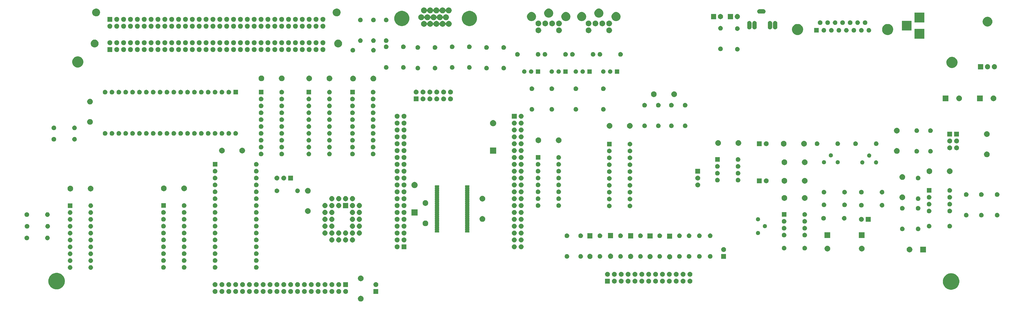
<source format=gbr>
G04 #@! TF.GenerationSoftware,KiCad,Pcbnew,(5.0.2-5)-5*
G04 #@! TF.CreationDate,2019-10-07T20:46:20+02:00*
G04 #@! TF.ProjectId,FPGAtom,46504741-746f-46d2-9e6b-696361645f70,1.3*
G04 #@! TF.SameCoordinates,Original*
G04 #@! TF.FileFunction,Soldermask,Bot*
G04 #@! TF.FilePolarity,Negative*
%FSLAX46Y46*%
G04 Gerber Fmt 4.6, Leading zero omitted, Abs format (unit mm)*
G04 Created by KiCad (PCBNEW (5.0.2-5)-5) date Monday, 07 October 2019 at 20:46:20*
%MOMM*%
%LPD*%
G01*
G04 APERTURE LIST*
%ADD10C,0.100000*%
G04 APERTURE END LIST*
D10*
G36*
X159564565Y-188353389D02*
X159755834Y-188432615D01*
X159927976Y-188547637D01*
X160074363Y-188694024D01*
X160189385Y-188866166D01*
X160268611Y-189057435D01*
X160309000Y-189260484D01*
X160309000Y-189467516D01*
X160268611Y-189670565D01*
X160189385Y-189861834D01*
X160074363Y-190033976D01*
X159927976Y-190180363D01*
X159755834Y-190295385D01*
X159564565Y-190374611D01*
X159361516Y-190415000D01*
X159154484Y-190415000D01*
X158951435Y-190374611D01*
X158760166Y-190295385D01*
X158588024Y-190180363D01*
X158441637Y-190033976D01*
X158326615Y-189861834D01*
X158247389Y-189670565D01*
X158207000Y-189467516D01*
X158207000Y-189260484D01*
X158247389Y-189057435D01*
X158326615Y-188866166D01*
X158441637Y-188694024D01*
X158588024Y-188547637D01*
X158760166Y-188432615D01*
X158951435Y-188353389D01*
X159154484Y-188313000D01*
X159361516Y-188313000D01*
X159564565Y-188353389D01*
X159564565Y-188353389D01*
G37*
G36*
X153780442Y-185795518D02*
X153846627Y-185802037D01*
X153959853Y-185836384D01*
X154016467Y-185853557D01*
X154155087Y-185927652D01*
X154172991Y-185937222D01*
X154177292Y-185940752D01*
X154310186Y-186049814D01*
X154393448Y-186151271D01*
X154422778Y-186187009D01*
X154422779Y-186187011D01*
X154506443Y-186343533D01*
X154506443Y-186343534D01*
X154557963Y-186513373D01*
X154575359Y-186690000D01*
X154557963Y-186866627D01*
X154523616Y-186979853D01*
X154506443Y-187036467D01*
X154432348Y-187175087D01*
X154422778Y-187192991D01*
X154393448Y-187228729D01*
X154310186Y-187330186D01*
X154208729Y-187413448D01*
X154172991Y-187442778D01*
X154172989Y-187442779D01*
X154016467Y-187526443D01*
X153959853Y-187543616D01*
X153846627Y-187577963D01*
X153780443Y-187584481D01*
X153714260Y-187591000D01*
X153625740Y-187591000D01*
X153559557Y-187584481D01*
X153493373Y-187577963D01*
X153380147Y-187543616D01*
X153323533Y-187526443D01*
X153167011Y-187442779D01*
X153167009Y-187442778D01*
X153131271Y-187413448D01*
X153029814Y-187330186D01*
X152946552Y-187228729D01*
X152917222Y-187192991D01*
X152907652Y-187175087D01*
X152833557Y-187036467D01*
X152816384Y-186979853D01*
X152782037Y-186866627D01*
X152764641Y-186690000D01*
X152782037Y-186513373D01*
X152833557Y-186343534D01*
X152833557Y-186343533D01*
X152917221Y-186187011D01*
X152917222Y-186187009D01*
X152946552Y-186151271D01*
X153029814Y-186049814D01*
X153162708Y-185940752D01*
X153167009Y-185937222D01*
X153184913Y-185927652D01*
X153323533Y-185853557D01*
X153380147Y-185836384D01*
X153493373Y-185802037D01*
X153559558Y-185795518D01*
X153625740Y-185789000D01*
X153714260Y-185789000D01*
X153780442Y-185795518D01*
X153780442Y-185795518D01*
G37*
G36*
X151240442Y-185795518D02*
X151306627Y-185802037D01*
X151419853Y-185836384D01*
X151476467Y-185853557D01*
X151615087Y-185927652D01*
X151632991Y-185937222D01*
X151637292Y-185940752D01*
X151770186Y-186049814D01*
X151853448Y-186151271D01*
X151882778Y-186187009D01*
X151882779Y-186187011D01*
X151966443Y-186343533D01*
X151966443Y-186343534D01*
X152017963Y-186513373D01*
X152035359Y-186690000D01*
X152017963Y-186866627D01*
X151983616Y-186979853D01*
X151966443Y-187036467D01*
X151892348Y-187175087D01*
X151882778Y-187192991D01*
X151853448Y-187228729D01*
X151770186Y-187330186D01*
X151668729Y-187413448D01*
X151632991Y-187442778D01*
X151632989Y-187442779D01*
X151476467Y-187526443D01*
X151419853Y-187543616D01*
X151306627Y-187577963D01*
X151240443Y-187584481D01*
X151174260Y-187591000D01*
X151085740Y-187591000D01*
X151019557Y-187584481D01*
X150953373Y-187577963D01*
X150840147Y-187543616D01*
X150783533Y-187526443D01*
X150627011Y-187442779D01*
X150627009Y-187442778D01*
X150591271Y-187413448D01*
X150489814Y-187330186D01*
X150406552Y-187228729D01*
X150377222Y-187192991D01*
X150367652Y-187175087D01*
X150293557Y-187036467D01*
X150276384Y-186979853D01*
X150242037Y-186866627D01*
X150224641Y-186690000D01*
X150242037Y-186513373D01*
X150293557Y-186343534D01*
X150293557Y-186343533D01*
X150377221Y-186187011D01*
X150377222Y-186187009D01*
X150406552Y-186151271D01*
X150489814Y-186049814D01*
X150622708Y-185940752D01*
X150627009Y-185937222D01*
X150644913Y-185927652D01*
X150783533Y-185853557D01*
X150840147Y-185836384D01*
X150953373Y-185802037D01*
X151019558Y-185795518D01*
X151085740Y-185789000D01*
X151174260Y-185789000D01*
X151240442Y-185795518D01*
X151240442Y-185795518D01*
G37*
G36*
X148700442Y-185795518D02*
X148766627Y-185802037D01*
X148879853Y-185836384D01*
X148936467Y-185853557D01*
X149075087Y-185927652D01*
X149092991Y-185937222D01*
X149097292Y-185940752D01*
X149230186Y-186049814D01*
X149313448Y-186151271D01*
X149342778Y-186187009D01*
X149342779Y-186187011D01*
X149426443Y-186343533D01*
X149426443Y-186343534D01*
X149477963Y-186513373D01*
X149495359Y-186690000D01*
X149477963Y-186866627D01*
X149443616Y-186979853D01*
X149426443Y-187036467D01*
X149352348Y-187175087D01*
X149342778Y-187192991D01*
X149313448Y-187228729D01*
X149230186Y-187330186D01*
X149128729Y-187413448D01*
X149092991Y-187442778D01*
X149092989Y-187442779D01*
X148936467Y-187526443D01*
X148879853Y-187543616D01*
X148766627Y-187577963D01*
X148700443Y-187584481D01*
X148634260Y-187591000D01*
X148545740Y-187591000D01*
X148479557Y-187584481D01*
X148413373Y-187577963D01*
X148300147Y-187543616D01*
X148243533Y-187526443D01*
X148087011Y-187442779D01*
X148087009Y-187442778D01*
X148051271Y-187413448D01*
X147949814Y-187330186D01*
X147866552Y-187228729D01*
X147837222Y-187192991D01*
X147827652Y-187175087D01*
X147753557Y-187036467D01*
X147736384Y-186979853D01*
X147702037Y-186866627D01*
X147684641Y-186690000D01*
X147702037Y-186513373D01*
X147753557Y-186343534D01*
X147753557Y-186343533D01*
X147837221Y-186187011D01*
X147837222Y-186187009D01*
X147866552Y-186151271D01*
X147949814Y-186049814D01*
X148082708Y-185940752D01*
X148087009Y-185937222D01*
X148104913Y-185927652D01*
X148243533Y-185853557D01*
X148300147Y-185836384D01*
X148413373Y-185802037D01*
X148479558Y-185795518D01*
X148545740Y-185789000D01*
X148634260Y-185789000D01*
X148700442Y-185795518D01*
X148700442Y-185795518D01*
G37*
G36*
X146160442Y-185795518D02*
X146226627Y-185802037D01*
X146339853Y-185836384D01*
X146396467Y-185853557D01*
X146535087Y-185927652D01*
X146552991Y-185937222D01*
X146557292Y-185940752D01*
X146690186Y-186049814D01*
X146773448Y-186151271D01*
X146802778Y-186187009D01*
X146802779Y-186187011D01*
X146886443Y-186343533D01*
X146886443Y-186343534D01*
X146937963Y-186513373D01*
X146955359Y-186690000D01*
X146937963Y-186866627D01*
X146903616Y-186979853D01*
X146886443Y-187036467D01*
X146812348Y-187175087D01*
X146802778Y-187192991D01*
X146773448Y-187228729D01*
X146690186Y-187330186D01*
X146588729Y-187413448D01*
X146552991Y-187442778D01*
X146552989Y-187442779D01*
X146396467Y-187526443D01*
X146339853Y-187543616D01*
X146226627Y-187577963D01*
X146160443Y-187584481D01*
X146094260Y-187591000D01*
X146005740Y-187591000D01*
X145939557Y-187584481D01*
X145873373Y-187577963D01*
X145760147Y-187543616D01*
X145703533Y-187526443D01*
X145547011Y-187442779D01*
X145547009Y-187442778D01*
X145511271Y-187413448D01*
X145409814Y-187330186D01*
X145326552Y-187228729D01*
X145297222Y-187192991D01*
X145287652Y-187175087D01*
X145213557Y-187036467D01*
X145196384Y-186979853D01*
X145162037Y-186866627D01*
X145144641Y-186690000D01*
X145162037Y-186513373D01*
X145213557Y-186343534D01*
X145213557Y-186343533D01*
X145297221Y-186187011D01*
X145297222Y-186187009D01*
X145326552Y-186151271D01*
X145409814Y-186049814D01*
X145542708Y-185940752D01*
X145547009Y-185937222D01*
X145564913Y-185927652D01*
X145703533Y-185853557D01*
X145760147Y-185836384D01*
X145873373Y-185802037D01*
X145939558Y-185795518D01*
X146005740Y-185789000D01*
X146094260Y-185789000D01*
X146160442Y-185795518D01*
X146160442Y-185795518D01*
G37*
G36*
X143620442Y-185795518D02*
X143686627Y-185802037D01*
X143799853Y-185836384D01*
X143856467Y-185853557D01*
X143995087Y-185927652D01*
X144012991Y-185937222D01*
X144017292Y-185940752D01*
X144150186Y-186049814D01*
X144233448Y-186151271D01*
X144262778Y-186187009D01*
X144262779Y-186187011D01*
X144346443Y-186343533D01*
X144346443Y-186343534D01*
X144397963Y-186513373D01*
X144415359Y-186690000D01*
X144397963Y-186866627D01*
X144363616Y-186979853D01*
X144346443Y-187036467D01*
X144272348Y-187175087D01*
X144262778Y-187192991D01*
X144233448Y-187228729D01*
X144150186Y-187330186D01*
X144048729Y-187413448D01*
X144012991Y-187442778D01*
X144012989Y-187442779D01*
X143856467Y-187526443D01*
X143799853Y-187543616D01*
X143686627Y-187577963D01*
X143620443Y-187584481D01*
X143554260Y-187591000D01*
X143465740Y-187591000D01*
X143399557Y-187584481D01*
X143333373Y-187577963D01*
X143220147Y-187543616D01*
X143163533Y-187526443D01*
X143007011Y-187442779D01*
X143007009Y-187442778D01*
X142971271Y-187413448D01*
X142869814Y-187330186D01*
X142786552Y-187228729D01*
X142757222Y-187192991D01*
X142747652Y-187175087D01*
X142673557Y-187036467D01*
X142656384Y-186979853D01*
X142622037Y-186866627D01*
X142604641Y-186690000D01*
X142622037Y-186513373D01*
X142673557Y-186343534D01*
X142673557Y-186343533D01*
X142757221Y-186187011D01*
X142757222Y-186187009D01*
X142786552Y-186151271D01*
X142869814Y-186049814D01*
X143002708Y-185940752D01*
X143007009Y-185937222D01*
X143024913Y-185927652D01*
X143163533Y-185853557D01*
X143220147Y-185836384D01*
X143333373Y-185802037D01*
X143399558Y-185795518D01*
X143465740Y-185789000D01*
X143554260Y-185789000D01*
X143620442Y-185795518D01*
X143620442Y-185795518D01*
G37*
G36*
X141080442Y-185795518D02*
X141146627Y-185802037D01*
X141259853Y-185836384D01*
X141316467Y-185853557D01*
X141455087Y-185927652D01*
X141472991Y-185937222D01*
X141477292Y-185940752D01*
X141610186Y-186049814D01*
X141693448Y-186151271D01*
X141722778Y-186187009D01*
X141722779Y-186187011D01*
X141806443Y-186343533D01*
X141806443Y-186343534D01*
X141857963Y-186513373D01*
X141875359Y-186690000D01*
X141857963Y-186866627D01*
X141823616Y-186979853D01*
X141806443Y-187036467D01*
X141732348Y-187175087D01*
X141722778Y-187192991D01*
X141693448Y-187228729D01*
X141610186Y-187330186D01*
X141508729Y-187413448D01*
X141472991Y-187442778D01*
X141472989Y-187442779D01*
X141316467Y-187526443D01*
X141259853Y-187543616D01*
X141146627Y-187577963D01*
X141080443Y-187584481D01*
X141014260Y-187591000D01*
X140925740Y-187591000D01*
X140859557Y-187584481D01*
X140793373Y-187577963D01*
X140680147Y-187543616D01*
X140623533Y-187526443D01*
X140467011Y-187442779D01*
X140467009Y-187442778D01*
X140431271Y-187413448D01*
X140329814Y-187330186D01*
X140246552Y-187228729D01*
X140217222Y-187192991D01*
X140207652Y-187175087D01*
X140133557Y-187036467D01*
X140116384Y-186979853D01*
X140082037Y-186866627D01*
X140064641Y-186690000D01*
X140082037Y-186513373D01*
X140133557Y-186343534D01*
X140133557Y-186343533D01*
X140217221Y-186187011D01*
X140217222Y-186187009D01*
X140246552Y-186151271D01*
X140329814Y-186049814D01*
X140462708Y-185940752D01*
X140467009Y-185937222D01*
X140484913Y-185927652D01*
X140623533Y-185853557D01*
X140680147Y-185836384D01*
X140793373Y-185802037D01*
X140859558Y-185795518D01*
X140925740Y-185789000D01*
X141014260Y-185789000D01*
X141080442Y-185795518D01*
X141080442Y-185795518D01*
G37*
G36*
X138540442Y-185795518D02*
X138606627Y-185802037D01*
X138719853Y-185836384D01*
X138776467Y-185853557D01*
X138915087Y-185927652D01*
X138932991Y-185937222D01*
X138937292Y-185940752D01*
X139070186Y-186049814D01*
X139153448Y-186151271D01*
X139182778Y-186187009D01*
X139182779Y-186187011D01*
X139266443Y-186343533D01*
X139266443Y-186343534D01*
X139317963Y-186513373D01*
X139335359Y-186690000D01*
X139317963Y-186866627D01*
X139283616Y-186979853D01*
X139266443Y-187036467D01*
X139192348Y-187175087D01*
X139182778Y-187192991D01*
X139153448Y-187228729D01*
X139070186Y-187330186D01*
X138968729Y-187413448D01*
X138932991Y-187442778D01*
X138932989Y-187442779D01*
X138776467Y-187526443D01*
X138719853Y-187543616D01*
X138606627Y-187577963D01*
X138540443Y-187584481D01*
X138474260Y-187591000D01*
X138385740Y-187591000D01*
X138319557Y-187584481D01*
X138253373Y-187577963D01*
X138140147Y-187543616D01*
X138083533Y-187526443D01*
X137927011Y-187442779D01*
X137927009Y-187442778D01*
X137891271Y-187413448D01*
X137789814Y-187330186D01*
X137706552Y-187228729D01*
X137677222Y-187192991D01*
X137667652Y-187175087D01*
X137593557Y-187036467D01*
X137576384Y-186979853D01*
X137542037Y-186866627D01*
X137524641Y-186690000D01*
X137542037Y-186513373D01*
X137593557Y-186343534D01*
X137593557Y-186343533D01*
X137677221Y-186187011D01*
X137677222Y-186187009D01*
X137706552Y-186151271D01*
X137789814Y-186049814D01*
X137922708Y-185940752D01*
X137927009Y-185937222D01*
X137944913Y-185927652D01*
X138083533Y-185853557D01*
X138140147Y-185836384D01*
X138253373Y-185802037D01*
X138319558Y-185795518D01*
X138385740Y-185789000D01*
X138474260Y-185789000D01*
X138540442Y-185795518D01*
X138540442Y-185795518D01*
G37*
G36*
X136000442Y-185795518D02*
X136066627Y-185802037D01*
X136179853Y-185836384D01*
X136236467Y-185853557D01*
X136375087Y-185927652D01*
X136392991Y-185937222D01*
X136397292Y-185940752D01*
X136530186Y-186049814D01*
X136613448Y-186151271D01*
X136642778Y-186187009D01*
X136642779Y-186187011D01*
X136726443Y-186343533D01*
X136726443Y-186343534D01*
X136777963Y-186513373D01*
X136795359Y-186690000D01*
X136777963Y-186866627D01*
X136743616Y-186979853D01*
X136726443Y-187036467D01*
X136652348Y-187175087D01*
X136642778Y-187192991D01*
X136613448Y-187228729D01*
X136530186Y-187330186D01*
X136428729Y-187413448D01*
X136392991Y-187442778D01*
X136392989Y-187442779D01*
X136236467Y-187526443D01*
X136179853Y-187543616D01*
X136066627Y-187577963D01*
X136000443Y-187584481D01*
X135934260Y-187591000D01*
X135845740Y-187591000D01*
X135779557Y-187584481D01*
X135713373Y-187577963D01*
X135600147Y-187543616D01*
X135543533Y-187526443D01*
X135387011Y-187442779D01*
X135387009Y-187442778D01*
X135351271Y-187413448D01*
X135249814Y-187330186D01*
X135166552Y-187228729D01*
X135137222Y-187192991D01*
X135127652Y-187175087D01*
X135053557Y-187036467D01*
X135036384Y-186979853D01*
X135002037Y-186866627D01*
X134984641Y-186690000D01*
X135002037Y-186513373D01*
X135053557Y-186343534D01*
X135053557Y-186343533D01*
X135137221Y-186187011D01*
X135137222Y-186187009D01*
X135166552Y-186151271D01*
X135249814Y-186049814D01*
X135382708Y-185940752D01*
X135387009Y-185937222D01*
X135404913Y-185927652D01*
X135543533Y-185853557D01*
X135600147Y-185836384D01*
X135713373Y-185802037D01*
X135779558Y-185795518D01*
X135845740Y-185789000D01*
X135934260Y-185789000D01*
X136000442Y-185795518D01*
X136000442Y-185795518D01*
G37*
G36*
X133460442Y-185795518D02*
X133526627Y-185802037D01*
X133639853Y-185836384D01*
X133696467Y-185853557D01*
X133835087Y-185927652D01*
X133852991Y-185937222D01*
X133857292Y-185940752D01*
X133990186Y-186049814D01*
X134073448Y-186151271D01*
X134102778Y-186187009D01*
X134102779Y-186187011D01*
X134186443Y-186343533D01*
X134186443Y-186343534D01*
X134237963Y-186513373D01*
X134255359Y-186690000D01*
X134237963Y-186866627D01*
X134203616Y-186979853D01*
X134186443Y-187036467D01*
X134112348Y-187175087D01*
X134102778Y-187192991D01*
X134073448Y-187228729D01*
X133990186Y-187330186D01*
X133888729Y-187413448D01*
X133852991Y-187442778D01*
X133852989Y-187442779D01*
X133696467Y-187526443D01*
X133639853Y-187543616D01*
X133526627Y-187577963D01*
X133460443Y-187584481D01*
X133394260Y-187591000D01*
X133305740Y-187591000D01*
X133239557Y-187584481D01*
X133173373Y-187577963D01*
X133060147Y-187543616D01*
X133003533Y-187526443D01*
X132847011Y-187442779D01*
X132847009Y-187442778D01*
X132811271Y-187413448D01*
X132709814Y-187330186D01*
X132626552Y-187228729D01*
X132597222Y-187192991D01*
X132587652Y-187175087D01*
X132513557Y-187036467D01*
X132496384Y-186979853D01*
X132462037Y-186866627D01*
X132444641Y-186690000D01*
X132462037Y-186513373D01*
X132513557Y-186343534D01*
X132513557Y-186343533D01*
X132597221Y-186187011D01*
X132597222Y-186187009D01*
X132626552Y-186151271D01*
X132709814Y-186049814D01*
X132842708Y-185940752D01*
X132847009Y-185937222D01*
X132864913Y-185927652D01*
X133003533Y-185853557D01*
X133060147Y-185836384D01*
X133173373Y-185802037D01*
X133239558Y-185795518D01*
X133305740Y-185789000D01*
X133394260Y-185789000D01*
X133460442Y-185795518D01*
X133460442Y-185795518D01*
G37*
G36*
X130920442Y-185795518D02*
X130986627Y-185802037D01*
X131099853Y-185836384D01*
X131156467Y-185853557D01*
X131295087Y-185927652D01*
X131312991Y-185937222D01*
X131317292Y-185940752D01*
X131450186Y-186049814D01*
X131533448Y-186151271D01*
X131562778Y-186187009D01*
X131562779Y-186187011D01*
X131646443Y-186343533D01*
X131646443Y-186343534D01*
X131697963Y-186513373D01*
X131715359Y-186690000D01*
X131697963Y-186866627D01*
X131663616Y-186979853D01*
X131646443Y-187036467D01*
X131572348Y-187175087D01*
X131562778Y-187192991D01*
X131533448Y-187228729D01*
X131450186Y-187330186D01*
X131348729Y-187413448D01*
X131312991Y-187442778D01*
X131312989Y-187442779D01*
X131156467Y-187526443D01*
X131099853Y-187543616D01*
X130986627Y-187577963D01*
X130920443Y-187584481D01*
X130854260Y-187591000D01*
X130765740Y-187591000D01*
X130699557Y-187584481D01*
X130633373Y-187577963D01*
X130520147Y-187543616D01*
X130463533Y-187526443D01*
X130307011Y-187442779D01*
X130307009Y-187442778D01*
X130271271Y-187413448D01*
X130169814Y-187330186D01*
X130086552Y-187228729D01*
X130057222Y-187192991D01*
X130047652Y-187175087D01*
X129973557Y-187036467D01*
X129956384Y-186979853D01*
X129922037Y-186866627D01*
X129904641Y-186690000D01*
X129922037Y-186513373D01*
X129973557Y-186343534D01*
X129973557Y-186343533D01*
X130057221Y-186187011D01*
X130057222Y-186187009D01*
X130086552Y-186151271D01*
X130169814Y-186049814D01*
X130302708Y-185940752D01*
X130307009Y-185937222D01*
X130324913Y-185927652D01*
X130463533Y-185853557D01*
X130520147Y-185836384D01*
X130633373Y-185802037D01*
X130699558Y-185795518D01*
X130765740Y-185789000D01*
X130854260Y-185789000D01*
X130920442Y-185795518D01*
X130920442Y-185795518D01*
G37*
G36*
X128380442Y-185795518D02*
X128446627Y-185802037D01*
X128559853Y-185836384D01*
X128616467Y-185853557D01*
X128755087Y-185927652D01*
X128772991Y-185937222D01*
X128777292Y-185940752D01*
X128910186Y-186049814D01*
X128993448Y-186151271D01*
X129022778Y-186187009D01*
X129022779Y-186187011D01*
X129106443Y-186343533D01*
X129106443Y-186343534D01*
X129157963Y-186513373D01*
X129175359Y-186690000D01*
X129157963Y-186866627D01*
X129123616Y-186979853D01*
X129106443Y-187036467D01*
X129032348Y-187175087D01*
X129022778Y-187192991D01*
X128993448Y-187228729D01*
X128910186Y-187330186D01*
X128808729Y-187413448D01*
X128772991Y-187442778D01*
X128772989Y-187442779D01*
X128616467Y-187526443D01*
X128559853Y-187543616D01*
X128446627Y-187577963D01*
X128380443Y-187584481D01*
X128314260Y-187591000D01*
X128225740Y-187591000D01*
X128159557Y-187584481D01*
X128093373Y-187577963D01*
X127980147Y-187543616D01*
X127923533Y-187526443D01*
X127767011Y-187442779D01*
X127767009Y-187442778D01*
X127731271Y-187413448D01*
X127629814Y-187330186D01*
X127546552Y-187228729D01*
X127517222Y-187192991D01*
X127507652Y-187175087D01*
X127433557Y-187036467D01*
X127416384Y-186979853D01*
X127382037Y-186866627D01*
X127364641Y-186690000D01*
X127382037Y-186513373D01*
X127433557Y-186343534D01*
X127433557Y-186343533D01*
X127517221Y-186187011D01*
X127517222Y-186187009D01*
X127546552Y-186151271D01*
X127629814Y-186049814D01*
X127762708Y-185940752D01*
X127767009Y-185937222D01*
X127784913Y-185927652D01*
X127923533Y-185853557D01*
X127980147Y-185836384D01*
X128093373Y-185802037D01*
X128159558Y-185795518D01*
X128225740Y-185789000D01*
X128314260Y-185789000D01*
X128380442Y-185795518D01*
X128380442Y-185795518D01*
G37*
G36*
X125840442Y-185795518D02*
X125906627Y-185802037D01*
X126019853Y-185836384D01*
X126076467Y-185853557D01*
X126215087Y-185927652D01*
X126232991Y-185937222D01*
X126237292Y-185940752D01*
X126370186Y-186049814D01*
X126453448Y-186151271D01*
X126482778Y-186187009D01*
X126482779Y-186187011D01*
X126566443Y-186343533D01*
X126566443Y-186343534D01*
X126617963Y-186513373D01*
X126635359Y-186690000D01*
X126617963Y-186866627D01*
X126583616Y-186979853D01*
X126566443Y-187036467D01*
X126492348Y-187175087D01*
X126482778Y-187192991D01*
X126453448Y-187228729D01*
X126370186Y-187330186D01*
X126268729Y-187413448D01*
X126232991Y-187442778D01*
X126232989Y-187442779D01*
X126076467Y-187526443D01*
X126019853Y-187543616D01*
X125906627Y-187577963D01*
X125840443Y-187584481D01*
X125774260Y-187591000D01*
X125685740Y-187591000D01*
X125619557Y-187584481D01*
X125553373Y-187577963D01*
X125440147Y-187543616D01*
X125383533Y-187526443D01*
X125227011Y-187442779D01*
X125227009Y-187442778D01*
X125191271Y-187413448D01*
X125089814Y-187330186D01*
X125006552Y-187228729D01*
X124977222Y-187192991D01*
X124967652Y-187175087D01*
X124893557Y-187036467D01*
X124876384Y-186979853D01*
X124842037Y-186866627D01*
X124824641Y-186690000D01*
X124842037Y-186513373D01*
X124893557Y-186343534D01*
X124893557Y-186343533D01*
X124977221Y-186187011D01*
X124977222Y-186187009D01*
X125006552Y-186151271D01*
X125089814Y-186049814D01*
X125222708Y-185940752D01*
X125227009Y-185937222D01*
X125244913Y-185927652D01*
X125383533Y-185853557D01*
X125440147Y-185836384D01*
X125553373Y-185802037D01*
X125619558Y-185795518D01*
X125685740Y-185789000D01*
X125774260Y-185789000D01*
X125840442Y-185795518D01*
X125840442Y-185795518D01*
G37*
G36*
X123300442Y-185795518D02*
X123366627Y-185802037D01*
X123479853Y-185836384D01*
X123536467Y-185853557D01*
X123675087Y-185927652D01*
X123692991Y-185937222D01*
X123697292Y-185940752D01*
X123830186Y-186049814D01*
X123913448Y-186151271D01*
X123942778Y-186187009D01*
X123942779Y-186187011D01*
X124026443Y-186343533D01*
X124026443Y-186343534D01*
X124077963Y-186513373D01*
X124095359Y-186690000D01*
X124077963Y-186866627D01*
X124043616Y-186979853D01*
X124026443Y-187036467D01*
X123952348Y-187175087D01*
X123942778Y-187192991D01*
X123913448Y-187228729D01*
X123830186Y-187330186D01*
X123728729Y-187413448D01*
X123692991Y-187442778D01*
X123692989Y-187442779D01*
X123536467Y-187526443D01*
X123479853Y-187543616D01*
X123366627Y-187577963D01*
X123300443Y-187584481D01*
X123234260Y-187591000D01*
X123145740Y-187591000D01*
X123079557Y-187584481D01*
X123013373Y-187577963D01*
X122900147Y-187543616D01*
X122843533Y-187526443D01*
X122687011Y-187442779D01*
X122687009Y-187442778D01*
X122651271Y-187413448D01*
X122549814Y-187330186D01*
X122466552Y-187228729D01*
X122437222Y-187192991D01*
X122427652Y-187175087D01*
X122353557Y-187036467D01*
X122336384Y-186979853D01*
X122302037Y-186866627D01*
X122284641Y-186690000D01*
X122302037Y-186513373D01*
X122353557Y-186343534D01*
X122353557Y-186343533D01*
X122437221Y-186187011D01*
X122437222Y-186187009D01*
X122466552Y-186151271D01*
X122549814Y-186049814D01*
X122682708Y-185940752D01*
X122687009Y-185937222D01*
X122704913Y-185927652D01*
X122843533Y-185853557D01*
X122900147Y-185836384D01*
X123013373Y-185802037D01*
X123079558Y-185795518D01*
X123145740Y-185789000D01*
X123234260Y-185789000D01*
X123300442Y-185795518D01*
X123300442Y-185795518D01*
G37*
G36*
X120760442Y-185795518D02*
X120826627Y-185802037D01*
X120939853Y-185836384D01*
X120996467Y-185853557D01*
X121135087Y-185927652D01*
X121152991Y-185937222D01*
X121157292Y-185940752D01*
X121290186Y-186049814D01*
X121373448Y-186151271D01*
X121402778Y-186187009D01*
X121402779Y-186187011D01*
X121486443Y-186343533D01*
X121486443Y-186343534D01*
X121537963Y-186513373D01*
X121555359Y-186690000D01*
X121537963Y-186866627D01*
X121503616Y-186979853D01*
X121486443Y-187036467D01*
X121412348Y-187175087D01*
X121402778Y-187192991D01*
X121373448Y-187228729D01*
X121290186Y-187330186D01*
X121188729Y-187413448D01*
X121152991Y-187442778D01*
X121152989Y-187442779D01*
X120996467Y-187526443D01*
X120939853Y-187543616D01*
X120826627Y-187577963D01*
X120760443Y-187584481D01*
X120694260Y-187591000D01*
X120605740Y-187591000D01*
X120539557Y-187584481D01*
X120473373Y-187577963D01*
X120360147Y-187543616D01*
X120303533Y-187526443D01*
X120147011Y-187442779D01*
X120147009Y-187442778D01*
X120111271Y-187413448D01*
X120009814Y-187330186D01*
X119926552Y-187228729D01*
X119897222Y-187192991D01*
X119887652Y-187175087D01*
X119813557Y-187036467D01*
X119796384Y-186979853D01*
X119762037Y-186866627D01*
X119744641Y-186690000D01*
X119762037Y-186513373D01*
X119813557Y-186343534D01*
X119813557Y-186343533D01*
X119897221Y-186187011D01*
X119897222Y-186187009D01*
X119926552Y-186151271D01*
X120009814Y-186049814D01*
X120142708Y-185940752D01*
X120147009Y-185937222D01*
X120164913Y-185927652D01*
X120303533Y-185853557D01*
X120360147Y-185836384D01*
X120473373Y-185802037D01*
X120539558Y-185795518D01*
X120605740Y-185789000D01*
X120694260Y-185789000D01*
X120760442Y-185795518D01*
X120760442Y-185795518D01*
G37*
G36*
X118220442Y-185795518D02*
X118286627Y-185802037D01*
X118399853Y-185836384D01*
X118456467Y-185853557D01*
X118595087Y-185927652D01*
X118612991Y-185937222D01*
X118617292Y-185940752D01*
X118750186Y-186049814D01*
X118833448Y-186151271D01*
X118862778Y-186187009D01*
X118862779Y-186187011D01*
X118946443Y-186343533D01*
X118946443Y-186343534D01*
X118997963Y-186513373D01*
X119015359Y-186690000D01*
X118997963Y-186866627D01*
X118963616Y-186979853D01*
X118946443Y-187036467D01*
X118872348Y-187175087D01*
X118862778Y-187192991D01*
X118833448Y-187228729D01*
X118750186Y-187330186D01*
X118648729Y-187413448D01*
X118612991Y-187442778D01*
X118612989Y-187442779D01*
X118456467Y-187526443D01*
X118399853Y-187543616D01*
X118286627Y-187577963D01*
X118220443Y-187584481D01*
X118154260Y-187591000D01*
X118065740Y-187591000D01*
X117999557Y-187584481D01*
X117933373Y-187577963D01*
X117820147Y-187543616D01*
X117763533Y-187526443D01*
X117607011Y-187442779D01*
X117607009Y-187442778D01*
X117571271Y-187413448D01*
X117469814Y-187330186D01*
X117386552Y-187228729D01*
X117357222Y-187192991D01*
X117347652Y-187175087D01*
X117273557Y-187036467D01*
X117256384Y-186979853D01*
X117222037Y-186866627D01*
X117204641Y-186690000D01*
X117222037Y-186513373D01*
X117273557Y-186343534D01*
X117273557Y-186343533D01*
X117357221Y-186187011D01*
X117357222Y-186187009D01*
X117386552Y-186151271D01*
X117469814Y-186049814D01*
X117602708Y-185940752D01*
X117607009Y-185937222D01*
X117624913Y-185927652D01*
X117763533Y-185853557D01*
X117820147Y-185836384D01*
X117933373Y-185802037D01*
X117999558Y-185795518D01*
X118065740Y-185789000D01*
X118154260Y-185789000D01*
X118220442Y-185795518D01*
X118220442Y-185795518D01*
G37*
G36*
X115680442Y-185795518D02*
X115746627Y-185802037D01*
X115859853Y-185836384D01*
X115916467Y-185853557D01*
X116055087Y-185927652D01*
X116072991Y-185937222D01*
X116077292Y-185940752D01*
X116210186Y-186049814D01*
X116293448Y-186151271D01*
X116322778Y-186187009D01*
X116322779Y-186187011D01*
X116406443Y-186343533D01*
X116406443Y-186343534D01*
X116457963Y-186513373D01*
X116475359Y-186690000D01*
X116457963Y-186866627D01*
X116423616Y-186979853D01*
X116406443Y-187036467D01*
X116332348Y-187175087D01*
X116322778Y-187192991D01*
X116293448Y-187228729D01*
X116210186Y-187330186D01*
X116108729Y-187413448D01*
X116072991Y-187442778D01*
X116072989Y-187442779D01*
X115916467Y-187526443D01*
X115859853Y-187543616D01*
X115746627Y-187577963D01*
X115680443Y-187584481D01*
X115614260Y-187591000D01*
X115525740Y-187591000D01*
X115459557Y-187584481D01*
X115393373Y-187577963D01*
X115280147Y-187543616D01*
X115223533Y-187526443D01*
X115067011Y-187442779D01*
X115067009Y-187442778D01*
X115031271Y-187413448D01*
X114929814Y-187330186D01*
X114846552Y-187228729D01*
X114817222Y-187192991D01*
X114807652Y-187175087D01*
X114733557Y-187036467D01*
X114716384Y-186979853D01*
X114682037Y-186866627D01*
X114664641Y-186690000D01*
X114682037Y-186513373D01*
X114733557Y-186343534D01*
X114733557Y-186343533D01*
X114817221Y-186187011D01*
X114817222Y-186187009D01*
X114846552Y-186151271D01*
X114929814Y-186049814D01*
X115062708Y-185940752D01*
X115067009Y-185937222D01*
X115084913Y-185927652D01*
X115223533Y-185853557D01*
X115280147Y-185836384D01*
X115393373Y-185802037D01*
X115459558Y-185795518D01*
X115525740Y-185789000D01*
X115614260Y-185789000D01*
X115680442Y-185795518D01*
X115680442Y-185795518D01*
G37*
G36*
X113140442Y-185795518D02*
X113206627Y-185802037D01*
X113319853Y-185836384D01*
X113376467Y-185853557D01*
X113515087Y-185927652D01*
X113532991Y-185937222D01*
X113537292Y-185940752D01*
X113670186Y-186049814D01*
X113753448Y-186151271D01*
X113782778Y-186187009D01*
X113782779Y-186187011D01*
X113866443Y-186343533D01*
X113866443Y-186343534D01*
X113917963Y-186513373D01*
X113935359Y-186690000D01*
X113917963Y-186866627D01*
X113883616Y-186979853D01*
X113866443Y-187036467D01*
X113792348Y-187175087D01*
X113782778Y-187192991D01*
X113753448Y-187228729D01*
X113670186Y-187330186D01*
X113568729Y-187413448D01*
X113532991Y-187442778D01*
X113532989Y-187442779D01*
X113376467Y-187526443D01*
X113319853Y-187543616D01*
X113206627Y-187577963D01*
X113140443Y-187584481D01*
X113074260Y-187591000D01*
X112985740Y-187591000D01*
X112919557Y-187584481D01*
X112853373Y-187577963D01*
X112740147Y-187543616D01*
X112683533Y-187526443D01*
X112527011Y-187442779D01*
X112527009Y-187442778D01*
X112491271Y-187413448D01*
X112389814Y-187330186D01*
X112306552Y-187228729D01*
X112277222Y-187192991D01*
X112267652Y-187175087D01*
X112193557Y-187036467D01*
X112176384Y-186979853D01*
X112142037Y-186866627D01*
X112124641Y-186690000D01*
X112142037Y-186513373D01*
X112193557Y-186343534D01*
X112193557Y-186343533D01*
X112277221Y-186187011D01*
X112277222Y-186187009D01*
X112306552Y-186151271D01*
X112389814Y-186049814D01*
X112522708Y-185940752D01*
X112527009Y-185937222D01*
X112544913Y-185927652D01*
X112683533Y-185853557D01*
X112740147Y-185836384D01*
X112853373Y-185802037D01*
X112919558Y-185795518D01*
X112985740Y-185789000D01*
X113074260Y-185789000D01*
X113140442Y-185795518D01*
X113140442Y-185795518D01*
G37*
G36*
X110600442Y-185795518D02*
X110666627Y-185802037D01*
X110779853Y-185836384D01*
X110836467Y-185853557D01*
X110975087Y-185927652D01*
X110992991Y-185937222D01*
X110997292Y-185940752D01*
X111130186Y-186049814D01*
X111213448Y-186151271D01*
X111242778Y-186187009D01*
X111242779Y-186187011D01*
X111326443Y-186343533D01*
X111326443Y-186343534D01*
X111377963Y-186513373D01*
X111395359Y-186690000D01*
X111377963Y-186866627D01*
X111343616Y-186979853D01*
X111326443Y-187036467D01*
X111252348Y-187175087D01*
X111242778Y-187192991D01*
X111213448Y-187228729D01*
X111130186Y-187330186D01*
X111028729Y-187413448D01*
X110992991Y-187442778D01*
X110992989Y-187442779D01*
X110836467Y-187526443D01*
X110779853Y-187543616D01*
X110666627Y-187577963D01*
X110600443Y-187584481D01*
X110534260Y-187591000D01*
X110445740Y-187591000D01*
X110379557Y-187584481D01*
X110313373Y-187577963D01*
X110200147Y-187543616D01*
X110143533Y-187526443D01*
X109987011Y-187442779D01*
X109987009Y-187442778D01*
X109951271Y-187413448D01*
X109849814Y-187330186D01*
X109766552Y-187228729D01*
X109737222Y-187192991D01*
X109727652Y-187175087D01*
X109653557Y-187036467D01*
X109636384Y-186979853D01*
X109602037Y-186866627D01*
X109584641Y-186690000D01*
X109602037Y-186513373D01*
X109653557Y-186343534D01*
X109653557Y-186343533D01*
X109737221Y-186187011D01*
X109737222Y-186187009D01*
X109766552Y-186151271D01*
X109849814Y-186049814D01*
X109982708Y-185940752D01*
X109987009Y-185937222D01*
X110004913Y-185927652D01*
X110143533Y-185853557D01*
X110200147Y-185836384D01*
X110313373Y-185802037D01*
X110379558Y-185795518D01*
X110445740Y-185789000D01*
X110534260Y-185789000D01*
X110600442Y-185795518D01*
X110600442Y-185795518D01*
G37*
G36*
X108060442Y-185795518D02*
X108126627Y-185802037D01*
X108239853Y-185836384D01*
X108296467Y-185853557D01*
X108435087Y-185927652D01*
X108452991Y-185937222D01*
X108457292Y-185940752D01*
X108590186Y-186049814D01*
X108673448Y-186151271D01*
X108702778Y-186187009D01*
X108702779Y-186187011D01*
X108786443Y-186343533D01*
X108786443Y-186343534D01*
X108837963Y-186513373D01*
X108855359Y-186690000D01*
X108837963Y-186866627D01*
X108803616Y-186979853D01*
X108786443Y-187036467D01*
X108712348Y-187175087D01*
X108702778Y-187192991D01*
X108673448Y-187228729D01*
X108590186Y-187330186D01*
X108488729Y-187413448D01*
X108452991Y-187442778D01*
X108452989Y-187442779D01*
X108296467Y-187526443D01*
X108239853Y-187543616D01*
X108126627Y-187577963D01*
X108060443Y-187584481D01*
X107994260Y-187591000D01*
X107905740Y-187591000D01*
X107839557Y-187584481D01*
X107773373Y-187577963D01*
X107660147Y-187543616D01*
X107603533Y-187526443D01*
X107447011Y-187442779D01*
X107447009Y-187442778D01*
X107411271Y-187413448D01*
X107309814Y-187330186D01*
X107226552Y-187228729D01*
X107197222Y-187192991D01*
X107187652Y-187175087D01*
X107113557Y-187036467D01*
X107096384Y-186979853D01*
X107062037Y-186866627D01*
X107044641Y-186690000D01*
X107062037Y-186513373D01*
X107113557Y-186343534D01*
X107113557Y-186343533D01*
X107197221Y-186187011D01*
X107197222Y-186187009D01*
X107226552Y-186151271D01*
X107309814Y-186049814D01*
X107442708Y-185940752D01*
X107447009Y-185937222D01*
X107464913Y-185927652D01*
X107603533Y-185853557D01*
X107660147Y-185836384D01*
X107773373Y-185802037D01*
X107839558Y-185795518D01*
X107905740Y-185789000D01*
X107994260Y-185789000D01*
X108060442Y-185795518D01*
X108060442Y-185795518D01*
G37*
G36*
X105520442Y-185795518D02*
X105586627Y-185802037D01*
X105699853Y-185836384D01*
X105756467Y-185853557D01*
X105895087Y-185927652D01*
X105912991Y-185937222D01*
X105917292Y-185940752D01*
X106050186Y-186049814D01*
X106133448Y-186151271D01*
X106162778Y-186187009D01*
X106162779Y-186187011D01*
X106246443Y-186343533D01*
X106246443Y-186343534D01*
X106297963Y-186513373D01*
X106315359Y-186690000D01*
X106297963Y-186866627D01*
X106263616Y-186979853D01*
X106246443Y-187036467D01*
X106172348Y-187175087D01*
X106162778Y-187192991D01*
X106133448Y-187228729D01*
X106050186Y-187330186D01*
X105948729Y-187413448D01*
X105912991Y-187442778D01*
X105912989Y-187442779D01*
X105756467Y-187526443D01*
X105699853Y-187543616D01*
X105586627Y-187577963D01*
X105520443Y-187584481D01*
X105454260Y-187591000D01*
X105365740Y-187591000D01*
X105299557Y-187584481D01*
X105233373Y-187577963D01*
X105120147Y-187543616D01*
X105063533Y-187526443D01*
X104907011Y-187442779D01*
X104907009Y-187442778D01*
X104871271Y-187413448D01*
X104769814Y-187330186D01*
X104686552Y-187228729D01*
X104657222Y-187192991D01*
X104647652Y-187175087D01*
X104573557Y-187036467D01*
X104556384Y-186979853D01*
X104522037Y-186866627D01*
X104504641Y-186690000D01*
X104522037Y-186513373D01*
X104573557Y-186343534D01*
X104573557Y-186343533D01*
X104657221Y-186187011D01*
X104657222Y-186187009D01*
X104686552Y-186151271D01*
X104769814Y-186049814D01*
X104902708Y-185940752D01*
X104907009Y-185937222D01*
X104924913Y-185927652D01*
X105063533Y-185853557D01*
X105120147Y-185836384D01*
X105233373Y-185802037D01*
X105299558Y-185795518D01*
X105365740Y-185789000D01*
X105454260Y-185789000D01*
X105520442Y-185795518D01*
X105520442Y-185795518D01*
G37*
G36*
X165747000Y-187591000D02*
X163945000Y-187591000D01*
X163945000Y-185789000D01*
X165747000Y-185789000D01*
X165747000Y-187591000D01*
X165747000Y-187591000D01*
G37*
G36*
X378333941Y-180073248D02*
X378333943Y-180073249D01*
X378333944Y-180073249D01*
X378889190Y-180303239D01*
X379382162Y-180632633D01*
X379388902Y-180637136D01*
X379813864Y-181062098D01*
X379813866Y-181062101D01*
X380147761Y-181561810D01*
X380377751Y-182117056D01*
X380377752Y-182117059D01*
X380495000Y-182706501D01*
X380495000Y-183307499D01*
X380427467Y-183647009D01*
X380377751Y-183896944D01*
X380147761Y-184452190D01*
X380118176Y-184496467D01*
X379813864Y-184951902D01*
X379388902Y-185376864D01*
X379388899Y-185376866D01*
X378889190Y-185710761D01*
X378333944Y-185940751D01*
X378333943Y-185940751D01*
X378333941Y-185940752D01*
X377744499Y-186058000D01*
X377143501Y-186058000D01*
X376554059Y-185940752D01*
X376554057Y-185940751D01*
X376554056Y-185940751D01*
X375998810Y-185710761D01*
X375499101Y-185376866D01*
X375499098Y-185376864D01*
X375074136Y-184951902D01*
X374769824Y-184496467D01*
X374740239Y-184452190D01*
X374510249Y-183896944D01*
X374460534Y-183647009D01*
X374393000Y-183307499D01*
X374393000Y-182706501D01*
X374510248Y-182117059D01*
X374510249Y-182117056D01*
X374740239Y-181561810D01*
X375074134Y-181062101D01*
X375074136Y-181062098D01*
X375499098Y-180637136D01*
X375505838Y-180632633D01*
X375998810Y-180303239D01*
X376554056Y-180073249D01*
X376554057Y-180073249D01*
X376554059Y-180073248D01*
X377143501Y-179956000D01*
X377744499Y-179956000D01*
X378333941Y-180073248D01*
X378333941Y-180073248D01*
G37*
G36*
X47752941Y-179946248D02*
X47752943Y-179946249D01*
X47752944Y-179946249D01*
X48308190Y-180176239D01*
X48801162Y-180505633D01*
X48807902Y-180510136D01*
X49232864Y-180935098D01*
X49232866Y-180935101D01*
X49566761Y-181434810D01*
X49792171Y-181979000D01*
X49796752Y-181990059D01*
X49914000Y-182579501D01*
X49914000Y-183180499D01*
X49821205Y-183647009D01*
X49796751Y-183769944D01*
X49566761Y-184325190D01*
X49452318Y-184496466D01*
X49232864Y-184824902D01*
X48807902Y-185249864D01*
X48807899Y-185249866D01*
X48308190Y-185583761D01*
X47752944Y-185813751D01*
X47752943Y-185813751D01*
X47752941Y-185813752D01*
X47163499Y-185931000D01*
X46562501Y-185931000D01*
X45973059Y-185813752D01*
X45973057Y-185813751D01*
X45973056Y-185813751D01*
X45417810Y-185583761D01*
X44918101Y-185249866D01*
X44918098Y-185249864D01*
X44493136Y-184824902D01*
X44273682Y-184496466D01*
X44159239Y-184325190D01*
X43929249Y-183769944D01*
X43904796Y-183647009D01*
X43812000Y-183180499D01*
X43812000Y-182579501D01*
X43929248Y-181990059D01*
X43933829Y-181979000D01*
X44159239Y-181434810D01*
X44493134Y-180935101D01*
X44493136Y-180935098D01*
X44918098Y-180510136D01*
X44924838Y-180505633D01*
X45417810Y-180176239D01*
X45973056Y-179946249D01*
X45973057Y-179946249D01*
X45973059Y-179946248D01*
X46562501Y-179829000D01*
X47163499Y-179829000D01*
X47752941Y-179946248D01*
X47752941Y-179946248D01*
G37*
G36*
X164956443Y-183255519D02*
X165022627Y-183262037D01*
X165135853Y-183296384D01*
X165192467Y-183313557D01*
X165322363Y-183382989D01*
X165348991Y-183397222D01*
X165384729Y-183426552D01*
X165486186Y-183509814D01*
X165569448Y-183611271D01*
X165598778Y-183647009D01*
X165598779Y-183647011D01*
X165682443Y-183803533D01*
X165682443Y-183803534D01*
X165733963Y-183973373D01*
X165751359Y-184150000D01*
X165733963Y-184326627D01*
X165699616Y-184439853D01*
X165682443Y-184496467D01*
X165608348Y-184635087D01*
X165598778Y-184652991D01*
X165569448Y-184688729D01*
X165486186Y-184790186D01*
X165384729Y-184873448D01*
X165348991Y-184902778D01*
X165348989Y-184902779D01*
X165192467Y-184986443D01*
X165135853Y-185003616D01*
X165022627Y-185037963D01*
X164956443Y-185044481D01*
X164890260Y-185051000D01*
X164801740Y-185051000D01*
X164735557Y-185044481D01*
X164669373Y-185037963D01*
X164556147Y-185003616D01*
X164499533Y-184986443D01*
X164343011Y-184902779D01*
X164343009Y-184902778D01*
X164307271Y-184873448D01*
X164205814Y-184790186D01*
X164122552Y-184688729D01*
X164093222Y-184652991D01*
X164083652Y-184635087D01*
X164009557Y-184496467D01*
X163992384Y-184439853D01*
X163958037Y-184326627D01*
X163940641Y-184150000D01*
X163958037Y-183973373D01*
X164009557Y-183803534D01*
X164009557Y-183803533D01*
X164093221Y-183647011D01*
X164093222Y-183647009D01*
X164122552Y-183611271D01*
X164205814Y-183509814D01*
X164307271Y-183426552D01*
X164343009Y-183397222D01*
X164369637Y-183382989D01*
X164499533Y-183313557D01*
X164556147Y-183296384D01*
X164669373Y-183262037D01*
X164735557Y-183255519D01*
X164801740Y-183249000D01*
X164890260Y-183249000D01*
X164956443Y-183255519D01*
X164956443Y-183255519D01*
G37*
G36*
X105520443Y-183255519D02*
X105586627Y-183262037D01*
X105699853Y-183296384D01*
X105756467Y-183313557D01*
X105886363Y-183382989D01*
X105912991Y-183397222D01*
X105948729Y-183426552D01*
X106050186Y-183509814D01*
X106133448Y-183611271D01*
X106162778Y-183647009D01*
X106162779Y-183647011D01*
X106246443Y-183803533D01*
X106246443Y-183803534D01*
X106297963Y-183973373D01*
X106315359Y-184150000D01*
X106297963Y-184326627D01*
X106263616Y-184439853D01*
X106246443Y-184496467D01*
X106172348Y-184635087D01*
X106162778Y-184652991D01*
X106133448Y-184688729D01*
X106050186Y-184790186D01*
X105948729Y-184873448D01*
X105912991Y-184902778D01*
X105912989Y-184902779D01*
X105756467Y-184986443D01*
X105699853Y-185003616D01*
X105586627Y-185037963D01*
X105520443Y-185044481D01*
X105454260Y-185051000D01*
X105365740Y-185051000D01*
X105299557Y-185044481D01*
X105233373Y-185037963D01*
X105120147Y-185003616D01*
X105063533Y-184986443D01*
X104907011Y-184902779D01*
X104907009Y-184902778D01*
X104871271Y-184873448D01*
X104769814Y-184790186D01*
X104686552Y-184688729D01*
X104657222Y-184652991D01*
X104647652Y-184635087D01*
X104573557Y-184496467D01*
X104556384Y-184439853D01*
X104522037Y-184326627D01*
X104504641Y-184150000D01*
X104522037Y-183973373D01*
X104573557Y-183803534D01*
X104573557Y-183803533D01*
X104657221Y-183647011D01*
X104657222Y-183647009D01*
X104686552Y-183611271D01*
X104769814Y-183509814D01*
X104871271Y-183426552D01*
X104907009Y-183397222D01*
X104933637Y-183382989D01*
X105063533Y-183313557D01*
X105120147Y-183296384D01*
X105233373Y-183262037D01*
X105299557Y-183255519D01*
X105365740Y-183249000D01*
X105454260Y-183249000D01*
X105520443Y-183255519D01*
X105520443Y-183255519D01*
G37*
G36*
X108060443Y-183255519D02*
X108126627Y-183262037D01*
X108239853Y-183296384D01*
X108296467Y-183313557D01*
X108426363Y-183382989D01*
X108452991Y-183397222D01*
X108488729Y-183426552D01*
X108590186Y-183509814D01*
X108673448Y-183611271D01*
X108702778Y-183647009D01*
X108702779Y-183647011D01*
X108786443Y-183803533D01*
X108786443Y-183803534D01*
X108837963Y-183973373D01*
X108855359Y-184150000D01*
X108837963Y-184326627D01*
X108803616Y-184439853D01*
X108786443Y-184496467D01*
X108712348Y-184635087D01*
X108702778Y-184652991D01*
X108673448Y-184688729D01*
X108590186Y-184790186D01*
X108488729Y-184873448D01*
X108452991Y-184902778D01*
X108452989Y-184902779D01*
X108296467Y-184986443D01*
X108239853Y-185003616D01*
X108126627Y-185037963D01*
X108060443Y-185044481D01*
X107994260Y-185051000D01*
X107905740Y-185051000D01*
X107839557Y-185044481D01*
X107773373Y-185037963D01*
X107660147Y-185003616D01*
X107603533Y-184986443D01*
X107447011Y-184902779D01*
X107447009Y-184902778D01*
X107411271Y-184873448D01*
X107309814Y-184790186D01*
X107226552Y-184688729D01*
X107197222Y-184652991D01*
X107187652Y-184635087D01*
X107113557Y-184496467D01*
X107096384Y-184439853D01*
X107062037Y-184326627D01*
X107044641Y-184150000D01*
X107062037Y-183973373D01*
X107113557Y-183803534D01*
X107113557Y-183803533D01*
X107197221Y-183647011D01*
X107197222Y-183647009D01*
X107226552Y-183611271D01*
X107309814Y-183509814D01*
X107411271Y-183426552D01*
X107447009Y-183397222D01*
X107473637Y-183382989D01*
X107603533Y-183313557D01*
X107660147Y-183296384D01*
X107773373Y-183262037D01*
X107839557Y-183255519D01*
X107905740Y-183249000D01*
X107994260Y-183249000D01*
X108060443Y-183255519D01*
X108060443Y-183255519D01*
G37*
G36*
X110600443Y-183255519D02*
X110666627Y-183262037D01*
X110779853Y-183296384D01*
X110836467Y-183313557D01*
X110966363Y-183382989D01*
X110992991Y-183397222D01*
X111028729Y-183426552D01*
X111130186Y-183509814D01*
X111213448Y-183611271D01*
X111242778Y-183647009D01*
X111242779Y-183647011D01*
X111326443Y-183803533D01*
X111326443Y-183803534D01*
X111377963Y-183973373D01*
X111395359Y-184150000D01*
X111377963Y-184326627D01*
X111343616Y-184439853D01*
X111326443Y-184496467D01*
X111252348Y-184635087D01*
X111242778Y-184652991D01*
X111213448Y-184688729D01*
X111130186Y-184790186D01*
X111028729Y-184873448D01*
X110992991Y-184902778D01*
X110992989Y-184902779D01*
X110836467Y-184986443D01*
X110779853Y-185003616D01*
X110666627Y-185037963D01*
X110600443Y-185044481D01*
X110534260Y-185051000D01*
X110445740Y-185051000D01*
X110379557Y-185044481D01*
X110313373Y-185037963D01*
X110200147Y-185003616D01*
X110143533Y-184986443D01*
X109987011Y-184902779D01*
X109987009Y-184902778D01*
X109951271Y-184873448D01*
X109849814Y-184790186D01*
X109766552Y-184688729D01*
X109737222Y-184652991D01*
X109727652Y-184635087D01*
X109653557Y-184496467D01*
X109636384Y-184439853D01*
X109602037Y-184326627D01*
X109584641Y-184150000D01*
X109602037Y-183973373D01*
X109653557Y-183803534D01*
X109653557Y-183803533D01*
X109737221Y-183647011D01*
X109737222Y-183647009D01*
X109766552Y-183611271D01*
X109849814Y-183509814D01*
X109951271Y-183426552D01*
X109987009Y-183397222D01*
X110013637Y-183382989D01*
X110143533Y-183313557D01*
X110200147Y-183296384D01*
X110313373Y-183262037D01*
X110379557Y-183255519D01*
X110445740Y-183249000D01*
X110534260Y-183249000D01*
X110600443Y-183255519D01*
X110600443Y-183255519D01*
G37*
G36*
X113140443Y-183255519D02*
X113206627Y-183262037D01*
X113319853Y-183296384D01*
X113376467Y-183313557D01*
X113506363Y-183382989D01*
X113532991Y-183397222D01*
X113568729Y-183426552D01*
X113670186Y-183509814D01*
X113753448Y-183611271D01*
X113782778Y-183647009D01*
X113782779Y-183647011D01*
X113866443Y-183803533D01*
X113866443Y-183803534D01*
X113917963Y-183973373D01*
X113935359Y-184150000D01*
X113917963Y-184326627D01*
X113883616Y-184439853D01*
X113866443Y-184496467D01*
X113792348Y-184635087D01*
X113782778Y-184652991D01*
X113753448Y-184688729D01*
X113670186Y-184790186D01*
X113568729Y-184873448D01*
X113532991Y-184902778D01*
X113532989Y-184902779D01*
X113376467Y-184986443D01*
X113319853Y-185003616D01*
X113206627Y-185037963D01*
X113140443Y-185044481D01*
X113074260Y-185051000D01*
X112985740Y-185051000D01*
X112919557Y-185044481D01*
X112853373Y-185037963D01*
X112740147Y-185003616D01*
X112683533Y-184986443D01*
X112527011Y-184902779D01*
X112527009Y-184902778D01*
X112491271Y-184873448D01*
X112389814Y-184790186D01*
X112306552Y-184688729D01*
X112277222Y-184652991D01*
X112267652Y-184635087D01*
X112193557Y-184496467D01*
X112176384Y-184439853D01*
X112142037Y-184326627D01*
X112124641Y-184150000D01*
X112142037Y-183973373D01*
X112193557Y-183803534D01*
X112193557Y-183803533D01*
X112277221Y-183647011D01*
X112277222Y-183647009D01*
X112306552Y-183611271D01*
X112389814Y-183509814D01*
X112491271Y-183426552D01*
X112527009Y-183397222D01*
X112553637Y-183382989D01*
X112683533Y-183313557D01*
X112740147Y-183296384D01*
X112853373Y-183262037D01*
X112919557Y-183255519D01*
X112985740Y-183249000D01*
X113074260Y-183249000D01*
X113140443Y-183255519D01*
X113140443Y-183255519D01*
G37*
G36*
X115680443Y-183255519D02*
X115746627Y-183262037D01*
X115859853Y-183296384D01*
X115916467Y-183313557D01*
X116046363Y-183382989D01*
X116072991Y-183397222D01*
X116108729Y-183426552D01*
X116210186Y-183509814D01*
X116293448Y-183611271D01*
X116322778Y-183647009D01*
X116322779Y-183647011D01*
X116406443Y-183803533D01*
X116406443Y-183803534D01*
X116457963Y-183973373D01*
X116475359Y-184150000D01*
X116457963Y-184326627D01*
X116423616Y-184439853D01*
X116406443Y-184496467D01*
X116332348Y-184635087D01*
X116322778Y-184652991D01*
X116293448Y-184688729D01*
X116210186Y-184790186D01*
X116108729Y-184873448D01*
X116072991Y-184902778D01*
X116072989Y-184902779D01*
X115916467Y-184986443D01*
X115859853Y-185003616D01*
X115746627Y-185037963D01*
X115680443Y-185044481D01*
X115614260Y-185051000D01*
X115525740Y-185051000D01*
X115459557Y-185044481D01*
X115393373Y-185037963D01*
X115280147Y-185003616D01*
X115223533Y-184986443D01*
X115067011Y-184902779D01*
X115067009Y-184902778D01*
X115031271Y-184873448D01*
X114929814Y-184790186D01*
X114846552Y-184688729D01*
X114817222Y-184652991D01*
X114807652Y-184635087D01*
X114733557Y-184496467D01*
X114716384Y-184439853D01*
X114682037Y-184326627D01*
X114664641Y-184150000D01*
X114682037Y-183973373D01*
X114733557Y-183803534D01*
X114733557Y-183803533D01*
X114817221Y-183647011D01*
X114817222Y-183647009D01*
X114846552Y-183611271D01*
X114929814Y-183509814D01*
X115031271Y-183426552D01*
X115067009Y-183397222D01*
X115093637Y-183382989D01*
X115223533Y-183313557D01*
X115280147Y-183296384D01*
X115393373Y-183262037D01*
X115459557Y-183255519D01*
X115525740Y-183249000D01*
X115614260Y-183249000D01*
X115680443Y-183255519D01*
X115680443Y-183255519D01*
G37*
G36*
X118220443Y-183255519D02*
X118286627Y-183262037D01*
X118399853Y-183296384D01*
X118456467Y-183313557D01*
X118586363Y-183382989D01*
X118612991Y-183397222D01*
X118648729Y-183426552D01*
X118750186Y-183509814D01*
X118833448Y-183611271D01*
X118862778Y-183647009D01*
X118862779Y-183647011D01*
X118946443Y-183803533D01*
X118946443Y-183803534D01*
X118997963Y-183973373D01*
X119015359Y-184150000D01*
X118997963Y-184326627D01*
X118963616Y-184439853D01*
X118946443Y-184496467D01*
X118872348Y-184635087D01*
X118862778Y-184652991D01*
X118833448Y-184688729D01*
X118750186Y-184790186D01*
X118648729Y-184873448D01*
X118612991Y-184902778D01*
X118612989Y-184902779D01*
X118456467Y-184986443D01*
X118399853Y-185003616D01*
X118286627Y-185037963D01*
X118220443Y-185044481D01*
X118154260Y-185051000D01*
X118065740Y-185051000D01*
X117999557Y-185044481D01*
X117933373Y-185037963D01*
X117820147Y-185003616D01*
X117763533Y-184986443D01*
X117607011Y-184902779D01*
X117607009Y-184902778D01*
X117571271Y-184873448D01*
X117469814Y-184790186D01*
X117386552Y-184688729D01*
X117357222Y-184652991D01*
X117347652Y-184635087D01*
X117273557Y-184496467D01*
X117256384Y-184439853D01*
X117222037Y-184326627D01*
X117204641Y-184150000D01*
X117222037Y-183973373D01*
X117273557Y-183803534D01*
X117273557Y-183803533D01*
X117357221Y-183647011D01*
X117357222Y-183647009D01*
X117386552Y-183611271D01*
X117469814Y-183509814D01*
X117571271Y-183426552D01*
X117607009Y-183397222D01*
X117633637Y-183382989D01*
X117763533Y-183313557D01*
X117820147Y-183296384D01*
X117933373Y-183262037D01*
X117999557Y-183255519D01*
X118065740Y-183249000D01*
X118154260Y-183249000D01*
X118220443Y-183255519D01*
X118220443Y-183255519D01*
G37*
G36*
X120760443Y-183255519D02*
X120826627Y-183262037D01*
X120939853Y-183296384D01*
X120996467Y-183313557D01*
X121126363Y-183382989D01*
X121152991Y-183397222D01*
X121188729Y-183426552D01*
X121290186Y-183509814D01*
X121373448Y-183611271D01*
X121402778Y-183647009D01*
X121402779Y-183647011D01*
X121486443Y-183803533D01*
X121486443Y-183803534D01*
X121537963Y-183973373D01*
X121555359Y-184150000D01*
X121537963Y-184326627D01*
X121503616Y-184439853D01*
X121486443Y-184496467D01*
X121412348Y-184635087D01*
X121402778Y-184652991D01*
X121373448Y-184688729D01*
X121290186Y-184790186D01*
X121188729Y-184873448D01*
X121152991Y-184902778D01*
X121152989Y-184902779D01*
X120996467Y-184986443D01*
X120939853Y-185003616D01*
X120826627Y-185037963D01*
X120760443Y-185044481D01*
X120694260Y-185051000D01*
X120605740Y-185051000D01*
X120539557Y-185044481D01*
X120473373Y-185037963D01*
X120360147Y-185003616D01*
X120303533Y-184986443D01*
X120147011Y-184902779D01*
X120147009Y-184902778D01*
X120111271Y-184873448D01*
X120009814Y-184790186D01*
X119926552Y-184688729D01*
X119897222Y-184652991D01*
X119887652Y-184635087D01*
X119813557Y-184496467D01*
X119796384Y-184439853D01*
X119762037Y-184326627D01*
X119744641Y-184150000D01*
X119762037Y-183973373D01*
X119813557Y-183803534D01*
X119813557Y-183803533D01*
X119897221Y-183647011D01*
X119897222Y-183647009D01*
X119926552Y-183611271D01*
X120009814Y-183509814D01*
X120111271Y-183426552D01*
X120147009Y-183397222D01*
X120173637Y-183382989D01*
X120303533Y-183313557D01*
X120360147Y-183296384D01*
X120473373Y-183262037D01*
X120539557Y-183255519D01*
X120605740Y-183249000D01*
X120694260Y-183249000D01*
X120760443Y-183255519D01*
X120760443Y-183255519D01*
G37*
G36*
X123300443Y-183255519D02*
X123366627Y-183262037D01*
X123479853Y-183296384D01*
X123536467Y-183313557D01*
X123666363Y-183382989D01*
X123692991Y-183397222D01*
X123728729Y-183426552D01*
X123830186Y-183509814D01*
X123913448Y-183611271D01*
X123942778Y-183647009D01*
X123942779Y-183647011D01*
X124026443Y-183803533D01*
X124026443Y-183803534D01*
X124077963Y-183973373D01*
X124095359Y-184150000D01*
X124077963Y-184326627D01*
X124043616Y-184439853D01*
X124026443Y-184496467D01*
X123952348Y-184635087D01*
X123942778Y-184652991D01*
X123913448Y-184688729D01*
X123830186Y-184790186D01*
X123728729Y-184873448D01*
X123692991Y-184902778D01*
X123692989Y-184902779D01*
X123536467Y-184986443D01*
X123479853Y-185003616D01*
X123366627Y-185037963D01*
X123300443Y-185044481D01*
X123234260Y-185051000D01*
X123145740Y-185051000D01*
X123079557Y-185044481D01*
X123013373Y-185037963D01*
X122900147Y-185003616D01*
X122843533Y-184986443D01*
X122687011Y-184902779D01*
X122687009Y-184902778D01*
X122651271Y-184873448D01*
X122549814Y-184790186D01*
X122466552Y-184688729D01*
X122437222Y-184652991D01*
X122427652Y-184635087D01*
X122353557Y-184496467D01*
X122336384Y-184439853D01*
X122302037Y-184326627D01*
X122284641Y-184150000D01*
X122302037Y-183973373D01*
X122353557Y-183803534D01*
X122353557Y-183803533D01*
X122437221Y-183647011D01*
X122437222Y-183647009D01*
X122466552Y-183611271D01*
X122549814Y-183509814D01*
X122651271Y-183426552D01*
X122687009Y-183397222D01*
X122713637Y-183382989D01*
X122843533Y-183313557D01*
X122900147Y-183296384D01*
X123013373Y-183262037D01*
X123079557Y-183255519D01*
X123145740Y-183249000D01*
X123234260Y-183249000D01*
X123300443Y-183255519D01*
X123300443Y-183255519D01*
G37*
G36*
X125840443Y-183255519D02*
X125906627Y-183262037D01*
X126019853Y-183296384D01*
X126076467Y-183313557D01*
X126206363Y-183382989D01*
X126232991Y-183397222D01*
X126268729Y-183426552D01*
X126370186Y-183509814D01*
X126453448Y-183611271D01*
X126482778Y-183647009D01*
X126482779Y-183647011D01*
X126566443Y-183803533D01*
X126566443Y-183803534D01*
X126617963Y-183973373D01*
X126635359Y-184150000D01*
X126617963Y-184326627D01*
X126583616Y-184439853D01*
X126566443Y-184496467D01*
X126492348Y-184635087D01*
X126482778Y-184652991D01*
X126453448Y-184688729D01*
X126370186Y-184790186D01*
X126268729Y-184873448D01*
X126232991Y-184902778D01*
X126232989Y-184902779D01*
X126076467Y-184986443D01*
X126019853Y-185003616D01*
X125906627Y-185037963D01*
X125840443Y-185044481D01*
X125774260Y-185051000D01*
X125685740Y-185051000D01*
X125619557Y-185044481D01*
X125553373Y-185037963D01*
X125440147Y-185003616D01*
X125383533Y-184986443D01*
X125227011Y-184902779D01*
X125227009Y-184902778D01*
X125191271Y-184873448D01*
X125089814Y-184790186D01*
X125006552Y-184688729D01*
X124977222Y-184652991D01*
X124967652Y-184635087D01*
X124893557Y-184496467D01*
X124876384Y-184439853D01*
X124842037Y-184326627D01*
X124824641Y-184150000D01*
X124842037Y-183973373D01*
X124893557Y-183803534D01*
X124893557Y-183803533D01*
X124977221Y-183647011D01*
X124977222Y-183647009D01*
X125006552Y-183611271D01*
X125089814Y-183509814D01*
X125191271Y-183426552D01*
X125227009Y-183397222D01*
X125253637Y-183382989D01*
X125383533Y-183313557D01*
X125440147Y-183296384D01*
X125553373Y-183262037D01*
X125619557Y-183255519D01*
X125685740Y-183249000D01*
X125774260Y-183249000D01*
X125840443Y-183255519D01*
X125840443Y-183255519D01*
G37*
G36*
X128380443Y-183255519D02*
X128446627Y-183262037D01*
X128559853Y-183296384D01*
X128616467Y-183313557D01*
X128746363Y-183382989D01*
X128772991Y-183397222D01*
X128808729Y-183426552D01*
X128910186Y-183509814D01*
X128993448Y-183611271D01*
X129022778Y-183647009D01*
X129022779Y-183647011D01*
X129106443Y-183803533D01*
X129106443Y-183803534D01*
X129157963Y-183973373D01*
X129175359Y-184150000D01*
X129157963Y-184326627D01*
X129123616Y-184439853D01*
X129106443Y-184496467D01*
X129032348Y-184635087D01*
X129022778Y-184652991D01*
X128993448Y-184688729D01*
X128910186Y-184790186D01*
X128808729Y-184873448D01*
X128772991Y-184902778D01*
X128772989Y-184902779D01*
X128616467Y-184986443D01*
X128559853Y-185003616D01*
X128446627Y-185037963D01*
X128380443Y-185044481D01*
X128314260Y-185051000D01*
X128225740Y-185051000D01*
X128159557Y-185044481D01*
X128093373Y-185037963D01*
X127980147Y-185003616D01*
X127923533Y-184986443D01*
X127767011Y-184902779D01*
X127767009Y-184902778D01*
X127731271Y-184873448D01*
X127629814Y-184790186D01*
X127546552Y-184688729D01*
X127517222Y-184652991D01*
X127507652Y-184635087D01*
X127433557Y-184496467D01*
X127416384Y-184439853D01*
X127382037Y-184326627D01*
X127364641Y-184150000D01*
X127382037Y-183973373D01*
X127433557Y-183803534D01*
X127433557Y-183803533D01*
X127517221Y-183647011D01*
X127517222Y-183647009D01*
X127546552Y-183611271D01*
X127629814Y-183509814D01*
X127731271Y-183426552D01*
X127767009Y-183397222D01*
X127793637Y-183382989D01*
X127923533Y-183313557D01*
X127980147Y-183296384D01*
X128093373Y-183262037D01*
X128159557Y-183255519D01*
X128225740Y-183249000D01*
X128314260Y-183249000D01*
X128380443Y-183255519D01*
X128380443Y-183255519D01*
G37*
G36*
X130920443Y-183255519D02*
X130986627Y-183262037D01*
X131099853Y-183296384D01*
X131156467Y-183313557D01*
X131286363Y-183382989D01*
X131312991Y-183397222D01*
X131348729Y-183426552D01*
X131450186Y-183509814D01*
X131533448Y-183611271D01*
X131562778Y-183647009D01*
X131562779Y-183647011D01*
X131646443Y-183803533D01*
X131646443Y-183803534D01*
X131697963Y-183973373D01*
X131715359Y-184150000D01*
X131697963Y-184326627D01*
X131663616Y-184439853D01*
X131646443Y-184496467D01*
X131572348Y-184635087D01*
X131562778Y-184652991D01*
X131533448Y-184688729D01*
X131450186Y-184790186D01*
X131348729Y-184873448D01*
X131312991Y-184902778D01*
X131312989Y-184902779D01*
X131156467Y-184986443D01*
X131099853Y-185003616D01*
X130986627Y-185037963D01*
X130920443Y-185044481D01*
X130854260Y-185051000D01*
X130765740Y-185051000D01*
X130699557Y-185044481D01*
X130633373Y-185037963D01*
X130520147Y-185003616D01*
X130463533Y-184986443D01*
X130307011Y-184902779D01*
X130307009Y-184902778D01*
X130271271Y-184873448D01*
X130169814Y-184790186D01*
X130086552Y-184688729D01*
X130057222Y-184652991D01*
X130047652Y-184635087D01*
X129973557Y-184496467D01*
X129956384Y-184439853D01*
X129922037Y-184326627D01*
X129904641Y-184150000D01*
X129922037Y-183973373D01*
X129973557Y-183803534D01*
X129973557Y-183803533D01*
X130057221Y-183647011D01*
X130057222Y-183647009D01*
X130086552Y-183611271D01*
X130169814Y-183509814D01*
X130271271Y-183426552D01*
X130307009Y-183397222D01*
X130333637Y-183382989D01*
X130463533Y-183313557D01*
X130520147Y-183296384D01*
X130633373Y-183262037D01*
X130699557Y-183255519D01*
X130765740Y-183249000D01*
X130854260Y-183249000D01*
X130920443Y-183255519D01*
X130920443Y-183255519D01*
G37*
G36*
X133460443Y-183255519D02*
X133526627Y-183262037D01*
X133639853Y-183296384D01*
X133696467Y-183313557D01*
X133826363Y-183382989D01*
X133852991Y-183397222D01*
X133888729Y-183426552D01*
X133990186Y-183509814D01*
X134073448Y-183611271D01*
X134102778Y-183647009D01*
X134102779Y-183647011D01*
X134186443Y-183803533D01*
X134186443Y-183803534D01*
X134237963Y-183973373D01*
X134255359Y-184150000D01*
X134237963Y-184326627D01*
X134203616Y-184439853D01*
X134186443Y-184496467D01*
X134112348Y-184635087D01*
X134102778Y-184652991D01*
X134073448Y-184688729D01*
X133990186Y-184790186D01*
X133888729Y-184873448D01*
X133852991Y-184902778D01*
X133852989Y-184902779D01*
X133696467Y-184986443D01*
X133639853Y-185003616D01*
X133526627Y-185037963D01*
X133460443Y-185044481D01*
X133394260Y-185051000D01*
X133305740Y-185051000D01*
X133239557Y-185044481D01*
X133173373Y-185037963D01*
X133060147Y-185003616D01*
X133003533Y-184986443D01*
X132847011Y-184902779D01*
X132847009Y-184902778D01*
X132811271Y-184873448D01*
X132709814Y-184790186D01*
X132626552Y-184688729D01*
X132597222Y-184652991D01*
X132587652Y-184635087D01*
X132513557Y-184496467D01*
X132496384Y-184439853D01*
X132462037Y-184326627D01*
X132444641Y-184150000D01*
X132462037Y-183973373D01*
X132513557Y-183803534D01*
X132513557Y-183803533D01*
X132597221Y-183647011D01*
X132597222Y-183647009D01*
X132626552Y-183611271D01*
X132709814Y-183509814D01*
X132811271Y-183426552D01*
X132847009Y-183397222D01*
X132873637Y-183382989D01*
X133003533Y-183313557D01*
X133060147Y-183296384D01*
X133173373Y-183262037D01*
X133239557Y-183255519D01*
X133305740Y-183249000D01*
X133394260Y-183249000D01*
X133460443Y-183255519D01*
X133460443Y-183255519D01*
G37*
G36*
X136000443Y-183255519D02*
X136066627Y-183262037D01*
X136179853Y-183296384D01*
X136236467Y-183313557D01*
X136366363Y-183382989D01*
X136392991Y-183397222D01*
X136428729Y-183426552D01*
X136530186Y-183509814D01*
X136613448Y-183611271D01*
X136642778Y-183647009D01*
X136642779Y-183647011D01*
X136726443Y-183803533D01*
X136726443Y-183803534D01*
X136777963Y-183973373D01*
X136795359Y-184150000D01*
X136777963Y-184326627D01*
X136743616Y-184439853D01*
X136726443Y-184496467D01*
X136652348Y-184635087D01*
X136642778Y-184652991D01*
X136613448Y-184688729D01*
X136530186Y-184790186D01*
X136428729Y-184873448D01*
X136392991Y-184902778D01*
X136392989Y-184902779D01*
X136236467Y-184986443D01*
X136179853Y-185003616D01*
X136066627Y-185037963D01*
X136000443Y-185044481D01*
X135934260Y-185051000D01*
X135845740Y-185051000D01*
X135779557Y-185044481D01*
X135713373Y-185037963D01*
X135600147Y-185003616D01*
X135543533Y-184986443D01*
X135387011Y-184902779D01*
X135387009Y-184902778D01*
X135351271Y-184873448D01*
X135249814Y-184790186D01*
X135166552Y-184688729D01*
X135137222Y-184652991D01*
X135127652Y-184635087D01*
X135053557Y-184496467D01*
X135036384Y-184439853D01*
X135002037Y-184326627D01*
X134984641Y-184150000D01*
X135002037Y-183973373D01*
X135053557Y-183803534D01*
X135053557Y-183803533D01*
X135137221Y-183647011D01*
X135137222Y-183647009D01*
X135166552Y-183611271D01*
X135249814Y-183509814D01*
X135351271Y-183426552D01*
X135387009Y-183397222D01*
X135413637Y-183382989D01*
X135543533Y-183313557D01*
X135600147Y-183296384D01*
X135713373Y-183262037D01*
X135779557Y-183255519D01*
X135845740Y-183249000D01*
X135934260Y-183249000D01*
X136000443Y-183255519D01*
X136000443Y-183255519D01*
G37*
G36*
X138540443Y-183255519D02*
X138606627Y-183262037D01*
X138719853Y-183296384D01*
X138776467Y-183313557D01*
X138906363Y-183382989D01*
X138932991Y-183397222D01*
X138968729Y-183426552D01*
X139070186Y-183509814D01*
X139153448Y-183611271D01*
X139182778Y-183647009D01*
X139182779Y-183647011D01*
X139266443Y-183803533D01*
X139266443Y-183803534D01*
X139317963Y-183973373D01*
X139335359Y-184150000D01*
X139317963Y-184326627D01*
X139283616Y-184439853D01*
X139266443Y-184496467D01*
X139192348Y-184635087D01*
X139182778Y-184652991D01*
X139153448Y-184688729D01*
X139070186Y-184790186D01*
X138968729Y-184873448D01*
X138932991Y-184902778D01*
X138932989Y-184902779D01*
X138776467Y-184986443D01*
X138719853Y-185003616D01*
X138606627Y-185037963D01*
X138540443Y-185044481D01*
X138474260Y-185051000D01*
X138385740Y-185051000D01*
X138319557Y-185044481D01*
X138253373Y-185037963D01*
X138140147Y-185003616D01*
X138083533Y-184986443D01*
X137927011Y-184902779D01*
X137927009Y-184902778D01*
X137891271Y-184873448D01*
X137789814Y-184790186D01*
X137706552Y-184688729D01*
X137677222Y-184652991D01*
X137667652Y-184635087D01*
X137593557Y-184496467D01*
X137576384Y-184439853D01*
X137542037Y-184326627D01*
X137524641Y-184150000D01*
X137542037Y-183973373D01*
X137593557Y-183803534D01*
X137593557Y-183803533D01*
X137677221Y-183647011D01*
X137677222Y-183647009D01*
X137706552Y-183611271D01*
X137789814Y-183509814D01*
X137891271Y-183426552D01*
X137927009Y-183397222D01*
X137953637Y-183382989D01*
X138083533Y-183313557D01*
X138140147Y-183296384D01*
X138253373Y-183262037D01*
X138319557Y-183255519D01*
X138385740Y-183249000D01*
X138474260Y-183249000D01*
X138540443Y-183255519D01*
X138540443Y-183255519D01*
G37*
G36*
X141080443Y-183255519D02*
X141146627Y-183262037D01*
X141259853Y-183296384D01*
X141316467Y-183313557D01*
X141446363Y-183382989D01*
X141472991Y-183397222D01*
X141508729Y-183426552D01*
X141610186Y-183509814D01*
X141693448Y-183611271D01*
X141722778Y-183647009D01*
X141722779Y-183647011D01*
X141806443Y-183803533D01*
X141806443Y-183803534D01*
X141857963Y-183973373D01*
X141875359Y-184150000D01*
X141857963Y-184326627D01*
X141823616Y-184439853D01*
X141806443Y-184496467D01*
X141732348Y-184635087D01*
X141722778Y-184652991D01*
X141693448Y-184688729D01*
X141610186Y-184790186D01*
X141508729Y-184873448D01*
X141472991Y-184902778D01*
X141472989Y-184902779D01*
X141316467Y-184986443D01*
X141259853Y-185003616D01*
X141146627Y-185037963D01*
X141080443Y-185044481D01*
X141014260Y-185051000D01*
X140925740Y-185051000D01*
X140859557Y-185044481D01*
X140793373Y-185037963D01*
X140680147Y-185003616D01*
X140623533Y-184986443D01*
X140467011Y-184902779D01*
X140467009Y-184902778D01*
X140431271Y-184873448D01*
X140329814Y-184790186D01*
X140246552Y-184688729D01*
X140217222Y-184652991D01*
X140207652Y-184635087D01*
X140133557Y-184496467D01*
X140116384Y-184439853D01*
X140082037Y-184326627D01*
X140064641Y-184150000D01*
X140082037Y-183973373D01*
X140133557Y-183803534D01*
X140133557Y-183803533D01*
X140217221Y-183647011D01*
X140217222Y-183647009D01*
X140246552Y-183611271D01*
X140329814Y-183509814D01*
X140431271Y-183426552D01*
X140467009Y-183397222D01*
X140493637Y-183382989D01*
X140623533Y-183313557D01*
X140680147Y-183296384D01*
X140793373Y-183262037D01*
X140859557Y-183255519D01*
X140925740Y-183249000D01*
X141014260Y-183249000D01*
X141080443Y-183255519D01*
X141080443Y-183255519D01*
G37*
G36*
X143620443Y-183255519D02*
X143686627Y-183262037D01*
X143799853Y-183296384D01*
X143856467Y-183313557D01*
X143986363Y-183382989D01*
X144012991Y-183397222D01*
X144048729Y-183426552D01*
X144150186Y-183509814D01*
X144233448Y-183611271D01*
X144262778Y-183647009D01*
X144262779Y-183647011D01*
X144346443Y-183803533D01*
X144346443Y-183803534D01*
X144397963Y-183973373D01*
X144415359Y-184150000D01*
X144397963Y-184326627D01*
X144363616Y-184439853D01*
X144346443Y-184496467D01*
X144272348Y-184635087D01*
X144262778Y-184652991D01*
X144233448Y-184688729D01*
X144150186Y-184790186D01*
X144048729Y-184873448D01*
X144012991Y-184902778D01*
X144012989Y-184902779D01*
X143856467Y-184986443D01*
X143799853Y-185003616D01*
X143686627Y-185037963D01*
X143620443Y-185044481D01*
X143554260Y-185051000D01*
X143465740Y-185051000D01*
X143399557Y-185044481D01*
X143333373Y-185037963D01*
X143220147Y-185003616D01*
X143163533Y-184986443D01*
X143007011Y-184902779D01*
X143007009Y-184902778D01*
X142971271Y-184873448D01*
X142869814Y-184790186D01*
X142786552Y-184688729D01*
X142757222Y-184652991D01*
X142747652Y-184635087D01*
X142673557Y-184496467D01*
X142656384Y-184439853D01*
X142622037Y-184326627D01*
X142604641Y-184150000D01*
X142622037Y-183973373D01*
X142673557Y-183803534D01*
X142673557Y-183803533D01*
X142757221Y-183647011D01*
X142757222Y-183647009D01*
X142786552Y-183611271D01*
X142869814Y-183509814D01*
X142971271Y-183426552D01*
X143007009Y-183397222D01*
X143033637Y-183382989D01*
X143163533Y-183313557D01*
X143220147Y-183296384D01*
X143333373Y-183262037D01*
X143399557Y-183255519D01*
X143465740Y-183249000D01*
X143554260Y-183249000D01*
X143620443Y-183255519D01*
X143620443Y-183255519D01*
G37*
G36*
X146160443Y-183255519D02*
X146226627Y-183262037D01*
X146339853Y-183296384D01*
X146396467Y-183313557D01*
X146526363Y-183382989D01*
X146552991Y-183397222D01*
X146588729Y-183426552D01*
X146690186Y-183509814D01*
X146773448Y-183611271D01*
X146802778Y-183647009D01*
X146802779Y-183647011D01*
X146886443Y-183803533D01*
X146886443Y-183803534D01*
X146937963Y-183973373D01*
X146955359Y-184150000D01*
X146937963Y-184326627D01*
X146903616Y-184439853D01*
X146886443Y-184496467D01*
X146812348Y-184635087D01*
X146802778Y-184652991D01*
X146773448Y-184688729D01*
X146690186Y-184790186D01*
X146588729Y-184873448D01*
X146552991Y-184902778D01*
X146552989Y-184902779D01*
X146396467Y-184986443D01*
X146339853Y-185003616D01*
X146226627Y-185037963D01*
X146160443Y-185044481D01*
X146094260Y-185051000D01*
X146005740Y-185051000D01*
X145939557Y-185044481D01*
X145873373Y-185037963D01*
X145760147Y-185003616D01*
X145703533Y-184986443D01*
X145547011Y-184902779D01*
X145547009Y-184902778D01*
X145511271Y-184873448D01*
X145409814Y-184790186D01*
X145326552Y-184688729D01*
X145297222Y-184652991D01*
X145287652Y-184635087D01*
X145213557Y-184496467D01*
X145196384Y-184439853D01*
X145162037Y-184326627D01*
X145144641Y-184150000D01*
X145162037Y-183973373D01*
X145213557Y-183803534D01*
X145213557Y-183803533D01*
X145297221Y-183647011D01*
X145297222Y-183647009D01*
X145326552Y-183611271D01*
X145409814Y-183509814D01*
X145511271Y-183426552D01*
X145547009Y-183397222D01*
X145573637Y-183382989D01*
X145703533Y-183313557D01*
X145760147Y-183296384D01*
X145873373Y-183262037D01*
X145939557Y-183255519D01*
X146005740Y-183249000D01*
X146094260Y-183249000D01*
X146160443Y-183255519D01*
X146160443Y-183255519D01*
G37*
G36*
X148700443Y-183255519D02*
X148766627Y-183262037D01*
X148879853Y-183296384D01*
X148936467Y-183313557D01*
X149066363Y-183382989D01*
X149092991Y-183397222D01*
X149128729Y-183426552D01*
X149230186Y-183509814D01*
X149313448Y-183611271D01*
X149342778Y-183647009D01*
X149342779Y-183647011D01*
X149426443Y-183803533D01*
X149426443Y-183803534D01*
X149477963Y-183973373D01*
X149495359Y-184150000D01*
X149477963Y-184326627D01*
X149443616Y-184439853D01*
X149426443Y-184496467D01*
X149352348Y-184635087D01*
X149342778Y-184652991D01*
X149313448Y-184688729D01*
X149230186Y-184790186D01*
X149128729Y-184873448D01*
X149092991Y-184902778D01*
X149092989Y-184902779D01*
X148936467Y-184986443D01*
X148879853Y-185003616D01*
X148766627Y-185037963D01*
X148700443Y-185044481D01*
X148634260Y-185051000D01*
X148545740Y-185051000D01*
X148479557Y-185044481D01*
X148413373Y-185037963D01*
X148300147Y-185003616D01*
X148243533Y-184986443D01*
X148087011Y-184902779D01*
X148087009Y-184902778D01*
X148051271Y-184873448D01*
X147949814Y-184790186D01*
X147866552Y-184688729D01*
X147837222Y-184652991D01*
X147827652Y-184635087D01*
X147753557Y-184496467D01*
X147736384Y-184439853D01*
X147702037Y-184326627D01*
X147684641Y-184150000D01*
X147702037Y-183973373D01*
X147753557Y-183803534D01*
X147753557Y-183803533D01*
X147837221Y-183647011D01*
X147837222Y-183647009D01*
X147866552Y-183611271D01*
X147949814Y-183509814D01*
X148051271Y-183426552D01*
X148087009Y-183397222D01*
X148113637Y-183382989D01*
X148243533Y-183313557D01*
X148300147Y-183296384D01*
X148413373Y-183262037D01*
X148479557Y-183255519D01*
X148545740Y-183249000D01*
X148634260Y-183249000D01*
X148700443Y-183255519D01*
X148700443Y-183255519D01*
G37*
G36*
X151240443Y-183255519D02*
X151306627Y-183262037D01*
X151419853Y-183296384D01*
X151476467Y-183313557D01*
X151606363Y-183382989D01*
X151632991Y-183397222D01*
X151668729Y-183426552D01*
X151770186Y-183509814D01*
X151853448Y-183611271D01*
X151882778Y-183647009D01*
X151882779Y-183647011D01*
X151966443Y-183803533D01*
X151966443Y-183803534D01*
X152017963Y-183973373D01*
X152035359Y-184150000D01*
X152017963Y-184326627D01*
X151983616Y-184439853D01*
X151966443Y-184496467D01*
X151892348Y-184635087D01*
X151882778Y-184652991D01*
X151853448Y-184688729D01*
X151770186Y-184790186D01*
X151668729Y-184873448D01*
X151632991Y-184902778D01*
X151632989Y-184902779D01*
X151476467Y-184986443D01*
X151419853Y-185003616D01*
X151306627Y-185037963D01*
X151240443Y-185044481D01*
X151174260Y-185051000D01*
X151085740Y-185051000D01*
X151019557Y-185044481D01*
X150953373Y-185037963D01*
X150840147Y-185003616D01*
X150783533Y-184986443D01*
X150627011Y-184902779D01*
X150627009Y-184902778D01*
X150591271Y-184873448D01*
X150489814Y-184790186D01*
X150406552Y-184688729D01*
X150377222Y-184652991D01*
X150367652Y-184635087D01*
X150293557Y-184496467D01*
X150276384Y-184439853D01*
X150242037Y-184326627D01*
X150224641Y-184150000D01*
X150242037Y-183973373D01*
X150293557Y-183803534D01*
X150293557Y-183803533D01*
X150377221Y-183647011D01*
X150377222Y-183647009D01*
X150406552Y-183611271D01*
X150489814Y-183509814D01*
X150591271Y-183426552D01*
X150627009Y-183397222D01*
X150653637Y-183382989D01*
X150783533Y-183313557D01*
X150840147Y-183296384D01*
X150953373Y-183262037D01*
X151019557Y-183255519D01*
X151085740Y-183249000D01*
X151174260Y-183249000D01*
X151240443Y-183255519D01*
X151240443Y-183255519D01*
G37*
G36*
X154571000Y-185051000D02*
X152769000Y-185051000D01*
X152769000Y-183249000D01*
X154571000Y-183249000D01*
X154571000Y-185051000D01*
X154571000Y-185051000D01*
G37*
G36*
X275954442Y-181985518D02*
X276020627Y-181992037D01*
X276133853Y-182026384D01*
X276190467Y-182043557D01*
X276327972Y-182117056D01*
X276346991Y-182127222D01*
X276382729Y-182156552D01*
X276484186Y-182239814D01*
X276567448Y-182341271D01*
X276596778Y-182377009D01*
X276596779Y-182377011D01*
X276680443Y-182533533D01*
X276680443Y-182533534D01*
X276731963Y-182703373D01*
X276749359Y-182880000D01*
X276731963Y-183056627D01*
X276697616Y-183169853D01*
X276680443Y-183226467D01*
X276661430Y-183262037D01*
X276596778Y-183382991D01*
X276567448Y-183418729D01*
X276484186Y-183520186D01*
X276382729Y-183603448D01*
X276346991Y-183632778D01*
X276346989Y-183632779D01*
X276190467Y-183716443D01*
X276133853Y-183733616D01*
X276020627Y-183767963D01*
X275954442Y-183774482D01*
X275888260Y-183781000D01*
X275799740Y-183781000D01*
X275733558Y-183774482D01*
X275667373Y-183767963D01*
X275554147Y-183733616D01*
X275497533Y-183716443D01*
X275341011Y-183632779D01*
X275341009Y-183632778D01*
X275305271Y-183603448D01*
X275203814Y-183520186D01*
X275120552Y-183418729D01*
X275091222Y-183382991D01*
X275026570Y-183262037D01*
X275007557Y-183226467D01*
X274990384Y-183169853D01*
X274956037Y-183056627D01*
X274938641Y-182880000D01*
X274956037Y-182703373D01*
X275007557Y-182533534D01*
X275007557Y-182533533D01*
X275091221Y-182377011D01*
X275091222Y-182377009D01*
X275120552Y-182341271D01*
X275203814Y-182239814D01*
X275305271Y-182156552D01*
X275341009Y-182127222D01*
X275360028Y-182117056D01*
X275497533Y-182043557D01*
X275554147Y-182026384D01*
X275667373Y-181992037D01*
X275733558Y-181985518D01*
X275799740Y-181979000D01*
X275888260Y-181979000D01*
X275954442Y-181985518D01*
X275954442Y-181985518D01*
G37*
G36*
X253094442Y-181985518D02*
X253160627Y-181992037D01*
X253273853Y-182026384D01*
X253330467Y-182043557D01*
X253467972Y-182117056D01*
X253486991Y-182127222D01*
X253522729Y-182156552D01*
X253624186Y-182239814D01*
X253707448Y-182341271D01*
X253736778Y-182377009D01*
X253736779Y-182377011D01*
X253820443Y-182533533D01*
X253820443Y-182533534D01*
X253871963Y-182703373D01*
X253889359Y-182880000D01*
X253871963Y-183056627D01*
X253837616Y-183169853D01*
X253820443Y-183226467D01*
X253801430Y-183262037D01*
X253736778Y-183382991D01*
X253707448Y-183418729D01*
X253624186Y-183520186D01*
X253522729Y-183603448D01*
X253486991Y-183632778D01*
X253486989Y-183632779D01*
X253330467Y-183716443D01*
X253273853Y-183733616D01*
X253160627Y-183767963D01*
X253094442Y-183774482D01*
X253028260Y-183781000D01*
X252939740Y-183781000D01*
X252873558Y-183774482D01*
X252807373Y-183767963D01*
X252694147Y-183733616D01*
X252637533Y-183716443D01*
X252481011Y-183632779D01*
X252481009Y-183632778D01*
X252445271Y-183603448D01*
X252343814Y-183520186D01*
X252260552Y-183418729D01*
X252231222Y-183382991D01*
X252166570Y-183262037D01*
X252147557Y-183226467D01*
X252130384Y-183169853D01*
X252096037Y-183056627D01*
X252078641Y-182880000D01*
X252096037Y-182703373D01*
X252147557Y-182533534D01*
X252147557Y-182533533D01*
X252231221Y-182377011D01*
X252231222Y-182377009D01*
X252260552Y-182341271D01*
X252343814Y-182239814D01*
X252445271Y-182156552D01*
X252481009Y-182127222D01*
X252500028Y-182117056D01*
X252637533Y-182043557D01*
X252694147Y-182026384D01*
X252807373Y-181992037D01*
X252873558Y-181985518D01*
X252939740Y-181979000D01*
X253028260Y-181979000D01*
X253094442Y-181985518D01*
X253094442Y-181985518D01*
G37*
G36*
X255634442Y-181985518D02*
X255700627Y-181992037D01*
X255813853Y-182026384D01*
X255870467Y-182043557D01*
X256007972Y-182117056D01*
X256026991Y-182127222D01*
X256062729Y-182156552D01*
X256164186Y-182239814D01*
X256247448Y-182341271D01*
X256276778Y-182377009D01*
X256276779Y-182377011D01*
X256360443Y-182533533D01*
X256360443Y-182533534D01*
X256411963Y-182703373D01*
X256429359Y-182880000D01*
X256411963Y-183056627D01*
X256377616Y-183169853D01*
X256360443Y-183226467D01*
X256341430Y-183262037D01*
X256276778Y-183382991D01*
X256247448Y-183418729D01*
X256164186Y-183520186D01*
X256062729Y-183603448D01*
X256026991Y-183632778D01*
X256026989Y-183632779D01*
X255870467Y-183716443D01*
X255813853Y-183733616D01*
X255700627Y-183767963D01*
X255634442Y-183774482D01*
X255568260Y-183781000D01*
X255479740Y-183781000D01*
X255413558Y-183774482D01*
X255347373Y-183767963D01*
X255234147Y-183733616D01*
X255177533Y-183716443D01*
X255021011Y-183632779D01*
X255021009Y-183632778D01*
X254985271Y-183603448D01*
X254883814Y-183520186D01*
X254800552Y-183418729D01*
X254771222Y-183382991D01*
X254706570Y-183262037D01*
X254687557Y-183226467D01*
X254670384Y-183169853D01*
X254636037Y-183056627D01*
X254618641Y-182880000D01*
X254636037Y-182703373D01*
X254687557Y-182533534D01*
X254687557Y-182533533D01*
X254771221Y-182377011D01*
X254771222Y-182377009D01*
X254800552Y-182341271D01*
X254883814Y-182239814D01*
X254985271Y-182156552D01*
X255021009Y-182127222D01*
X255040028Y-182117056D01*
X255177533Y-182043557D01*
X255234147Y-182026384D01*
X255347373Y-181992037D01*
X255413558Y-181985518D01*
X255479740Y-181979000D01*
X255568260Y-181979000D01*
X255634442Y-181985518D01*
X255634442Y-181985518D01*
G37*
G36*
X258174442Y-181985518D02*
X258240627Y-181992037D01*
X258353853Y-182026384D01*
X258410467Y-182043557D01*
X258547972Y-182117056D01*
X258566991Y-182127222D01*
X258602729Y-182156552D01*
X258704186Y-182239814D01*
X258787448Y-182341271D01*
X258816778Y-182377009D01*
X258816779Y-182377011D01*
X258900443Y-182533533D01*
X258900443Y-182533534D01*
X258951963Y-182703373D01*
X258969359Y-182880000D01*
X258951963Y-183056627D01*
X258917616Y-183169853D01*
X258900443Y-183226467D01*
X258881430Y-183262037D01*
X258816778Y-183382991D01*
X258787448Y-183418729D01*
X258704186Y-183520186D01*
X258602729Y-183603448D01*
X258566991Y-183632778D01*
X258566989Y-183632779D01*
X258410467Y-183716443D01*
X258353853Y-183733616D01*
X258240627Y-183767963D01*
X258174442Y-183774482D01*
X258108260Y-183781000D01*
X258019740Y-183781000D01*
X257953558Y-183774482D01*
X257887373Y-183767963D01*
X257774147Y-183733616D01*
X257717533Y-183716443D01*
X257561011Y-183632779D01*
X257561009Y-183632778D01*
X257525271Y-183603448D01*
X257423814Y-183520186D01*
X257340552Y-183418729D01*
X257311222Y-183382991D01*
X257246570Y-183262037D01*
X257227557Y-183226467D01*
X257210384Y-183169853D01*
X257176037Y-183056627D01*
X257158641Y-182880000D01*
X257176037Y-182703373D01*
X257227557Y-182533534D01*
X257227557Y-182533533D01*
X257311221Y-182377011D01*
X257311222Y-182377009D01*
X257340552Y-182341271D01*
X257423814Y-182239814D01*
X257525271Y-182156552D01*
X257561009Y-182127222D01*
X257580028Y-182117056D01*
X257717533Y-182043557D01*
X257774147Y-182026384D01*
X257887373Y-181992037D01*
X257953558Y-181985518D01*
X258019740Y-181979000D01*
X258108260Y-181979000D01*
X258174442Y-181985518D01*
X258174442Y-181985518D01*
G37*
G36*
X260714442Y-181985518D02*
X260780627Y-181992037D01*
X260893853Y-182026384D01*
X260950467Y-182043557D01*
X261087972Y-182117056D01*
X261106991Y-182127222D01*
X261142729Y-182156552D01*
X261244186Y-182239814D01*
X261327448Y-182341271D01*
X261356778Y-182377009D01*
X261356779Y-182377011D01*
X261440443Y-182533533D01*
X261440443Y-182533534D01*
X261491963Y-182703373D01*
X261509359Y-182880000D01*
X261491963Y-183056627D01*
X261457616Y-183169853D01*
X261440443Y-183226467D01*
X261421430Y-183262037D01*
X261356778Y-183382991D01*
X261327448Y-183418729D01*
X261244186Y-183520186D01*
X261142729Y-183603448D01*
X261106991Y-183632778D01*
X261106989Y-183632779D01*
X260950467Y-183716443D01*
X260893853Y-183733616D01*
X260780627Y-183767963D01*
X260714442Y-183774482D01*
X260648260Y-183781000D01*
X260559740Y-183781000D01*
X260493558Y-183774482D01*
X260427373Y-183767963D01*
X260314147Y-183733616D01*
X260257533Y-183716443D01*
X260101011Y-183632779D01*
X260101009Y-183632778D01*
X260065271Y-183603448D01*
X259963814Y-183520186D01*
X259880552Y-183418729D01*
X259851222Y-183382991D01*
X259786570Y-183262037D01*
X259767557Y-183226467D01*
X259750384Y-183169853D01*
X259716037Y-183056627D01*
X259698641Y-182880000D01*
X259716037Y-182703373D01*
X259767557Y-182533534D01*
X259767557Y-182533533D01*
X259851221Y-182377011D01*
X259851222Y-182377009D01*
X259880552Y-182341271D01*
X259963814Y-182239814D01*
X260065271Y-182156552D01*
X260101009Y-182127222D01*
X260120028Y-182117056D01*
X260257533Y-182043557D01*
X260314147Y-182026384D01*
X260427373Y-181992037D01*
X260493558Y-181985518D01*
X260559740Y-181979000D01*
X260648260Y-181979000D01*
X260714442Y-181985518D01*
X260714442Y-181985518D01*
G37*
G36*
X263254442Y-181985518D02*
X263320627Y-181992037D01*
X263433853Y-182026384D01*
X263490467Y-182043557D01*
X263627972Y-182117056D01*
X263646991Y-182127222D01*
X263682729Y-182156552D01*
X263784186Y-182239814D01*
X263867448Y-182341271D01*
X263896778Y-182377009D01*
X263896779Y-182377011D01*
X263980443Y-182533533D01*
X263980443Y-182533534D01*
X264031963Y-182703373D01*
X264049359Y-182880000D01*
X264031963Y-183056627D01*
X263997616Y-183169853D01*
X263980443Y-183226467D01*
X263961430Y-183262037D01*
X263896778Y-183382991D01*
X263867448Y-183418729D01*
X263784186Y-183520186D01*
X263682729Y-183603448D01*
X263646991Y-183632778D01*
X263646989Y-183632779D01*
X263490467Y-183716443D01*
X263433853Y-183733616D01*
X263320627Y-183767963D01*
X263254442Y-183774482D01*
X263188260Y-183781000D01*
X263099740Y-183781000D01*
X263033558Y-183774482D01*
X262967373Y-183767963D01*
X262854147Y-183733616D01*
X262797533Y-183716443D01*
X262641011Y-183632779D01*
X262641009Y-183632778D01*
X262605271Y-183603448D01*
X262503814Y-183520186D01*
X262420552Y-183418729D01*
X262391222Y-183382991D01*
X262326570Y-183262037D01*
X262307557Y-183226467D01*
X262290384Y-183169853D01*
X262256037Y-183056627D01*
X262238641Y-182880000D01*
X262256037Y-182703373D01*
X262307557Y-182533534D01*
X262307557Y-182533533D01*
X262391221Y-182377011D01*
X262391222Y-182377009D01*
X262420552Y-182341271D01*
X262503814Y-182239814D01*
X262605271Y-182156552D01*
X262641009Y-182127222D01*
X262660028Y-182117056D01*
X262797533Y-182043557D01*
X262854147Y-182026384D01*
X262967373Y-181992037D01*
X263033558Y-181985518D01*
X263099740Y-181979000D01*
X263188260Y-181979000D01*
X263254442Y-181985518D01*
X263254442Y-181985518D01*
G37*
G36*
X265794442Y-181985518D02*
X265860627Y-181992037D01*
X265973853Y-182026384D01*
X266030467Y-182043557D01*
X266167972Y-182117056D01*
X266186991Y-182127222D01*
X266222729Y-182156552D01*
X266324186Y-182239814D01*
X266407448Y-182341271D01*
X266436778Y-182377009D01*
X266436779Y-182377011D01*
X266520443Y-182533533D01*
X266520443Y-182533534D01*
X266571963Y-182703373D01*
X266589359Y-182880000D01*
X266571963Y-183056627D01*
X266537616Y-183169853D01*
X266520443Y-183226467D01*
X266501430Y-183262037D01*
X266436778Y-183382991D01*
X266407448Y-183418729D01*
X266324186Y-183520186D01*
X266222729Y-183603448D01*
X266186991Y-183632778D01*
X266186989Y-183632779D01*
X266030467Y-183716443D01*
X265973853Y-183733616D01*
X265860627Y-183767963D01*
X265794442Y-183774482D01*
X265728260Y-183781000D01*
X265639740Y-183781000D01*
X265573558Y-183774482D01*
X265507373Y-183767963D01*
X265394147Y-183733616D01*
X265337533Y-183716443D01*
X265181011Y-183632779D01*
X265181009Y-183632778D01*
X265145271Y-183603448D01*
X265043814Y-183520186D01*
X264960552Y-183418729D01*
X264931222Y-183382991D01*
X264866570Y-183262037D01*
X264847557Y-183226467D01*
X264830384Y-183169853D01*
X264796037Y-183056627D01*
X264778641Y-182880000D01*
X264796037Y-182703373D01*
X264847557Y-182533534D01*
X264847557Y-182533533D01*
X264931221Y-182377011D01*
X264931222Y-182377009D01*
X264960552Y-182341271D01*
X265043814Y-182239814D01*
X265145271Y-182156552D01*
X265181009Y-182127222D01*
X265200028Y-182117056D01*
X265337533Y-182043557D01*
X265394147Y-182026384D01*
X265507373Y-181992037D01*
X265573558Y-181985518D01*
X265639740Y-181979000D01*
X265728260Y-181979000D01*
X265794442Y-181985518D01*
X265794442Y-181985518D01*
G37*
G36*
X268334442Y-181985518D02*
X268400627Y-181992037D01*
X268513853Y-182026384D01*
X268570467Y-182043557D01*
X268707972Y-182117056D01*
X268726991Y-182127222D01*
X268762729Y-182156552D01*
X268864186Y-182239814D01*
X268947448Y-182341271D01*
X268976778Y-182377009D01*
X268976779Y-182377011D01*
X269060443Y-182533533D01*
X269060443Y-182533534D01*
X269111963Y-182703373D01*
X269129359Y-182880000D01*
X269111963Y-183056627D01*
X269077616Y-183169853D01*
X269060443Y-183226467D01*
X269041430Y-183262037D01*
X268976778Y-183382991D01*
X268947448Y-183418729D01*
X268864186Y-183520186D01*
X268762729Y-183603448D01*
X268726991Y-183632778D01*
X268726989Y-183632779D01*
X268570467Y-183716443D01*
X268513853Y-183733616D01*
X268400627Y-183767963D01*
X268334442Y-183774482D01*
X268268260Y-183781000D01*
X268179740Y-183781000D01*
X268113558Y-183774482D01*
X268047373Y-183767963D01*
X267934147Y-183733616D01*
X267877533Y-183716443D01*
X267721011Y-183632779D01*
X267721009Y-183632778D01*
X267685271Y-183603448D01*
X267583814Y-183520186D01*
X267500552Y-183418729D01*
X267471222Y-183382991D01*
X267406570Y-183262037D01*
X267387557Y-183226467D01*
X267370384Y-183169853D01*
X267336037Y-183056627D01*
X267318641Y-182880000D01*
X267336037Y-182703373D01*
X267387557Y-182533534D01*
X267387557Y-182533533D01*
X267471221Y-182377011D01*
X267471222Y-182377009D01*
X267500552Y-182341271D01*
X267583814Y-182239814D01*
X267685271Y-182156552D01*
X267721009Y-182127222D01*
X267740028Y-182117056D01*
X267877533Y-182043557D01*
X267934147Y-182026384D01*
X268047373Y-181992037D01*
X268113558Y-181985518D01*
X268179740Y-181979000D01*
X268268260Y-181979000D01*
X268334442Y-181985518D01*
X268334442Y-181985518D01*
G37*
G36*
X270874442Y-181985518D02*
X270940627Y-181992037D01*
X271053853Y-182026384D01*
X271110467Y-182043557D01*
X271247972Y-182117056D01*
X271266991Y-182127222D01*
X271302729Y-182156552D01*
X271404186Y-182239814D01*
X271487448Y-182341271D01*
X271516778Y-182377009D01*
X271516779Y-182377011D01*
X271600443Y-182533533D01*
X271600443Y-182533534D01*
X271651963Y-182703373D01*
X271669359Y-182880000D01*
X271651963Y-183056627D01*
X271617616Y-183169853D01*
X271600443Y-183226467D01*
X271581430Y-183262037D01*
X271516778Y-183382991D01*
X271487448Y-183418729D01*
X271404186Y-183520186D01*
X271302729Y-183603448D01*
X271266991Y-183632778D01*
X271266989Y-183632779D01*
X271110467Y-183716443D01*
X271053853Y-183733616D01*
X270940627Y-183767963D01*
X270874442Y-183774482D01*
X270808260Y-183781000D01*
X270719740Y-183781000D01*
X270653558Y-183774482D01*
X270587373Y-183767963D01*
X270474147Y-183733616D01*
X270417533Y-183716443D01*
X270261011Y-183632779D01*
X270261009Y-183632778D01*
X270225271Y-183603448D01*
X270123814Y-183520186D01*
X270040552Y-183418729D01*
X270011222Y-183382991D01*
X269946570Y-183262037D01*
X269927557Y-183226467D01*
X269910384Y-183169853D01*
X269876037Y-183056627D01*
X269858641Y-182880000D01*
X269876037Y-182703373D01*
X269927557Y-182533534D01*
X269927557Y-182533533D01*
X270011221Y-182377011D01*
X270011222Y-182377009D01*
X270040552Y-182341271D01*
X270123814Y-182239814D01*
X270225271Y-182156552D01*
X270261009Y-182127222D01*
X270280028Y-182117056D01*
X270417533Y-182043557D01*
X270474147Y-182026384D01*
X270587373Y-181992037D01*
X270653558Y-181985518D01*
X270719740Y-181979000D01*
X270808260Y-181979000D01*
X270874442Y-181985518D01*
X270874442Y-181985518D01*
G37*
G36*
X273414442Y-181985518D02*
X273480627Y-181992037D01*
X273593853Y-182026384D01*
X273650467Y-182043557D01*
X273787972Y-182117056D01*
X273806991Y-182127222D01*
X273842729Y-182156552D01*
X273944186Y-182239814D01*
X274027448Y-182341271D01*
X274056778Y-182377009D01*
X274056779Y-182377011D01*
X274140443Y-182533533D01*
X274140443Y-182533534D01*
X274191963Y-182703373D01*
X274209359Y-182880000D01*
X274191963Y-183056627D01*
X274157616Y-183169853D01*
X274140443Y-183226467D01*
X274121430Y-183262037D01*
X274056778Y-183382991D01*
X274027448Y-183418729D01*
X273944186Y-183520186D01*
X273842729Y-183603448D01*
X273806991Y-183632778D01*
X273806989Y-183632779D01*
X273650467Y-183716443D01*
X273593853Y-183733616D01*
X273480627Y-183767963D01*
X273414442Y-183774482D01*
X273348260Y-183781000D01*
X273259740Y-183781000D01*
X273193558Y-183774482D01*
X273127373Y-183767963D01*
X273014147Y-183733616D01*
X272957533Y-183716443D01*
X272801011Y-183632779D01*
X272801009Y-183632778D01*
X272765271Y-183603448D01*
X272663814Y-183520186D01*
X272580552Y-183418729D01*
X272551222Y-183382991D01*
X272486570Y-183262037D01*
X272467557Y-183226467D01*
X272450384Y-183169853D01*
X272416037Y-183056627D01*
X272398641Y-182880000D01*
X272416037Y-182703373D01*
X272467557Y-182533534D01*
X272467557Y-182533533D01*
X272551221Y-182377011D01*
X272551222Y-182377009D01*
X272580552Y-182341271D01*
X272663814Y-182239814D01*
X272765271Y-182156552D01*
X272801009Y-182127222D01*
X272820028Y-182117056D01*
X272957533Y-182043557D01*
X273014147Y-182026384D01*
X273127373Y-181992037D01*
X273193558Y-181985518D01*
X273259740Y-181979000D01*
X273348260Y-181979000D01*
X273414442Y-181985518D01*
X273414442Y-181985518D01*
G37*
G36*
X278494442Y-181985518D02*
X278560627Y-181992037D01*
X278673853Y-182026384D01*
X278730467Y-182043557D01*
X278867972Y-182117056D01*
X278886991Y-182127222D01*
X278922729Y-182156552D01*
X279024186Y-182239814D01*
X279107448Y-182341271D01*
X279136778Y-182377009D01*
X279136779Y-182377011D01*
X279220443Y-182533533D01*
X279220443Y-182533534D01*
X279271963Y-182703373D01*
X279289359Y-182880000D01*
X279271963Y-183056627D01*
X279237616Y-183169853D01*
X279220443Y-183226467D01*
X279201430Y-183262037D01*
X279136778Y-183382991D01*
X279107448Y-183418729D01*
X279024186Y-183520186D01*
X278922729Y-183603448D01*
X278886991Y-183632778D01*
X278886989Y-183632779D01*
X278730467Y-183716443D01*
X278673853Y-183733616D01*
X278560627Y-183767963D01*
X278494442Y-183774482D01*
X278428260Y-183781000D01*
X278339740Y-183781000D01*
X278273558Y-183774482D01*
X278207373Y-183767963D01*
X278094147Y-183733616D01*
X278037533Y-183716443D01*
X277881011Y-183632779D01*
X277881009Y-183632778D01*
X277845271Y-183603448D01*
X277743814Y-183520186D01*
X277660552Y-183418729D01*
X277631222Y-183382991D01*
X277566570Y-183262037D01*
X277547557Y-183226467D01*
X277530384Y-183169853D01*
X277496037Y-183056627D01*
X277478641Y-182880000D01*
X277496037Y-182703373D01*
X277547557Y-182533534D01*
X277547557Y-182533533D01*
X277631221Y-182377011D01*
X277631222Y-182377009D01*
X277660552Y-182341271D01*
X277743814Y-182239814D01*
X277845271Y-182156552D01*
X277881009Y-182127222D01*
X277900028Y-182117056D01*
X278037533Y-182043557D01*
X278094147Y-182026384D01*
X278207373Y-181992037D01*
X278273558Y-181985518D01*
X278339740Y-181979000D01*
X278428260Y-181979000D01*
X278494442Y-181985518D01*
X278494442Y-181985518D01*
G37*
G36*
X281034442Y-181985518D02*
X281100627Y-181992037D01*
X281213853Y-182026384D01*
X281270467Y-182043557D01*
X281407972Y-182117056D01*
X281426991Y-182127222D01*
X281462729Y-182156552D01*
X281564186Y-182239814D01*
X281647448Y-182341271D01*
X281676778Y-182377009D01*
X281676779Y-182377011D01*
X281760443Y-182533533D01*
X281760443Y-182533534D01*
X281811963Y-182703373D01*
X281829359Y-182880000D01*
X281811963Y-183056627D01*
X281777616Y-183169853D01*
X281760443Y-183226467D01*
X281741430Y-183262037D01*
X281676778Y-183382991D01*
X281647448Y-183418729D01*
X281564186Y-183520186D01*
X281462729Y-183603448D01*
X281426991Y-183632778D01*
X281426989Y-183632779D01*
X281270467Y-183716443D01*
X281213853Y-183733616D01*
X281100627Y-183767963D01*
X281034442Y-183774482D01*
X280968260Y-183781000D01*
X280879740Y-183781000D01*
X280813558Y-183774482D01*
X280747373Y-183767963D01*
X280634147Y-183733616D01*
X280577533Y-183716443D01*
X280421011Y-183632779D01*
X280421009Y-183632778D01*
X280385271Y-183603448D01*
X280283814Y-183520186D01*
X280200552Y-183418729D01*
X280171222Y-183382991D01*
X280106570Y-183262037D01*
X280087557Y-183226467D01*
X280070384Y-183169853D01*
X280036037Y-183056627D01*
X280018641Y-182880000D01*
X280036037Y-182703373D01*
X280087557Y-182533534D01*
X280087557Y-182533533D01*
X280171221Y-182377011D01*
X280171222Y-182377009D01*
X280200552Y-182341271D01*
X280283814Y-182239814D01*
X280385271Y-182156552D01*
X280421009Y-182127222D01*
X280440028Y-182117056D01*
X280577533Y-182043557D01*
X280634147Y-182026384D01*
X280747373Y-181992037D01*
X280813558Y-181985518D01*
X280879740Y-181979000D01*
X280968260Y-181979000D01*
X281034442Y-181985518D01*
X281034442Y-181985518D01*
G37*
G36*
X251345000Y-183781000D02*
X249543000Y-183781000D01*
X249543000Y-181979000D01*
X251345000Y-181979000D01*
X251345000Y-183781000D01*
X251345000Y-183781000D01*
G37*
G36*
X159564565Y-180853389D02*
X159755834Y-180932615D01*
X159927976Y-181047637D01*
X160074363Y-181194024D01*
X160189385Y-181366166D01*
X160268611Y-181557435D01*
X160309000Y-181760484D01*
X160309000Y-181967516D01*
X160268611Y-182170565D01*
X160189385Y-182361834D01*
X160074363Y-182533976D01*
X159927976Y-182680363D01*
X159755834Y-182795385D01*
X159564565Y-182874611D01*
X159361516Y-182915000D01*
X159154484Y-182915000D01*
X158951435Y-182874611D01*
X158760166Y-182795385D01*
X158588024Y-182680363D01*
X158441637Y-182533976D01*
X158326615Y-182361834D01*
X158247389Y-182170565D01*
X158207000Y-181967516D01*
X158207000Y-181760484D01*
X158247389Y-181557435D01*
X158326615Y-181366166D01*
X158441637Y-181194024D01*
X158588024Y-181047637D01*
X158760166Y-180932615D01*
X158951435Y-180853389D01*
X159154484Y-180813000D01*
X159361516Y-180813000D01*
X159564565Y-180853389D01*
X159564565Y-180853389D01*
G37*
G36*
X250554443Y-179445519D02*
X250620627Y-179452037D01*
X250733853Y-179486384D01*
X250790467Y-179503557D01*
X250929087Y-179577652D01*
X250946991Y-179587222D01*
X250982729Y-179616552D01*
X251084186Y-179699814D01*
X251167448Y-179801271D01*
X251196778Y-179837009D01*
X251196779Y-179837011D01*
X251280443Y-179993533D01*
X251280443Y-179993534D01*
X251331963Y-180163373D01*
X251349359Y-180340000D01*
X251331963Y-180516627D01*
X251297616Y-180629853D01*
X251280443Y-180686467D01*
X251212809Y-180813000D01*
X251196778Y-180842991D01*
X251167448Y-180878729D01*
X251084186Y-180980186D01*
X250984374Y-181062098D01*
X250946991Y-181092778D01*
X250946989Y-181092779D01*
X250790467Y-181176443D01*
X250733853Y-181193616D01*
X250620627Y-181227963D01*
X250554442Y-181234482D01*
X250488260Y-181241000D01*
X250399740Y-181241000D01*
X250333558Y-181234482D01*
X250267373Y-181227963D01*
X250154147Y-181193616D01*
X250097533Y-181176443D01*
X249941011Y-181092779D01*
X249941009Y-181092778D01*
X249903626Y-181062098D01*
X249803814Y-180980186D01*
X249720552Y-180878729D01*
X249691222Y-180842991D01*
X249675191Y-180813000D01*
X249607557Y-180686467D01*
X249590384Y-180629853D01*
X249556037Y-180516627D01*
X249538641Y-180340000D01*
X249556037Y-180163373D01*
X249607557Y-179993534D01*
X249607557Y-179993533D01*
X249691221Y-179837011D01*
X249691222Y-179837009D01*
X249720552Y-179801271D01*
X249803814Y-179699814D01*
X249905271Y-179616552D01*
X249941009Y-179587222D01*
X249958913Y-179577652D01*
X250097533Y-179503557D01*
X250154147Y-179486384D01*
X250267373Y-179452037D01*
X250333557Y-179445519D01*
X250399740Y-179439000D01*
X250488260Y-179439000D01*
X250554443Y-179445519D01*
X250554443Y-179445519D01*
G37*
G36*
X253094443Y-179445519D02*
X253160627Y-179452037D01*
X253273853Y-179486384D01*
X253330467Y-179503557D01*
X253469087Y-179577652D01*
X253486991Y-179587222D01*
X253522729Y-179616552D01*
X253624186Y-179699814D01*
X253707448Y-179801271D01*
X253736778Y-179837009D01*
X253736779Y-179837011D01*
X253820443Y-179993533D01*
X253820443Y-179993534D01*
X253871963Y-180163373D01*
X253889359Y-180340000D01*
X253871963Y-180516627D01*
X253837616Y-180629853D01*
X253820443Y-180686467D01*
X253752809Y-180813000D01*
X253736778Y-180842991D01*
X253707448Y-180878729D01*
X253624186Y-180980186D01*
X253524374Y-181062098D01*
X253486991Y-181092778D01*
X253486989Y-181092779D01*
X253330467Y-181176443D01*
X253273853Y-181193616D01*
X253160627Y-181227963D01*
X253094442Y-181234482D01*
X253028260Y-181241000D01*
X252939740Y-181241000D01*
X252873558Y-181234482D01*
X252807373Y-181227963D01*
X252694147Y-181193616D01*
X252637533Y-181176443D01*
X252481011Y-181092779D01*
X252481009Y-181092778D01*
X252443626Y-181062098D01*
X252343814Y-180980186D01*
X252260552Y-180878729D01*
X252231222Y-180842991D01*
X252215191Y-180813000D01*
X252147557Y-180686467D01*
X252130384Y-180629853D01*
X252096037Y-180516627D01*
X252078641Y-180340000D01*
X252096037Y-180163373D01*
X252147557Y-179993534D01*
X252147557Y-179993533D01*
X252231221Y-179837011D01*
X252231222Y-179837009D01*
X252260552Y-179801271D01*
X252343814Y-179699814D01*
X252445271Y-179616552D01*
X252481009Y-179587222D01*
X252498913Y-179577652D01*
X252637533Y-179503557D01*
X252694147Y-179486384D01*
X252807373Y-179452037D01*
X252873557Y-179445519D01*
X252939740Y-179439000D01*
X253028260Y-179439000D01*
X253094443Y-179445519D01*
X253094443Y-179445519D01*
G37*
G36*
X281034443Y-179445519D02*
X281100627Y-179452037D01*
X281213853Y-179486384D01*
X281270467Y-179503557D01*
X281409087Y-179577652D01*
X281426991Y-179587222D01*
X281462729Y-179616552D01*
X281564186Y-179699814D01*
X281647448Y-179801271D01*
X281676778Y-179837009D01*
X281676779Y-179837011D01*
X281760443Y-179993533D01*
X281760443Y-179993534D01*
X281811963Y-180163373D01*
X281829359Y-180340000D01*
X281811963Y-180516627D01*
X281777616Y-180629853D01*
X281760443Y-180686467D01*
X281692809Y-180813000D01*
X281676778Y-180842991D01*
X281647448Y-180878729D01*
X281564186Y-180980186D01*
X281464374Y-181062098D01*
X281426991Y-181092778D01*
X281426989Y-181092779D01*
X281270467Y-181176443D01*
X281213853Y-181193616D01*
X281100627Y-181227963D01*
X281034442Y-181234482D01*
X280968260Y-181241000D01*
X280879740Y-181241000D01*
X280813558Y-181234482D01*
X280747373Y-181227963D01*
X280634147Y-181193616D01*
X280577533Y-181176443D01*
X280421011Y-181092779D01*
X280421009Y-181092778D01*
X280383626Y-181062098D01*
X280283814Y-180980186D01*
X280200552Y-180878729D01*
X280171222Y-180842991D01*
X280155191Y-180813000D01*
X280087557Y-180686467D01*
X280070384Y-180629853D01*
X280036037Y-180516627D01*
X280018641Y-180340000D01*
X280036037Y-180163373D01*
X280087557Y-179993534D01*
X280087557Y-179993533D01*
X280171221Y-179837011D01*
X280171222Y-179837009D01*
X280200552Y-179801271D01*
X280283814Y-179699814D01*
X280385271Y-179616552D01*
X280421009Y-179587222D01*
X280438913Y-179577652D01*
X280577533Y-179503557D01*
X280634147Y-179486384D01*
X280747373Y-179452037D01*
X280813557Y-179445519D01*
X280879740Y-179439000D01*
X280968260Y-179439000D01*
X281034443Y-179445519D01*
X281034443Y-179445519D01*
G37*
G36*
X255634443Y-179445519D02*
X255700627Y-179452037D01*
X255813853Y-179486384D01*
X255870467Y-179503557D01*
X256009087Y-179577652D01*
X256026991Y-179587222D01*
X256062729Y-179616552D01*
X256164186Y-179699814D01*
X256247448Y-179801271D01*
X256276778Y-179837009D01*
X256276779Y-179837011D01*
X256360443Y-179993533D01*
X256360443Y-179993534D01*
X256411963Y-180163373D01*
X256429359Y-180340000D01*
X256411963Y-180516627D01*
X256377616Y-180629853D01*
X256360443Y-180686467D01*
X256292809Y-180813000D01*
X256276778Y-180842991D01*
X256247448Y-180878729D01*
X256164186Y-180980186D01*
X256064374Y-181062098D01*
X256026991Y-181092778D01*
X256026989Y-181092779D01*
X255870467Y-181176443D01*
X255813853Y-181193616D01*
X255700627Y-181227963D01*
X255634442Y-181234482D01*
X255568260Y-181241000D01*
X255479740Y-181241000D01*
X255413558Y-181234482D01*
X255347373Y-181227963D01*
X255234147Y-181193616D01*
X255177533Y-181176443D01*
X255021011Y-181092779D01*
X255021009Y-181092778D01*
X254983626Y-181062098D01*
X254883814Y-180980186D01*
X254800552Y-180878729D01*
X254771222Y-180842991D01*
X254755191Y-180813000D01*
X254687557Y-180686467D01*
X254670384Y-180629853D01*
X254636037Y-180516627D01*
X254618641Y-180340000D01*
X254636037Y-180163373D01*
X254687557Y-179993534D01*
X254687557Y-179993533D01*
X254771221Y-179837011D01*
X254771222Y-179837009D01*
X254800552Y-179801271D01*
X254883814Y-179699814D01*
X254985271Y-179616552D01*
X255021009Y-179587222D01*
X255038913Y-179577652D01*
X255177533Y-179503557D01*
X255234147Y-179486384D01*
X255347373Y-179452037D01*
X255413557Y-179445519D01*
X255479740Y-179439000D01*
X255568260Y-179439000D01*
X255634443Y-179445519D01*
X255634443Y-179445519D01*
G37*
G36*
X278494443Y-179445519D02*
X278560627Y-179452037D01*
X278673853Y-179486384D01*
X278730467Y-179503557D01*
X278869087Y-179577652D01*
X278886991Y-179587222D01*
X278922729Y-179616552D01*
X279024186Y-179699814D01*
X279107448Y-179801271D01*
X279136778Y-179837009D01*
X279136779Y-179837011D01*
X279220443Y-179993533D01*
X279220443Y-179993534D01*
X279271963Y-180163373D01*
X279289359Y-180340000D01*
X279271963Y-180516627D01*
X279237616Y-180629853D01*
X279220443Y-180686467D01*
X279152809Y-180813000D01*
X279136778Y-180842991D01*
X279107448Y-180878729D01*
X279024186Y-180980186D01*
X278924374Y-181062098D01*
X278886991Y-181092778D01*
X278886989Y-181092779D01*
X278730467Y-181176443D01*
X278673853Y-181193616D01*
X278560627Y-181227963D01*
X278494442Y-181234482D01*
X278428260Y-181241000D01*
X278339740Y-181241000D01*
X278273558Y-181234482D01*
X278207373Y-181227963D01*
X278094147Y-181193616D01*
X278037533Y-181176443D01*
X277881011Y-181092779D01*
X277881009Y-181092778D01*
X277843626Y-181062098D01*
X277743814Y-180980186D01*
X277660552Y-180878729D01*
X277631222Y-180842991D01*
X277615191Y-180813000D01*
X277547557Y-180686467D01*
X277530384Y-180629853D01*
X277496037Y-180516627D01*
X277478641Y-180340000D01*
X277496037Y-180163373D01*
X277547557Y-179993534D01*
X277547557Y-179993533D01*
X277631221Y-179837011D01*
X277631222Y-179837009D01*
X277660552Y-179801271D01*
X277743814Y-179699814D01*
X277845271Y-179616552D01*
X277881009Y-179587222D01*
X277898913Y-179577652D01*
X278037533Y-179503557D01*
X278094147Y-179486384D01*
X278207373Y-179452037D01*
X278273557Y-179445519D01*
X278339740Y-179439000D01*
X278428260Y-179439000D01*
X278494443Y-179445519D01*
X278494443Y-179445519D01*
G37*
G36*
X258174443Y-179445519D02*
X258240627Y-179452037D01*
X258353853Y-179486384D01*
X258410467Y-179503557D01*
X258549087Y-179577652D01*
X258566991Y-179587222D01*
X258602729Y-179616552D01*
X258704186Y-179699814D01*
X258787448Y-179801271D01*
X258816778Y-179837009D01*
X258816779Y-179837011D01*
X258900443Y-179993533D01*
X258900443Y-179993534D01*
X258951963Y-180163373D01*
X258969359Y-180340000D01*
X258951963Y-180516627D01*
X258917616Y-180629853D01*
X258900443Y-180686467D01*
X258832809Y-180813000D01*
X258816778Y-180842991D01*
X258787448Y-180878729D01*
X258704186Y-180980186D01*
X258604374Y-181062098D01*
X258566991Y-181092778D01*
X258566989Y-181092779D01*
X258410467Y-181176443D01*
X258353853Y-181193616D01*
X258240627Y-181227963D01*
X258174442Y-181234482D01*
X258108260Y-181241000D01*
X258019740Y-181241000D01*
X257953558Y-181234482D01*
X257887373Y-181227963D01*
X257774147Y-181193616D01*
X257717533Y-181176443D01*
X257561011Y-181092779D01*
X257561009Y-181092778D01*
X257523626Y-181062098D01*
X257423814Y-180980186D01*
X257340552Y-180878729D01*
X257311222Y-180842991D01*
X257295191Y-180813000D01*
X257227557Y-180686467D01*
X257210384Y-180629853D01*
X257176037Y-180516627D01*
X257158641Y-180340000D01*
X257176037Y-180163373D01*
X257227557Y-179993534D01*
X257227557Y-179993533D01*
X257311221Y-179837011D01*
X257311222Y-179837009D01*
X257340552Y-179801271D01*
X257423814Y-179699814D01*
X257525271Y-179616552D01*
X257561009Y-179587222D01*
X257578913Y-179577652D01*
X257717533Y-179503557D01*
X257774147Y-179486384D01*
X257887373Y-179452037D01*
X257953557Y-179445519D01*
X258019740Y-179439000D01*
X258108260Y-179439000D01*
X258174443Y-179445519D01*
X258174443Y-179445519D01*
G37*
G36*
X275954443Y-179445519D02*
X276020627Y-179452037D01*
X276133853Y-179486384D01*
X276190467Y-179503557D01*
X276329087Y-179577652D01*
X276346991Y-179587222D01*
X276382729Y-179616552D01*
X276484186Y-179699814D01*
X276567448Y-179801271D01*
X276596778Y-179837009D01*
X276596779Y-179837011D01*
X276680443Y-179993533D01*
X276680443Y-179993534D01*
X276731963Y-180163373D01*
X276749359Y-180340000D01*
X276731963Y-180516627D01*
X276697616Y-180629853D01*
X276680443Y-180686467D01*
X276612809Y-180813000D01*
X276596778Y-180842991D01*
X276567448Y-180878729D01*
X276484186Y-180980186D01*
X276384374Y-181062098D01*
X276346991Y-181092778D01*
X276346989Y-181092779D01*
X276190467Y-181176443D01*
X276133853Y-181193616D01*
X276020627Y-181227963D01*
X275954442Y-181234482D01*
X275888260Y-181241000D01*
X275799740Y-181241000D01*
X275733558Y-181234482D01*
X275667373Y-181227963D01*
X275554147Y-181193616D01*
X275497533Y-181176443D01*
X275341011Y-181092779D01*
X275341009Y-181092778D01*
X275303626Y-181062098D01*
X275203814Y-180980186D01*
X275120552Y-180878729D01*
X275091222Y-180842991D01*
X275075191Y-180813000D01*
X275007557Y-180686467D01*
X274990384Y-180629853D01*
X274956037Y-180516627D01*
X274938641Y-180340000D01*
X274956037Y-180163373D01*
X275007557Y-179993534D01*
X275007557Y-179993533D01*
X275091221Y-179837011D01*
X275091222Y-179837009D01*
X275120552Y-179801271D01*
X275203814Y-179699814D01*
X275305271Y-179616552D01*
X275341009Y-179587222D01*
X275358913Y-179577652D01*
X275497533Y-179503557D01*
X275554147Y-179486384D01*
X275667373Y-179452037D01*
X275733557Y-179445519D01*
X275799740Y-179439000D01*
X275888260Y-179439000D01*
X275954443Y-179445519D01*
X275954443Y-179445519D01*
G37*
G36*
X260714443Y-179445519D02*
X260780627Y-179452037D01*
X260893853Y-179486384D01*
X260950467Y-179503557D01*
X261089087Y-179577652D01*
X261106991Y-179587222D01*
X261142729Y-179616552D01*
X261244186Y-179699814D01*
X261327448Y-179801271D01*
X261356778Y-179837009D01*
X261356779Y-179837011D01*
X261440443Y-179993533D01*
X261440443Y-179993534D01*
X261491963Y-180163373D01*
X261509359Y-180340000D01*
X261491963Y-180516627D01*
X261457616Y-180629853D01*
X261440443Y-180686467D01*
X261372809Y-180813000D01*
X261356778Y-180842991D01*
X261327448Y-180878729D01*
X261244186Y-180980186D01*
X261144374Y-181062098D01*
X261106991Y-181092778D01*
X261106989Y-181092779D01*
X260950467Y-181176443D01*
X260893853Y-181193616D01*
X260780627Y-181227963D01*
X260714442Y-181234482D01*
X260648260Y-181241000D01*
X260559740Y-181241000D01*
X260493558Y-181234482D01*
X260427373Y-181227963D01*
X260314147Y-181193616D01*
X260257533Y-181176443D01*
X260101011Y-181092779D01*
X260101009Y-181092778D01*
X260063626Y-181062098D01*
X259963814Y-180980186D01*
X259880552Y-180878729D01*
X259851222Y-180842991D01*
X259835191Y-180813000D01*
X259767557Y-180686467D01*
X259750384Y-180629853D01*
X259716037Y-180516627D01*
X259698641Y-180340000D01*
X259716037Y-180163373D01*
X259767557Y-179993534D01*
X259767557Y-179993533D01*
X259851221Y-179837011D01*
X259851222Y-179837009D01*
X259880552Y-179801271D01*
X259963814Y-179699814D01*
X260065271Y-179616552D01*
X260101009Y-179587222D01*
X260118913Y-179577652D01*
X260257533Y-179503557D01*
X260314147Y-179486384D01*
X260427373Y-179452037D01*
X260493557Y-179445519D01*
X260559740Y-179439000D01*
X260648260Y-179439000D01*
X260714443Y-179445519D01*
X260714443Y-179445519D01*
G37*
G36*
X273414443Y-179445519D02*
X273480627Y-179452037D01*
X273593853Y-179486384D01*
X273650467Y-179503557D01*
X273789087Y-179577652D01*
X273806991Y-179587222D01*
X273842729Y-179616552D01*
X273944186Y-179699814D01*
X274027448Y-179801271D01*
X274056778Y-179837009D01*
X274056779Y-179837011D01*
X274140443Y-179993533D01*
X274140443Y-179993534D01*
X274191963Y-180163373D01*
X274209359Y-180340000D01*
X274191963Y-180516627D01*
X274157616Y-180629853D01*
X274140443Y-180686467D01*
X274072809Y-180813000D01*
X274056778Y-180842991D01*
X274027448Y-180878729D01*
X273944186Y-180980186D01*
X273844374Y-181062098D01*
X273806991Y-181092778D01*
X273806989Y-181092779D01*
X273650467Y-181176443D01*
X273593853Y-181193616D01*
X273480627Y-181227963D01*
X273414442Y-181234482D01*
X273348260Y-181241000D01*
X273259740Y-181241000D01*
X273193558Y-181234482D01*
X273127373Y-181227963D01*
X273014147Y-181193616D01*
X272957533Y-181176443D01*
X272801011Y-181092779D01*
X272801009Y-181092778D01*
X272763626Y-181062098D01*
X272663814Y-180980186D01*
X272580552Y-180878729D01*
X272551222Y-180842991D01*
X272535191Y-180813000D01*
X272467557Y-180686467D01*
X272450384Y-180629853D01*
X272416037Y-180516627D01*
X272398641Y-180340000D01*
X272416037Y-180163373D01*
X272467557Y-179993534D01*
X272467557Y-179993533D01*
X272551221Y-179837011D01*
X272551222Y-179837009D01*
X272580552Y-179801271D01*
X272663814Y-179699814D01*
X272765271Y-179616552D01*
X272801009Y-179587222D01*
X272818913Y-179577652D01*
X272957533Y-179503557D01*
X273014147Y-179486384D01*
X273127373Y-179452037D01*
X273193557Y-179445519D01*
X273259740Y-179439000D01*
X273348260Y-179439000D01*
X273414443Y-179445519D01*
X273414443Y-179445519D01*
G37*
G36*
X263254443Y-179445519D02*
X263320627Y-179452037D01*
X263433853Y-179486384D01*
X263490467Y-179503557D01*
X263629087Y-179577652D01*
X263646991Y-179587222D01*
X263682729Y-179616552D01*
X263784186Y-179699814D01*
X263867448Y-179801271D01*
X263896778Y-179837009D01*
X263896779Y-179837011D01*
X263980443Y-179993533D01*
X263980443Y-179993534D01*
X264031963Y-180163373D01*
X264049359Y-180340000D01*
X264031963Y-180516627D01*
X263997616Y-180629853D01*
X263980443Y-180686467D01*
X263912809Y-180813000D01*
X263896778Y-180842991D01*
X263867448Y-180878729D01*
X263784186Y-180980186D01*
X263684374Y-181062098D01*
X263646991Y-181092778D01*
X263646989Y-181092779D01*
X263490467Y-181176443D01*
X263433853Y-181193616D01*
X263320627Y-181227963D01*
X263254442Y-181234482D01*
X263188260Y-181241000D01*
X263099740Y-181241000D01*
X263033558Y-181234482D01*
X262967373Y-181227963D01*
X262854147Y-181193616D01*
X262797533Y-181176443D01*
X262641011Y-181092779D01*
X262641009Y-181092778D01*
X262603626Y-181062098D01*
X262503814Y-180980186D01*
X262420552Y-180878729D01*
X262391222Y-180842991D01*
X262375191Y-180813000D01*
X262307557Y-180686467D01*
X262290384Y-180629853D01*
X262256037Y-180516627D01*
X262238641Y-180340000D01*
X262256037Y-180163373D01*
X262307557Y-179993534D01*
X262307557Y-179993533D01*
X262391221Y-179837011D01*
X262391222Y-179837009D01*
X262420552Y-179801271D01*
X262503814Y-179699814D01*
X262605271Y-179616552D01*
X262641009Y-179587222D01*
X262658913Y-179577652D01*
X262797533Y-179503557D01*
X262854147Y-179486384D01*
X262967373Y-179452037D01*
X263033557Y-179445519D01*
X263099740Y-179439000D01*
X263188260Y-179439000D01*
X263254443Y-179445519D01*
X263254443Y-179445519D01*
G37*
G36*
X270874443Y-179445519D02*
X270940627Y-179452037D01*
X271053853Y-179486384D01*
X271110467Y-179503557D01*
X271249087Y-179577652D01*
X271266991Y-179587222D01*
X271302729Y-179616552D01*
X271404186Y-179699814D01*
X271487448Y-179801271D01*
X271516778Y-179837009D01*
X271516779Y-179837011D01*
X271600443Y-179993533D01*
X271600443Y-179993534D01*
X271651963Y-180163373D01*
X271669359Y-180340000D01*
X271651963Y-180516627D01*
X271617616Y-180629853D01*
X271600443Y-180686467D01*
X271532809Y-180813000D01*
X271516778Y-180842991D01*
X271487448Y-180878729D01*
X271404186Y-180980186D01*
X271304374Y-181062098D01*
X271266991Y-181092778D01*
X271266989Y-181092779D01*
X271110467Y-181176443D01*
X271053853Y-181193616D01*
X270940627Y-181227963D01*
X270874442Y-181234482D01*
X270808260Y-181241000D01*
X270719740Y-181241000D01*
X270653558Y-181234482D01*
X270587373Y-181227963D01*
X270474147Y-181193616D01*
X270417533Y-181176443D01*
X270261011Y-181092779D01*
X270261009Y-181092778D01*
X270223626Y-181062098D01*
X270123814Y-180980186D01*
X270040552Y-180878729D01*
X270011222Y-180842991D01*
X269995191Y-180813000D01*
X269927557Y-180686467D01*
X269910384Y-180629853D01*
X269876037Y-180516627D01*
X269858641Y-180340000D01*
X269876037Y-180163373D01*
X269927557Y-179993534D01*
X269927557Y-179993533D01*
X270011221Y-179837011D01*
X270011222Y-179837009D01*
X270040552Y-179801271D01*
X270123814Y-179699814D01*
X270225271Y-179616552D01*
X270261009Y-179587222D01*
X270278913Y-179577652D01*
X270417533Y-179503557D01*
X270474147Y-179486384D01*
X270587373Y-179452037D01*
X270653557Y-179445519D01*
X270719740Y-179439000D01*
X270808260Y-179439000D01*
X270874443Y-179445519D01*
X270874443Y-179445519D01*
G37*
G36*
X265794443Y-179445519D02*
X265860627Y-179452037D01*
X265973853Y-179486384D01*
X266030467Y-179503557D01*
X266169087Y-179577652D01*
X266186991Y-179587222D01*
X266222729Y-179616552D01*
X266324186Y-179699814D01*
X266407448Y-179801271D01*
X266436778Y-179837009D01*
X266436779Y-179837011D01*
X266520443Y-179993533D01*
X266520443Y-179993534D01*
X266571963Y-180163373D01*
X266589359Y-180340000D01*
X266571963Y-180516627D01*
X266537616Y-180629853D01*
X266520443Y-180686467D01*
X266452809Y-180813000D01*
X266436778Y-180842991D01*
X266407448Y-180878729D01*
X266324186Y-180980186D01*
X266224374Y-181062098D01*
X266186991Y-181092778D01*
X266186989Y-181092779D01*
X266030467Y-181176443D01*
X265973853Y-181193616D01*
X265860627Y-181227963D01*
X265794442Y-181234482D01*
X265728260Y-181241000D01*
X265639740Y-181241000D01*
X265573558Y-181234482D01*
X265507373Y-181227963D01*
X265394147Y-181193616D01*
X265337533Y-181176443D01*
X265181011Y-181092779D01*
X265181009Y-181092778D01*
X265143626Y-181062098D01*
X265043814Y-180980186D01*
X264960552Y-180878729D01*
X264931222Y-180842991D01*
X264915191Y-180813000D01*
X264847557Y-180686467D01*
X264830384Y-180629853D01*
X264796037Y-180516627D01*
X264778641Y-180340000D01*
X264796037Y-180163373D01*
X264847557Y-179993534D01*
X264847557Y-179993533D01*
X264931221Y-179837011D01*
X264931222Y-179837009D01*
X264960552Y-179801271D01*
X265043814Y-179699814D01*
X265145271Y-179616552D01*
X265181009Y-179587222D01*
X265198913Y-179577652D01*
X265337533Y-179503557D01*
X265394147Y-179486384D01*
X265507373Y-179452037D01*
X265573557Y-179445519D01*
X265639740Y-179439000D01*
X265728260Y-179439000D01*
X265794443Y-179445519D01*
X265794443Y-179445519D01*
G37*
G36*
X268334443Y-179445519D02*
X268400627Y-179452037D01*
X268513853Y-179486384D01*
X268570467Y-179503557D01*
X268709087Y-179577652D01*
X268726991Y-179587222D01*
X268762729Y-179616552D01*
X268864186Y-179699814D01*
X268947448Y-179801271D01*
X268976778Y-179837009D01*
X268976779Y-179837011D01*
X269060443Y-179993533D01*
X269060443Y-179993534D01*
X269111963Y-180163373D01*
X269129359Y-180340000D01*
X269111963Y-180516627D01*
X269077616Y-180629853D01*
X269060443Y-180686467D01*
X268992809Y-180813000D01*
X268976778Y-180842991D01*
X268947448Y-180878729D01*
X268864186Y-180980186D01*
X268764374Y-181062098D01*
X268726991Y-181092778D01*
X268726989Y-181092779D01*
X268570467Y-181176443D01*
X268513853Y-181193616D01*
X268400627Y-181227963D01*
X268334442Y-181234482D01*
X268268260Y-181241000D01*
X268179740Y-181241000D01*
X268113558Y-181234482D01*
X268047373Y-181227963D01*
X267934147Y-181193616D01*
X267877533Y-181176443D01*
X267721011Y-181092779D01*
X267721009Y-181092778D01*
X267683626Y-181062098D01*
X267583814Y-180980186D01*
X267500552Y-180878729D01*
X267471222Y-180842991D01*
X267455191Y-180813000D01*
X267387557Y-180686467D01*
X267370384Y-180629853D01*
X267336037Y-180516627D01*
X267318641Y-180340000D01*
X267336037Y-180163373D01*
X267387557Y-179993534D01*
X267387557Y-179993533D01*
X267471221Y-179837011D01*
X267471222Y-179837009D01*
X267500552Y-179801271D01*
X267583814Y-179699814D01*
X267685271Y-179616552D01*
X267721009Y-179587222D01*
X267738913Y-179577652D01*
X267877533Y-179503557D01*
X267934147Y-179486384D01*
X268047373Y-179452037D01*
X268113557Y-179445519D01*
X268179740Y-179439000D01*
X268268260Y-179439000D01*
X268334443Y-179445519D01*
X268334443Y-179445519D01*
G37*
G36*
X59640921Y-176999413D02*
X59640924Y-176999414D01*
X59640925Y-176999414D01*
X59801339Y-177048075D01*
X59801341Y-177048076D01*
X59801344Y-177048077D01*
X59949178Y-177127095D01*
X60078759Y-177233441D01*
X60185105Y-177363022D01*
X60264123Y-177510856D01*
X60264124Y-177510859D01*
X60264125Y-177510861D01*
X60312786Y-177671275D01*
X60312787Y-177671279D01*
X60329217Y-177838100D01*
X60312787Y-178004921D01*
X60264123Y-178165344D01*
X60185105Y-178313178D01*
X60078759Y-178442759D01*
X59949178Y-178549105D01*
X59801344Y-178628123D01*
X59801341Y-178628124D01*
X59801339Y-178628125D01*
X59640925Y-178676786D01*
X59640924Y-178676786D01*
X59640921Y-178676787D01*
X59515904Y-178689100D01*
X59432296Y-178689100D01*
X59307279Y-178676787D01*
X59307276Y-178676786D01*
X59307275Y-178676786D01*
X59146861Y-178628125D01*
X59146859Y-178628124D01*
X59146856Y-178628123D01*
X58999022Y-178549105D01*
X58869441Y-178442759D01*
X58763095Y-178313178D01*
X58684077Y-178165344D01*
X58635413Y-178004921D01*
X58618983Y-177838100D01*
X58635413Y-177671279D01*
X58635414Y-177671275D01*
X58684075Y-177510861D01*
X58684076Y-177510859D01*
X58684077Y-177510856D01*
X58763095Y-177363022D01*
X58869441Y-177233441D01*
X58999022Y-177127095D01*
X59146856Y-177048077D01*
X59146859Y-177048076D01*
X59146861Y-177048075D01*
X59307275Y-176999414D01*
X59307276Y-176999414D01*
X59307279Y-176999413D01*
X59432296Y-176987100D01*
X59515904Y-176987100D01*
X59640921Y-176999413D01*
X59640921Y-176999413D01*
G37*
G36*
X52020921Y-176999413D02*
X52020924Y-176999414D01*
X52020925Y-176999414D01*
X52181339Y-177048075D01*
X52181341Y-177048076D01*
X52181344Y-177048077D01*
X52329178Y-177127095D01*
X52458759Y-177233441D01*
X52565105Y-177363022D01*
X52644123Y-177510856D01*
X52644124Y-177510859D01*
X52644125Y-177510861D01*
X52692786Y-177671275D01*
X52692787Y-177671279D01*
X52709217Y-177838100D01*
X52692787Y-178004921D01*
X52644123Y-178165344D01*
X52565105Y-178313178D01*
X52458759Y-178442759D01*
X52329178Y-178549105D01*
X52181344Y-178628123D01*
X52181341Y-178628124D01*
X52181339Y-178628125D01*
X52020925Y-178676786D01*
X52020924Y-178676786D01*
X52020921Y-178676787D01*
X51895904Y-178689100D01*
X51812296Y-178689100D01*
X51687279Y-178676787D01*
X51687276Y-178676786D01*
X51687275Y-178676786D01*
X51526861Y-178628125D01*
X51526859Y-178628124D01*
X51526856Y-178628123D01*
X51379022Y-178549105D01*
X51249441Y-178442759D01*
X51143095Y-178313178D01*
X51064077Y-178165344D01*
X51015413Y-178004921D01*
X50998983Y-177838100D01*
X51015413Y-177671279D01*
X51015414Y-177671275D01*
X51064075Y-177510861D01*
X51064076Y-177510859D01*
X51064077Y-177510856D01*
X51143095Y-177363022D01*
X51249441Y-177233441D01*
X51379022Y-177127095D01*
X51526856Y-177048077D01*
X51526859Y-177048076D01*
X51526861Y-177048075D01*
X51687275Y-176999414D01*
X51687276Y-176999414D01*
X51687279Y-176999413D01*
X51812296Y-176987100D01*
X51895904Y-176987100D01*
X52020921Y-176999413D01*
X52020921Y-176999413D01*
G37*
G36*
X86526821Y-176961313D02*
X86526824Y-176961314D01*
X86526825Y-176961314D01*
X86687239Y-177009975D01*
X86687241Y-177009976D01*
X86687244Y-177009977D01*
X86835078Y-177088995D01*
X86964659Y-177195341D01*
X87071005Y-177324922D01*
X87150023Y-177472756D01*
X87198687Y-177633179D01*
X87215117Y-177800000D01*
X87198687Y-177966821D01*
X87198686Y-177966824D01*
X87198686Y-177966825D01*
X87187129Y-178004925D01*
X87150023Y-178127244D01*
X87071005Y-178275078D01*
X86964659Y-178404659D01*
X86835078Y-178511005D01*
X86687244Y-178590023D01*
X86687241Y-178590024D01*
X86687239Y-178590025D01*
X86526825Y-178638686D01*
X86526824Y-178638686D01*
X86526821Y-178638687D01*
X86401804Y-178651000D01*
X86318196Y-178651000D01*
X86193179Y-178638687D01*
X86193176Y-178638686D01*
X86193175Y-178638686D01*
X86032761Y-178590025D01*
X86032759Y-178590024D01*
X86032756Y-178590023D01*
X85884922Y-178511005D01*
X85755341Y-178404659D01*
X85648995Y-178275078D01*
X85569977Y-178127244D01*
X85532872Y-178004925D01*
X85521314Y-177966825D01*
X85521314Y-177966824D01*
X85521313Y-177966821D01*
X85504883Y-177800000D01*
X85521313Y-177633179D01*
X85569977Y-177472756D01*
X85648995Y-177324922D01*
X85755341Y-177195341D01*
X85884922Y-177088995D01*
X86032756Y-177009977D01*
X86032759Y-177009976D01*
X86032761Y-177009975D01*
X86193175Y-176961314D01*
X86193176Y-176961314D01*
X86193179Y-176961313D01*
X86318196Y-176949000D01*
X86401804Y-176949000D01*
X86526821Y-176961313D01*
X86526821Y-176961313D01*
G37*
G36*
X94146821Y-176961313D02*
X94146824Y-176961314D01*
X94146825Y-176961314D01*
X94307239Y-177009975D01*
X94307241Y-177009976D01*
X94307244Y-177009977D01*
X94455078Y-177088995D01*
X94584659Y-177195341D01*
X94691005Y-177324922D01*
X94770023Y-177472756D01*
X94818687Y-177633179D01*
X94835117Y-177800000D01*
X94818687Y-177966821D01*
X94818686Y-177966824D01*
X94818686Y-177966825D01*
X94807129Y-178004925D01*
X94770023Y-178127244D01*
X94691005Y-178275078D01*
X94584659Y-178404659D01*
X94455078Y-178511005D01*
X94307244Y-178590023D01*
X94307241Y-178590024D01*
X94307239Y-178590025D01*
X94146825Y-178638686D01*
X94146824Y-178638686D01*
X94146821Y-178638687D01*
X94021804Y-178651000D01*
X93938196Y-178651000D01*
X93813179Y-178638687D01*
X93813176Y-178638686D01*
X93813175Y-178638686D01*
X93652761Y-178590025D01*
X93652759Y-178590024D01*
X93652756Y-178590023D01*
X93504922Y-178511005D01*
X93375341Y-178404659D01*
X93268995Y-178275078D01*
X93189977Y-178127244D01*
X93152872Y-178004925D01*
X93141314Y-177966825D01*
X93141314Y-177966824D01*
X93141313Y-177966821D01*
X93124883Y-177800000D01*
X93141313Y-177633179D01*
X93189977Y-177472756D01*
X93268995Y-177324922D01*
X93375341Y-177195341D01*
X93504922Y-177088995D01*
X93652756Y-177009977D01*
X93652759Y-177009976D01*
X93652761Y-177009975D01*
X93813175Y-176961314D01*
X93813176Y-176961314D01*
X93813179Y-176961313D01*
X93938196Y-176949000D01*
X94021804Y-176949000D01*
X94146821Y-176961313D01*
X94146821Y-176961313D01*
G37*
G36*
X105576821Y-176961313D02*
X105576824Y-176961314D01*
X105576825Y-176961314D01*
X105737239Y-177009975D01*
X105737241Y-177009976D01*
X105737244Y-177009977D01*
X105885078Y-177088995D01*
X106014659Y-177195341D01*
X106121005Y-177324922D01*
X106200023Y-177472756D01*
X106248687Y-177633179D01*
X106265117Y-177800000D01*
X106248687Y-177966821D01*
X106248686Y-177966824D01*
X106248686Y-177966825D01*
X106237129Y-178004925D01*
X106200023Y-178127244D01*
X106121005Y-178275078D01*
X106014659Y-178404659D01*
X105885078Y-178511005D01*
X105737244Y-178590023D01*
X105737241Y-178590024D01*
X105737239Y-178590025D01*
X105576825Y-178638686D01*
X105576824Y-178638686D01*
X105576821Y-178638687D01*
X105451804Y-178651000D01*
X105368196Y-178651000D01*
X105243179Y-178638687D01*
X105243176Y-178638686D01*
X105243175Y-178638686D01*
X105082761Y-178590025D01*
X105082759Y-178590024D01*
X105082756Y-178590023D01*
X104934922Y-178511005D01*
X104805341Y-178404659D01*
X104698995Y-178275078D01*
X104619977Y-178127244D01*
X104582872Y-178004925D01*
X104571314Y-177966825D01*
X104571314Y-177966824D01*
X104571313Y-177966821D01*
X104554883Y-177800000D01*
X104571313Y-177633179D01*
X104619977Y-177472756D01*
X104698995Y-177324922D01*
X104805341Y-177195341D01*
X104934922Y-177088995D01*
X105082756Y-177009977D01*
X105082759Y-177009976D01*
X105082761Y-177009975D01*
X105243175Y-176961314D01*
X105243176Y-176961314D01*
X105243179Y-176961313D01*
X105368196Y-176949000D01*
X105451804Y-176949000D01*
X105576821Y-176961313D01*
X105576821Y-176961313D01*
G37*
G36*
X120816821Y-176961313D02*
X120816824Y-176961314D01*
X120816825Y-176961314D01*
X120977239Y-177009975D01*
X120977241Y-177009976D01*
X120977244Y-177009977D01*
X121125078Y-177088995D01*
X121254659Y-177195341D01*
X121361005Y-177324922D01*
X121440023Y-177472756D01*
X121488687Y-177633179D01*
X121505117Y-177800000D01*
X121488687Y-177966821D01*
X121488686Y-177966824D01*
X121488686Y-177966825D01*
X121477129Y-178004925D01*
X121440023Y-178127244D01*
X121361005Y-178275078D01*
X121254659Y-178404659D01*
X121125078Y-178511005D01*
X120977244Y-178590023D01*
X120977241Y-178590024D01*
X120977239Y-178590025D01*
X120816825Y-178638686D01*
X120816824Y-178638686D01*
X120816821Y-178638687D01*
X120691804Y-178651000D01*
X120608196Y-178651000D01*
X120483179Y-178638687D01*
X120483176Y-178638686D01*
X120483175Y-178638686D01*
X120322761Y-178590025D01*
X120322759Y-178590024D01*
X120322756Y-178590023D01*
X120174922Y-178511005D01*
X120045341Y-178404659D01*
X119938995Y-178275078D01*
X119859977Y-178127244D01*
X119822872Y-178004925D01*
X119811314Y-177966825D01*
X119811314Y-177966824D01*
X119811313Y-177966821D01*
X119794883Y-177800000D01*
X119811313Y-177633179D01*
X119859977Y-177472756D01*
X119938995Y-177324922D01*
X120045341Y-177195341D01*
X120174922Y-177088995D01*
X120322756Y-177009977D01*
X120322759Y-177009976D01*
X120322761Y-177009975D01*
X120483175Y-176961314D01*
X120483176Y-176961314D01*
X120483179Y-176961313D01*
X120608196Y-176949000D01*
X120691804Y-176949000D01*
X120816821Y-176961313D01*
X120816821Y-176961313D01*
G37*
G36*
X59640921Y-174459413D02*
X59640924Y-174459414D01*
X59640925Y-174459414D01*
X59801339Y-174508075D01*
X59801341Y-174508076D01*
X59801344Y-174508077D01*
X59949178Y-174587095D01*
X60078759Y-174693441D01*
X60185105Y-174823022D01*
X60264123Y-174970856D01*
X60264124Y-174970859D01*
X60264125Y-174970861D01*
X60312786Y-175131275D01*
X60312787Y-175131279D01*
X60329217Y-175298100D01*
X60312787Y-175464921D01*
X60264123Y-175625344D01*
X60185105Y-175773178D01*
X60078759Y-175902759D01*
X59949178Y-176009105D01*
X59801344Y-176088123D01*
X59801341Y-176088124D01*
X59801339Y-176088125D01*
X59640925Y-176136786D01*
X59640924Y-176136786D01*
X59640921Y-176136787D01*
X59515904Y-176149100D01*
X59432296Y-176149100D01*
X59307279Y-176136787D01*
X59307276Y-176136786D01*
X59307275Y-176136786D01*
X59146861Y-176088125D01*
X59146859Y-176088124D01*
X59146856Y-176088123D01*
X58999022Y-176009105D01*
X58869441Y-175902759D01*
X58763095Y-175773178D01*
X58684077Y-175625344D01*
X58635413Y-175464921D01*
X58618983Y-175298100D01*
X58635413Y-175131279D01*
X58635414Y-175131275D01*
X58684075Y-174970861D01*
X58684076Y-174970859D01*
X58684077Y-174970856D01*
X58763095Y-174823022D01*
X58869441Y-174693441D01*
X58999022Y-174587095D01*
X59146856Y-174508077D01*
X59146859Y-174508076D01*
X59146861Y-174508075D01*
X59307275Y-174459414D01*
X59307276Y-174459414D01*
X59307279Y-174459413D01*
X59432296Y-174447100D01*
X59515904Y-174447100D01*
X59640921Y-174459413D01*
X59640921Y-174459413D01*
G37*
G36*
X52020921Y-174459413D02*
X52020924Y-174459414D01*
X52020925Y-174459414D01*
X52181339Y-174508075D01*
X52181341Y-174508076D01*
X52181344Y-174508077D01*
X52329178Y-174587095D01*
X52458759Y-174693441D01*
X52565105Y-174823022D01*
X52644123Y-174970856D01*
X52644124Y-174970859D01*
X52644125Y-174970861D01*
X52692786Y-175131275D01*
X52692787Y-175131279D01*
X52709217Y-175298100D01*
X52692787Y-175464921D01*
X52644123Y-175625344D01*
X52565105Y-175773178D01*
X52458759Y-175902759D01*
X52329178Y-176009105D01*
X52181344Y-176088123D01*
X52181341Y-176088124D01*
X52181339Y-176088125D01*
X52020925Y-176136786D01*
X52020924Y-176136786D01*
X52020921Y-176136787D01*
X51895904Y-176149100D01*
X51812296Y-176149100D01*
X51687279Y-176136787D01*
X51687276Y-176136786D01*
X51687275Y-176136786D01*
X51526861Y-176088125D01*
X51526859Y-176088124D01*
X51526856Y-176088123D01*
X51379022Y-176009105D01*
X51249441Y-175902759D01*
X51143095Y-175773178D01*
X51064077Y-175625344D01*
X51015413Y-175464921D01*
X50998983Y-175298100D01*
X51015413Y-175131279D01*
X51015414Y-175131275D01*
X51064075Y-174970861D01*
X51064076Y-174970859D01*
X51064077Y-174970856D01*
X51143095Y-174823022D01*
X51249441Y-174693441D01*
X51379022Y-174587095D01*
X51526856Y-174508077D01*
X51526859Y-174508076D01*
X51526861Y-174508075D01*
X51687275Y-174459414D01*
X51687276Y-174459414D01*
X51687279Y-174459413D01*
X51812296Y-174447100D01*
X51895904Y-174447100D01*
X52020921Y-174459413D01*
X52020921Y-174459413D01*
G37*
G36*
X94146821Y-174421313D02*
X94146824Y-174421314D01*
X94146825Y-174421314D01*
X94307239Y-174469975D01*
X94307241Y-174469976D01*
X94307244Y-174469977D01*
X94455078Y-174548995D01*
X94584659Y-174655341D01*
X94691005Y-174784922D01*
X94770023Y-174932756D01*
X94818687Y-175093179D01*
X94835117Y-175260000D01*
X94818687Y-175426821D01*
X94818686Y-175426824D01*
X94818686Y-175426825D01*
X94807129Y-175464925D01*
X94770023Y-175587244D01*
X94691005Y-175735078D01*
X94584659Y-175864659D01*
X94455078Y-175971005D01*
X94307244Y-176050023D01*
X94307241Y-176050024D01*
X94307239Y-176050025D01*
X94146825Y-176098686D01*
X94146824Y-176098686D01*
X94146821Y-176098687D01*
X94021804Y-176111000D01*
X93938196Y-176111000D01*
X93813179Y-176098687D01*
X93813176Y-176098686D01*
X93813175Y-176098686D01*
X93652761Y-176050025D01*
X93652759Y-176050024D01*
X93652756Y-176050023D01*
X93504922Y-175971005D01*
X93375341Y-175864659D01*
X93268995Y-175735078D01*
X93189977Y-175587244D01*
X93152872Y-175464925D01*
X93141314Y-175426825D01*
X93141314Y-175426824D01*
X93141313Y-175426821D01*
X93124883Y-175260000D01*
X93141313Y-175093179D01*
X93189977Y-174932756D01*
X93268995Y-174784922D01*
X93375341Y-174655341D01*
X93504922Y-174548995D01*
X93652756Y-174469977D01*
X93652759Y-174469976D01*
X93652761Y-174469975D01*
X93813175Y-174421314D01*
X93813176Y-174421314D01*
X93813179Y-174421313D01*
X93938196Y-174409000D01*
X94021804Y-174409000D01*
X94146821Y-174421313D01*
X94146821Y-174421313D01*
G37*
G36*
X86526821Y-174421313D02*
X86526824Y-174421314D01*
X86526825Y-174421314D01*
X86687239Y-174469975D01*
X86687241Y-174469976D01*
X86687244Y-174469977D01*
X86835078Y-174548995D01*
X86964659Y-174655341D01*
X87071005Y-174784922D01*
X87150023Y-174932756D01*
X87198687Y-175093179D01*
X87215117Y-175260000D01*
X87198687Y-175426821D01*
X87198686Y-175426824D01*
X87198686Y-175426825D01*
X87187129Y-175464925D01*
X87150023Y-175587244D01*
X87071005Y-175735078D01*
X86964659Y-175864659D01*
X86835078Y-175971005D01*
X86687244Y-176050023D01*
X86687241Y-176050024D01*
X86687239Y-176050025D01*
X86526825Y-176098686D01*
X86526824Y-176098686D01*
X86526821Y-176098687D01*
X86401804Y-176111000D01*
X86318196Y-176111000D01*
X86193179Y-176098687D01*
X86193176Y-176098686D01*
X86193175Y-176098686D01*
X86032761Y-176050025D01*
X86032759Y-176050024D01*
X86032756Y-176050023D01*
X85884922Y-175971005D01*
X85755341Y-175864659D01*
X85648995Y-175735078D01*
X85569977Y-175587244D01*
X85532872Y-175464925D01*
X85521314Y-175426825D01*
X85521314Y-175426824D01*
X85521313Y-175426821D01*
X85504883Y-175260000D01*
X85521313Y-175093179D01*
X85569977Y-174932756D01*
X85648995Y-174784922D01*
X85755341Y-174655341D01*
X85884922Y-174548995D01*
X86032756Y-174469977D01*
X86032759Y-174469976D01*
X86032761Y-174469975D01*
X86193175Y-174421314D01*
X86193176Y-174421314D01*
X86193179Y-174421313D01*
X86318196Y-174409000D01*
X86401804Y-174409000D01*
X86526821Y-174421313D01*
X86526821Y-174421313D01*
G37*
G36*
X105576821Y-174421313D02*
X105576824Y-174421314D01*
X105576825Y-174421314D01*
X105737239Y-174469975D01*
X105737241Y-174469976D01*
X105737244Y-174469977D01*
X105885078Y-174548995D01*
X106014659Y-174655341D01*
X106121005Y-174784922D01*
X106200023Y-174932756D01*
X106248687Y-175093179D01*
X106265117Y-175260000D01*
X106248687Y-175426821D01*
X106248686Y-175426824D01*
X106248686Y-175426825D01*
X106237129Y-175464925D01*
X106200023Y-175587244D01*
X106121005Y-175735078D01*
X106014659Y-175864659D01*
X105885078Y-175971005D01*
X105737244Y-176050023D01*
X105737241Y-176050024D01*
X105737239Y-176050025D01*
X105576825Y-176098686D01*
X105576824Y-176098686D01*
X105576821Y-176098687D01*
X105451804Y-176111000D01*
X105368196Y-176111000D01*
X105243179Y-176098687D01*
X105243176Y-176098686D01*
X105243175Y-176098686D01*
X105082761Y-176050025D01*
X105082759Y-176050024D01*
X105082756Y-176050023D01*
X104934922Y-175971005D01*
X104805341Y-175864659D01*
X104698995Y-175735078D01*
X104619977Y-175587244D01*
X104582872Y-175464925D01*
X104571314Y-175426825D01*
X104571314Y-175426824D01*
X104571313Y-175426821D01*
X104554883Y-175260000D01*
X104571313Y-175093179D01*
X104619977Y-174932756D01*
X104698995Y-174784922D01*
X104805341Y-174655341D01*
X104934922Y-174548995D01*
X105082756Y-174469977D01*
X105082759Y-174469976D01*
X105082761Y-174469975D01*
X105243175Y-174421314D01*
X105243176Y-174421314D01*
X105243179Y-174421313D01*
X105368196Y-174409000D01*
X105451804Y-174409000D01*
X105576821Y-174421313D01*
X105576821Y-174421313D01*
G37*
G36*
X120816821Y-174421313D02*
X120816824Y-174421314D01*
X120816825Y-174421314D01*
X120977239Y-174469975D01*
X120977241Y-174469976D01*
X120977244Y-174469977D01*
X121125078Y-174548995D01*
X121254659Y-174655341D01*
X121361005Y-174784922D01*
X121440023Y-174932756D01*
X121488687Y-175093179D01*
X121505117Y-175260000D01*
X121488687Y-175426821D01*
X121488686Y-175426824D01*
X121488686Y-175426825D01*
X121477129Y-175464925D01*
X121440023Y-175587244D01*
X121361005Y-175735078D01*
X121254659Y-175864659D01*
X121125078Y-175971005D01*
X120977244Y-176050023D01*
X120977241Y-176050024D01*
X120977239Y-176050025D01*
X120816825Y-176098686D01*
X120816824Y-176098686D01*
X120816821Y-176098687D01*
X120691804Y-176111000D01*
X120608196Y-176111000D01*
X120483179Y-176098687D01*
X120483176Y-176098686D01*
X120483175Y-176098686D01*
X120322761Y-176050025D01*
X120322759Y-176050024D01*
X120322756Y-176050023D01*
X120174922Y-175971005D01*
X120045341Y-175864659D01*
X119938995Y-175735078D01*
X119859977Y-175587244D01*
X119822872Y-175464925D01*
X119811314Y-175426825D01*
X119811314Y-175426824D01*
X119811313Y-175426821D01*
X119794883Y-175260000D01*
X119811313Y-175093179D01*
X119859977Y-174932756D01*
X119938995Y-174784922D01*
X120045341Y-174655341D01*
X120174922Y-174548995D01*
X120322756Y-174469977D01*
X120322759Y-174469976D01*
X120322761Y-174469975D01*
X120483175Y-174421314D01*
X120483176Y-174421314D01*
X120483179Y-174421313D01*
X120608196Y-174409000D01*
X120691804Y-174409000D01*
X120816821Y-174421313D01*
X120816821Y-174421313D01*
G37*
G36*
X273617425Y-172925760D02*
X273617428Y-172925761D01*
X273617429Y-172925761D01*
X273796693Y-172980140D01*
X273796695Y-172980141D01*
X273961905Y-173068448D01*
X274106712Y-173187288D01*
X274225552Y-173332095D01*
X274225553Y-173332097D01*
X274313860Y-173497307D01*
X274360841Y-173652184D01*
X274368240Y-173676575D01*
X274386601Y-173863000D01*
X274368240Y-174049425D01*
X274368239Y-174049428D01*
X274368239Y-174049429D01*
X274321532Y-174203403D01*
X274313859Y-174228695D01*
X274225552Y-174393905D01*
X274106712Y-174538712D01*
X273961905Y-174657552D01*
X273915493Y-174682360D01*
X273796693Y-174745860D01*
X273617429Y-174800239D01*
X273617428Y-174800239D01*
X273617425Y-174800240D01*
X273477718Y-174814000D01*
X273384282Y-174814000D01*
X273244575Y-174800240D01*
X273244572Y-174800239D01*
X273244571Y-174800239D01*
X273065307Y-174745860D01*
X272946507Y-174682360D01*
X272900095Y-174657552D01*
X272755288Y-174538712D01*
X272636448Y-174393905D01*
X272548141Y-174228695D01*
X272540469Y-174203403D01*
X272493761Y-174049429D01*
X272493761Y-174049428D01*
X272493760Y-174049425D01*
X272475399Y-173863000D01*
X272493760Y-173676575D01*
X272501159Y-173652184D01*
X272548140Y-173497307D01*
X272636447Y-173332097D01*
X272636448Y-173332095D01*
X272755288Y-173187288D01*
X272900095Y-173068448D01*
X273065305Y-172980141D01*
X273065307Y-172980140D01*
X273244571Y-172925761D01*
X273244572Y-172925761D01*
X273244575Y-172925760D01*
X273384282Y-172912000D01*
X273477718Y-172912000D01*
X273617425Y-172925760D01*
X273617425Y-172925760D01*
G37*
G36*
X266378425Y-172862260D02*
X266378428Y-172862261D01*
X266378429Y-172862261D01*
X266557693Y-172916640D01*
X266557695Y-172916641D01*
X266722905Y-173004948D01*
X266867712Y-173123788D01*
X266986552Y-173268595D01*
X266986553Y-173268597D01*
X267074860Y-173433807D01*
X267112742Y-173558687D01*
X267129240Y-173613075D01*
X267147601Y-173799500D01*
X267129240Y-173985925D01*
X267129239Y-173985928D01*
X267129239Y-173985929D01*
X267109977Y-174049429D01*
X267074859Y-174165195D01*
X266986552Y-174330405D01*
X266867712Y-174475212D01*
X266722905Y-174594052D01*
X266574757Y-174673239D01*
X266557693Y-174682360D01*
X266378429Y-174736739D01*
X266378428Y-174736739D01*
X266378425Y-174736740D01*
X266238718Y-174750500D01*
X266145282Y-174750500D01*
X266005575Y-174736740D01*
X266005572Y-174736739D01*
X266005571Y-174736739D01*
X265826307Y-174682360D01*
X265809243Y-174673239D01*
X265661095Y-174594052D01*
X265516288Y-174475212D01*
X265397448Y-174330405D01*
X265309141Y-174165195D01*
X265274024Y-174049429D01*
X265254761Y-173985929D01*
X265254761Y-173985928D01*
X265254760Y-173985925D01*
X265236399Y-173799500D01*
X265254760Y-173613075D01*
X265271258Y-173558687D01*
X265309140Y-173433807D01*
X265397447Y-173268597D01*
X265397448Y-173268595D01*
X265516288Y-173123788D01*
X265661095Y-173004948D01*
X265826305Y-172916641D01*
X265826307Y-172916640D01*
X266005571Y-172862261D01*
X266005572Y-172862261D01*
X266005575Y-172862260D01*
X266145282Y-172848500D01*
X266238718Y-172848500D01*
X266378425Y-172862260D01*
X266378425Y-172862260D01*
G37*
G36*
X259202925Y-172798760D02*
X259202928Y-172798761D01*
X259202929Y-172798761D01*
X259382193Y-172853140D01*
X259382195Y-172853141D01*
X259547405Y-172941448D01*
X259692212Y-173060288D01*
X259811052Y-173205095D01*
X259899359Y-173370305D01*
X259899360Y-173370307D01*
X259937884Y-173497305D01*
X259953740Y-173549575D01*
X259972101Y-173736000D01*
X259953740Y-173922425D01*
X259953739Y-173922428D01*
X259953739Y-173922429D01*
X259934477Y-173985929D01*
X259899359Y-174101695D01*
X259811052Y-174266905D01*
X259692212Y-174411712D01*
X259547405Y-174530552D01*
X259399257Y-174609739D01*
X259382193Y-174618860D01*
X259202929Y-174673239D01*
X259202928Y-174673239D01*
X259202925Y-174673240D01*
X259063218Y-174687000D01*
X258969782Y-174687000D01*
X258830075Y-174673240D01*
X258830072Y-174673239D01*
X258830071Y-174673239D01*
X258650807Y-174618860D01*
X258633743Y-174609739D01*
X258485595Y-174530552D01*
X258340788Y-174411712D01*
X258221948Y-174266905D01*
X258133641Y-174101695D01*
X258098524Y-173985929D01*
X258079261Y-173922429D01*
X258079261Y-173922428D01*
X258079260Y-173922425D01*
X258060899Y-173736000D01*
X258079260Y-173549575D01*
X258095116Y-173497305D01*
X258133640Y-173370307D01*
X258133641Y-173370305D01*
X258221948Y-173205095D01*
X258340788Y-173060288D01*
X258485595Y-172941448D01*
X258650805Y-172853141D01*
X258650807Y-172853140D01*
X258830071Y-172798761D01*
X258830072Y-172798761D01*
X258830075Y-172798760D01*
X258969782Y-172785000D01*
X259063218Y-172785000D01*
X259202925Y-172798760D01*
X259202925Y-172798760D01*
G37*
G36*
X244153425Y-172798760D02*
X244153428Y-172798761D01*
X244153429Y-172798761D01*
X244332693Y-172853140D01*
X244332695Y-172853141D01*
X244497905Y-172941448D01*
X244642712Y-173060288D01*
X244761552Y-173205095D01*
X244849859Y-173370305D01*
X244849860Y-173370307D01*
X244888384Y-173497305D01*
X244904240Y-173549575D01*
X244922601Y-173736000D01*
X244904240Y-173922425D01*
X244904239Y-173922428D01*
X244904239Y-173922429D01*
X244884977Y-173985929D01*
X244849859Y-174101695D01*
X244761552Y-174266905D01*
X244642712Y-174411712D01*
X244497905Y-174530552D01*
X244349757Y-174609739D01*
X244332693Y-174618860D01*
X244153429Y-174673239D01*
X244153428Y-174673239D01*
X244153425Y-174673240D01*
X244013718Y-174687000D01*
X243920282Y-174687000D01*
X243780575Y-174673240D01*
X243780572Y-174673239D01*
X243780571Y-174673239D01*
X243601307Y-174618860D01*
X243584243Y-174609739D01*
X243436095Y-174530552D01*
X243291288Y-174411712D01*
X243172448Y-174266905D01*
X243084141Y-174101695D01*
X243049024Y-173985929D01*
X243029761Y-173922429D01*
X243029761Y-173922428D01*
X243029760Y-173922425D01*
X243011399Y-173736000D01*
X243029760Y-173549575D01*
X243045616Y-173497305D01*
X243084140Y-173370307D01*
X243084141Y-173370305D01*
X243172448Y-173205095D01*
X243291288Y-173060288D01*
X243436095Y-172941448D01*
X243601305Y-172853141D01*
X243601307Y-172853140D01*
X243780571Y-172798761D01*
X243780572Y-172798761D01*
X243780575Y-172798760D01*
X243920282Y-172785000D01*
X244013718Y-172785000D01*
X244153425Y-172798760D01*
X244153425Y-172798760D01*
G37*
G36*
X294271000Y-174637000D02*
X292469000Y-174637000D01*
X292469000Y-172835000D01*
X294271000Y-172835000D01*
X294271000Y-174637000D01*
X294271000Y-174637000D01*
G37*
G36*
X251773425Y-172735260D02*
X251773428Y-172735261D01*
X251773429Y-172735261D01*
X251952693Y-172789640D01*
X251952695Y-172789641D01*
X252117905Y-172877948D01*
X252262712Y-172996788D01*
X252381552Y-173141595D01*
X252409306Y-173193519D01*
X252469860Y-173306807D01*
X252507535Y-173431005D01*
X252524240Y-173486075D01*
X252542601Y-173672500D01*
X252524240Y-173858925D01*
X252524239Y-173858928D01*
X252524239Y-173858929D01*
X252504977Y-173922429D01*
X252469859Y-174038195D01*
X252381552Y-174203405D01*
X252262712Y-174348212D01*
X252117905Y-174467052D01*
X251983839Y-174538712D01*
X251952693Y-174555360D01*
X251773429Y-174609739D01*
X251773428Y-174609739D01*
X251773425Y-174609740D01*
X251633718Y-174623500D01*
X251540282Y-174623500D01*
X251400575Y-174609740D01*
X251400572Y-174609739D01*
X251400571Y-174609739D01*
X251221307Y-174555360D01*
X251190161Y-174538712D01*
X251056095Y-174467052D01*
X250911288Y-174348212D01*
X250792448Y-174203405D01*
X250704141Y-174038195D01*
X250669024Y-173922429D01*
X250649761Y-173858929D01*
X250649761Y-173858928D01*
X250649760Y-173858925D01*
X250631399Y-173672500D01*
X250649760Y-173486075D01*
X250666465Y-173431005D01*
X250704140Y-173306807D01*
X250764694Y-173193519D01*
X250792448Y-173141595D01*
X250911288Y-172996788D01*
X251056095Y-172877948D01*
X251221305Y-172789641D01*
X251221307Y-172789640D01*
X251400571Y-172735261D01*
X251400572Y-172735261D01*
X251400575Y-172735260D01*
X251540282Y-172721500D01*
X251633718Y-172721500D01*
X251773425Y-172735260D01*
X251773425Y-172735260D01*
G37*
G36*
X280854728Y-172917703D02*
X281009600Y-172981853D01*
X281148981Y-173074985D01*
X281267515Y-173193519D01*
X281360647Y-173332900D01*
X281424797Y-173487772D01*
X281457500Y-173652184D01*
X281457500Y-173819816D01*
X281424797Y-173984228D01*
X281360647Y-174139100D01*
X281267515Y-174278481D01*
X281148981Y-174397015D01*
X281009600Y-174490147D01*
X280854728Y-174554297D01*
X280690316Y-174587000D01*
X280522684Y-174587000D01*
X280358272Y-174554297D01*
X280203400Y-174490147D01*
X280064019Y-174397015D01*
X279945485Y-174278481D01*
X279852353Y-174139100D01*
X279788203Y-173984228D01*
X279755500Y-173819816D01*
X279755500Y-173652184D01*
X279788203Y-173487772D01*
X279852353Y-173332900D01*
X279945485Y-173193519D01*
X280064019Y-173074985D01*
X280203400Y-172981853D01*
X280358272Y-172917703D01*
X280522684Y-172885000D01*
X280690316Y-172885000D01*
X280854728Y-172917703D01*
X280854728Y-172917703D01*
G37*
G36*
X269996228Y-172917703D02*
X270151100Y-172981853D01*
X270290481Y-173074985D01*
X270409015Y-173193519D01*
X270502147Y-173332900D01*
X270566297Y-173487772D01*
X270599000Y-173652184D01*
X270599000Y-173819816D01*
X270566297Y-173984228D01*
X270502147Y-174139100D01*
X270409015Y-174278481D01*
X270290481Y-174397015D01*
X270151100Y-174490147D01*
X269996228Y-174554297D01*
X269831816Y-174587000D01*
X269664184Y-174587000D01*
X269499772Y-174554297D01*
X269344900Y-174490147D01*
X269205519Y-174397015D01*
X269086985Y-174278481D01*
X268993853Y-174139100D01*
X268929703Y-173984228D01*
X268897000Y-173819816D01*
X268897000Y-173652184D01*
X268929703Y-173487772D01*
X268993853Y-173332900D01*
X269086985Y-173193519D01*
X269205519Y-173074985D01*
X269344900Y-172981853D01*
X269499772Y-172917703D01*
X269664184Y-172885000D01*
X269831816Y-172885000D01*
X269996228Y-172917703D01*
X269996228Y-172917703D01*
G37*
G36*
X240786228Y-172917703D02*
X240941100Y-172981853D01*
X241080481Y-173074985D01*
X241199015Y-173193519D01*
X241292147Y-173332900D01*
X241356297Y-173487772D01*
X241389000Y-173652184D01*
X241389000Y-173819816D01*
X241356297Y-173984228D01*
X241292147Y-174139100D01*
X241199015Y-174278481D01*
X241080481Y-174397015D01*
X240941100Y-174490147D01*
X240786228Y-174554297D01*
X240621816Y-174587000D01*
X240454184Y-174587000D01*
X240289772Y-174554297D01*
X240134900Y-174490147D01*
X239995519Y-174397015D01*
X239876985Y-174278481D01*
X239783853Y-174139100D01*
X239719703Y-173984228D01*
X239687000Y-173819816D01*
X239687000Y-173652184D01*
X239719703Y-173487772D01*
X239783853Y-173332900D01*
X239876985Y-173193519D01*
X239995519Y-173074985D01*
X240134900Y-172981853D01*
X240289772Y-172917703D01*
X240454184Y-172885000D01*
X240621816Y-172885000D01*
X240786228Y-172917703D01*
X240786228Y-172917703D01*
G37*
G36*
X284664728Y-172917703D02*
X284819600Y-172981853D01*
X284958981Y-173074985D01*
X285077515Y-173193519D01*
X285170647Y-173332900D01*
X285234797Y-173487772D01*
X285267500Y-173652184D01*
X285267500Y-173819816D01*
X285234797Y-173984228D01*
X285170647Y-174139100D01*
X285077515Y-174278481D01*
X284958981Y-174397015D01*
X284819600Y-174490147D01*
X284664728Y-174554297D01*
X284500316Y-174587000D01*
X284332684Y-174587000D01*
X284168272Y-174554297D01*
X284013400Y-174490147D01*
X283874019Y-174397015D01*
X283755485Y-174278481D01*
X283662353Y-174139100D01*
X283598203Y-173984228D01*
X283565500Y-173819816D01*
X283565500Y-173652184D01*
X283598203Y-173487772D01*
X283662353Y-173332900D01*
X283755485Y-173193519D01*
X283874019Y-173074985D01*
X284013400Y-172981853D01*
X284168272Y-172917703D01*
X284332684Y-172885000D01*
X284500316Y-172885000D01*
X284664728Y-172917703D01*
X284664728Y-172917703D01*
G37*
G36*
X277298728Y-172917703D02*
X277453600Y-172981853D01*
X277592981Y-173074985D01*
X277711515Y-173193519D01*
X277804647Y-173332900D01*
X277868797Y-173487772D01*
X277901500Y-173652184D01*
X277901500Y-173819816D01*
X277868797Y-173984228D01*
X277804647Y-174139100D01*
X277711515Y-174278481D01*
X277592981Y-174397015D01*
X277453600Y-174490147D01*
X277298728Y-174554297D01*
X277134316Y-174587000D01*
X276966684Y-174587000D01*
X276802272Y-174554297D01*
X276647400Y-174490147D01*
X276508019Y-174397015D01*
X276389485Y-174278481D01*
X276296353Y-174139100D01*
X276232203Y-173984228D01*
X276199500Y-173819816D01*
X276199500Y-173652184D01*
X276232203Y-173487772D01*
X276296353Y-173332900D01*
X276389485Y-173193519D01*
X276508019Y-173074985D01*
X276647400Y-172981853D01*
X276802272Y-172917703D01*
X276966684Y-172885000D01*
X277134316Y-172885000D01*
X277298728Y-172917703D01*
X277298728Y-172917703D01*
G37*
G36*
X262884228Y-172917703D02*
X263039100Y-172981853D01*
X263178481Y-173074985D01*
X263297015Y-173193519D01*
X263390147Y-173332900D01*
X263454297Y-173487772D01*
X263487000Y-173652184D01*
X263487000Y-173819816D01*
X263454297Y-173984228D01*
X263390147Y-174139100D01*
X263297015Y-174278481D01*
X263178481Y-174397015D01*
X263039100Y-174490147D01*
X262884228Y-174554297D01*
X262719816Y-174587000D01*
X262552184Y-174587000D01*
X262387772Y-174554297D01*
X262232900Y-174490147D01*
X262093519Y-174397015D01*
X261974985Y-174278481D01*
X261881853Y-174139100D01*
X261817703Y-173984228D01*
X261785000Y-173819816D01*
X261785000Y-173652184D01*
X261817703Y-173487772D01*
X261881853Y-173332900D01*
X261974985Y-173193519D01*
X262093519Y-173074985D01*
X262232900Y-172981853D01*
X262387772Y-172917703D01*
X262552184Y-172885000D01*
X262719816Y-172885000D01*
X262884228Y-172917703D01*
X262884228Y-172917703D01*
G37*
G36*
X255518228Y-172917703D02*
X255673100Y-172981853D01*
X255812481Y-173074985D01*
X255931015Y-173193519D01*
X256024147Y-173332900D01*
X256088297Y-173487772D01*
X256121000Y-173652184D01*
X256121000Y-173819816D01*
X256088297Y-173984228D01*
X256024147Y-174139100D01*
X255931015Y-174278481D01*
X255812481Y-174397015D01*
X255673100Y-174490147D01*
X255518228Y-174554297D01*
X255353816Y-174587000D01*
X255186184Y-174587000D01*
X255021772Y-174554297D01*
X254866900Y-174490147D01*
X254727519Y-174397015D01*
X254608985Y-174278481D01*
X254515853Y-174139100D01*
X254451703Y-173984228D01*
X254419000Y-173819816D01*
X254419000Y-173652184D01*
X254451703Y-173487772D01*
X254515853Y-173332900D01*
X254608985Y-173193519D01*
X254727519Y-173074985D01*
X254866900Y-172981853D01*
X255021772Y-172917703D01*
X255186184Y-172885000D01*
X255353816Y-172885000D01*
X255518228Y-172917703D01*
X255518228Y-172917703D01*
G37*
G36*
X247898228Y-172917703D02*
X248053100Y-172981853D01*
X248192481Y-173074985D01*
X248311015Y-173193519D01*
X248404147Y-173332900D01*
X248468297Y-173487772D01*
X248501000Y-173652184D01*
X248501000Y-173819816D01*
X248468297Y-173984228D01*
X248404147Y-174139100D01*
X248311015Y-174278481D01*
X248192481Y-174397015D01*
X248053100Y-174490147D01*
X247898228Y-174554297D01*
X247733816Y-174587000D01*
X247566184Y-174587000D01*
X247401772Y-174554297D01*
X247246900Y-174490147D01*
X247107519Y-174397015D01*
X246988985Y-174278481D01*
X246895853Y-174139100D01*
X246831703Y-173984228D01*
X246799000Y-173819816D01*
X246799000Y-173652184D01*
X246831703Y-173487772D01*
X246895853Y-173332900D01*
X246988985Y-173193519D01*
X247107519Y-173074985D01*
X247246900Y-172981853D01*
X247401772Y-172917703D01*
X247566184Y-172885000D01*
X247733816Y-172885000D01*
X247898228Y-172917703D01*
X247898228Y-172917703D01*
G37*
G36*
X235706228Y-172917703D02*
X235861100Y-172981853D01*
X236000481Y-173074985D01*
X236119015Y-173193519D01*
X236212147Y-173332900D01*
X236276297Y-173487772D01*
X236309000Y-173652184D01*
X236309000Y-173819816D01*
X236276297Y-173984228D01*
X236212147Y-174139100D01*
X236119015Y-174278481D01*
X236000481Y-174397015D01*
X235861100Y-174490147D01*
X235706228Y-174554297D01*
X235541816Y-174587000D01*
X235374184Y-174587000D01*
X235209772Y-174554297D01*
X235054900Y-174490147D01*
X234915519Y-174397015D01*
X234796985Y-174278481D01*
X234703853Y-174139100D01*
X234639703Y-173984228D01*
X234607000Y-173819816D01*
X234607000Y-173652184D01*
X234639703Y-173487772D01*
X234703853Y-173332900D01*
X234796985Y-173193519D01*
X234915519Y-173074985D01*
X235054900Y-172981853D01*
X235209772Y-172917703D01*
X235374184Y-172885000D01*
X235541816Y-172885000D01*
X235706228Y-172917703D01*
X235706228Y-172917703D01*
G37*
G36*
X288665228Y-172917703D02*
X288820100Y-172981853D01*
X288959481Y-173074985D01*
X289078015Y-173193519D01*
X289171147Y-173332900D01*
X289235297Y-173487772D01*
X289268000Y-173652184D01*
X289268000Y-173819816D01*
X289235297Y-173984228D01*
X289171147Y-174139100D01*
X289078015Y-174278481D01*
X288959481Y-174397015D01*
X288820100Y-174490147D01*
X288665228Y-174554297D01*
X288500816Y-174587000D01*
X288333184Y-174587000D01*
X288168772Y-174554297D01*
X288013900Y-174490147D01*
X287874519Y-174397015D01*
X287755985Y-174278481D01*
X287662853Y-174139100D01*
X287598703Y-173984228D01*
X287566000Y-173819816D01*
X287566000Y-173652184D01*
X287598703Y-173487772D01*
X287662853Y-173332900D01*
X287755985Y-173193519D01*
X287874519Y-173074985D01*
X288013900Y-172981853D01*
X288168772Y-172917703D01*
X288333184Y-172885000D01*
X288500816Y-172885000D01*
X288665228Y-172917703D01*
X288665228Y-172917703D01*
G37*
G36*
X59640921Y-171919413D02*
X59640924Y-171919414D01*
X59640925Y-171919414D01*
X59801339Y-171968075D01*
X59801341Y-171968076D01*
X59801344Y-171968077D01*
X59949178Y-172047095D01*
X60078759Y-172153441D01*
X60185105Y-172283022D01*
X60264123Y-172430856D01*
X60264124Y-172430859D01*
X60264125Y-172430861D01*
X60312786Y-172591275D01*
X60312787Y-172591279D01*
X60329217Y-172758100D01*
X60312787Y-172924921D01*
X60312786Y-172924924D01*
X60312786Y-172924925D01*
X60267266Y-173074986D01*
X60264123Y-173085344D01*
X60185105Y-173233178D01*
X60078759Y-173362759D01*
X59949178Y-173469105D01*
X59801344Y-173548123D01*
X59801341Y-173548124D01*
X59801339Y-173548125D01*
X59640925Y-173596786D01*
X59640924Y-173596786D01*
X59640921Y-173596787D01*
X59515904Y-173609100D01*
X59432296Y-173609100D01*
X59307279Y-173596787D01*
X59307276Y-173596786D01*
X59307275Y-173596786D01*
X59146861Y-173548125D01*
X59146859Y-173548124D01*
X59146856Y-173548123D01*
X58999022Y-173469105D01*
X58869441Y-173362759D01*
X58763095Y-173233178D01*
X58684077Y-173085344D01*
X58680935Y-173074986D01*
X58635414Y-172924925D01*
X58635414Y-172924924D01*
X58635413Y-172924921D01*
X58618983Y-172758100D01*
X58635413Y-172591279D01*
X58635414Y-172591275D01*
X58684075Y-172430861D01*
X58684076Y-172430859D01*
X58684077Y-172430856D01*
X58763095Y-172283022D01*
X58869441Y-172153441D01*
X58999022Y-172047095D01*
X59146856Y-171968077D01*
X59146859Y-171968076D01*
X59146861Y-171968075D01*
X59307275Y-171919414D01*
X59307276Y-171919414D01*
X59307279Y-171919413D01*
X59432296Y-171907100D01*
X59515904Y-171907100D01*
X59640921Y-171919413D01*
X59640921Y-171919413D01*
G37*
G36*
X52020921Y-171919413D02*
X52020924Y-171919414D01*
X52020925Y-171919414D01*
X52181339Y-171968075D01*
X52181341Y-171968076D01*
X52181344Y-171968077D01*
X52329178Y-172047095D01*
X52458759Y-172153441D01*
X52565105Y-172283022D01*
X52644123Y-172430856D01*
X52644124Y-172430859D01*
X52644125Y-172430861D01*
X52692786Y-172591275D01*
X52692787Y-172591279D01*
X52709217Y-172758100D01*
X52692787Y-172924921D01*
X52692786Y-172924924D01*
X52692786Y-172924925D01*
X52647266Y-173074986D01*
X52644123Y-173085344D01*
X52565105Y-173233178D01*
X52458759Y-173362759D01*
X52329178Y-173469105D01*
X52181344Y-173548123D01*
X52181341Y-173548124D01*
X52181339Y-173548125D01*
X52020925Y-173596786D01*
X52020924Y-173596786D01*
X52020921Y-173596787D01*
X51895904Y-173609100D01*
X51812296Y-173609100D01*
X51687279Y-173596787D01*
X51687276Y-173596786D01*
X51687275Y-173596786D01*
X51526861Y-173548125D01*
X51526859Y-173548124D01*
X51526856Y-173548123D01*
X51379022Y-173469105D01*
X51249441Y-173362759D01*
X51143095Y-173233178D01*
X51064077Y-173085344D01*
X51060935Y-173074986D01*
X51015414Y-172924925D01*
X51015414Y-172924924D01*
X51015413Y-172924921D01*
X50998983Y-172758100D01*
X51015413Y-172591279D01*
X51015414Y-172591275D01*
X51064075Y-172430861D01*
X51064076Y-172430859D01*
X51064077Y-172430856D01*
X51143095Y-172283022D01*
X51249441Y-172153441D01*
X51379022Y-172047095D01*
X51526856Y-171968077D01*
X51526859Y-171968076D01*
X51526861Y-171968075D01*
X51687275Y-171919414D01*
X51687276Y-171919414D01*
X51687279Y-171919413D01*
X51812296Y-171907100D01*
X51895904Y-171907100D01*
X52020921Y-171919413D01*
X52020921Y-171919413D01*
G37*
G36*
X120816821Y-171881313D02*
X120816824Y-171881314D01*
X120816825Y-171881314D01*
X120977239Y-171929975D01*
X120977241Y-171929976D01*
X120977244Y-171929977D01*
X121125078Y-172008995D01*
X121254659Y-172115341D01*
X121361005Y-172244922D01*
X121440023Y-172392756D01*
X121488687Y-172553179D01*
X121505117Y-172720000D01*
X121488687Y-172886821D01*
X121488686Y-172886824D01*
X121488686Y-172886825D01*
X121452854Y-173004948D01*
X121440023Y-173047244D01*
X121361005Y-173195078D01*
X121254659Y-173324659D01*
X121125078Y-173431005D01*
X120977244Y-173510023D01*
X120977241Y-173510024D01*
X120977239Y-173510025D01*
X120816825Y-173558686D01*
X120816824Y-173558686D01*
X120816821Y-173558687D01*
X120691804Y-173571000D01*
X120608196Y-173571000D01*
X120483179Y-173558687D01*
X120483176Y-173558686D01*
X120483175Y-173558686D01*
X120322761Y-173510025D01*
X120322759Y-173510024D01*
X120322756Y-173510023D01*
X120174922Y-173431005D01*
X120045341Y-173324659D01*
X119938995Y-173195078D01*
X119859977Y-173047244D01*
X119847147Y-173004948D01*
X119811314Y-172886825D01*
X119811314Y-172886824D01*
X119811313Y-172886821D01*
X119794883Y-172720000D01*
X119811313Y-172553179D01*
X119859977Y-172392756D01*
X119938995Y-172244922D01*
X120045341Y-172115341D01*
X120174922Y-172008995D01*
X120322756Y-171929977D01*
X120322759Y-171929976D01*
X120322761Y-171929975D01*
X120483175Y-171881314D01*
X120483176Y-171881314D01*
X120483179Y-171881313D01*
X120608196Y-171869000D01*
X120691804Y-171869000D01*
X120816821Y-171881313D01*
X120816821Y-171881313D01*
G37*
G36*
X105576821Y-171881313D02*
X105576824Y-171881314D01*
X105576825Y-171881314D01*
X105737239Y-171929975D01*
X105737241Y-171929976D01*
X105737244Y-171929977D01*
X105885078Y-172008995D01*
X106014659Y-172115341D01*
X106121005Y-172244922D01*
X106200023Y-172392756D01*
X106248687Y-172553179D01*
X106265117Y-172720000D01*
X106248687Y-172886821D01*
X106248686Y-172886824D01*
X106248686Y-172886825D01*
X106212854Y-173004948D01*
X106200023Y-173047244D01*
X106121005Y-173195078D01*
X106014659Y-173324659D01*
X105885078Y-173431005D01*
X105737244Y-173510023D01*
X105737241Y-173510024D01*
X105737239Y-173510025D01*
X105576825Y-173558686D01*
X105576824Y-173558686D01*
X105576821Y-173558687D01*
X105451804Y-173571000D01*
X105368196Y-173571000D01*
X105243179Y-173558687D01*
X105243176Y-173558686D01*
X105243175Y-173558686D01*
X105082761Y-173510025D01*
X105082759Y-173510024D01*
X105082756Y-173510023D01*
X104934922Y-173431005D01*
X104805341Y-173324659D01*
X104698995Y-173195078D01*
X104619977Y-173047244D01*
X104607147Y-173004948D01*
X104571314Y-172886825D01*
X104571314Y-172886824D01*
X104571313Y-172886821D01*
X104554883Y-172720000D01*
X104571313Y-172553179D01*
X104619977Y-172392756D01*
X104698995Y-172244922D01*
X104805341Y-172115341D01*
X104934922Y-172008995D01*
X105082756Y-171929977D01*
X105082759Y-171929976D01*
X105082761Y-171929975D01*
X105243175Y-171881314D01*
X105243176Y-171881314D01*
X105243179Y-171881313D01*
X105368196Y-171869000D01*
X105451804Y-171869000D01*
X105576821Y-171881313D01*
X105576821Y-171881313D01*
G37*
G36*
X86526821Y-171881313D02*
X86526824Y-171881314D01*
X86526825Y-171881314D01*
X86687239Y-171929975D01*
X86687241Y-171929976D01*
X86687244Y-171929977D01*
X86835078Y-172008995D01*
X86964659Y-172115341D01*
X87071005Y-172244922D01*
X87150023Y-172392756D01*
X87198687Y-172553179D01*
X87215117Y-172720000D01*
X87198687Y-172886821D01*
X87198686Y-172886824D01*
X87198686Y-172886825D01*
X87162854Y-173004948D01*
X87150023Y-173047244D01*
X87071005Y-173195078D01*
X86964659Y-173324659D01*
X86835078Y-173431005D01*
X86687244Y-173510023D01*
X86687241Y-173510024D01*
X86687239Y-173510025D01*
X86526825Y-173558686D01*
X86526824Y-173558686D01*
X86526821Y-173558687D01*
X86401804Y-173571000D01*
X86318196Y-173571000D01*
X86193179Y-173558687D01*
X86193176Y-173558686D01*
X86193175Y-173558686D01*
X86032761Y-173510025D01*
X86032759Y-173510024D01*
X86032756Y-173510023D01*
X85884922Y-173431005D01*
X85755341Y-173324659D01*
X85648995Y-173195078D01*
X85569977Y-173047244D01*
X85557147Y-173004948D01*
X85521314Y-172886825D01*
X85521314Y-172886824D01*
X85521313Y-172886821D01*
X85504883Y-172720000D01*
X85521313Y-172553179D01*
X85569977Y-172392756D01*
X85648995Y-172244922D01*
X85755341Y-172115341D01*
X85884922Y-172008995D01*
X86032756Y-171929977D01*
X86032759Y-171929976D01*
X86032761Y-171929975D01*
X86193175Y-171881314D01*
X86193176Y-171881314D01*
X86193179Y-171881313D01*
X86318196Y-171869000D01*
X86401804Y-171869000D01*
X86526821Y-171881313D01*
X86526821Y-171881313D01*
G37*
G36*
X94146821Y-171881313D02*
X94146824Y-171881314D01*
X94146825Y-171881314D01*
X94307239Y-171929975D01*
X94307241Y-171929976D01*
X94307244Y-171929977D01*
X94455078Y-172008995D01*
X94584659Y-172115341D01*
X94691005Y-172244922D01*
X94770023Y-172392756D01*
X94818687Y-172553179D01*
X94835117Y-172720000D01*
X94818687Y-172886821D01*
X94818686Y-172886824D01*
X94818686Y-172886825D01*
X94782854Y-173004948D01*
X94770023Y-173047244D01*
X94691005Y-173195078D01*
X94584659Y-173324659D01*
X94455078Y-173431005D01*
X94307244Y-173510023D01*
X94307241Y-173510024D01*
X94307239Y-173510025D01*
X94146825Y-173558686D01*
X94146824Y-173558686D01*
X94146821Y-173558687D01*
X94021804Y-173571000D01*
X93938196Y-173571000D01*
X93813179Y-173558687D01*
X93813176Y-173558686D01*
X93813175Y-173558686D01*
X93652761Y-173510025D01*
X93652759Y-173510024D01*
X93652756Y-173510023D01*
X93504922Y-173431005D01*
X93375341Y-173324659D01*
X93268995Y-173195078D01*
X93189977Y-173047244D01*
X93177147Y-173004948D01*
X93141314Y-172886825D01*
X93141314Y-172886824D01*
X93141313Y-172886821D01*
X93124883Y-172720000D01*
X93141313Y-172553179D01*
X93189977Y-172392756D01*
X93268995Y-172244922D01*
X93375341Y-172115341D01*
X93504922Y-172008995D01*
X93652756Y-171929977D01*
X93652759Y-171929976D01*
X93652761Y-171929975D01*
X93813175Y-171881314D01*
X93813176Y-171881314D01*
X93813179Y-171881313D01*
X93938196Y-171869000D01*
X94021804Y-171869000D01*
X94146821Y-171881313D01*
X94146821Y-171881313D01*
G37*
G36*
X362400065Y-170185389D02*
X362591334Y-170264615D01*
X362763476Y-170379637D01*
X362909863Y-170526024D01*
X363024885Y-170698166D01*
X363104111Y-170889435D01*
X363144500Y-171092484D01*
X363144500Y-171299516D01*
X363104111Y-171502565D01*
X363024885Y-171693834D01*
X362909863Y-171865976D01*
X362763476Y-172012363D01*
X362591334Y-172127385D01*
X362400065Y-172206611D01*
X362197016Y-172247000D01*
X361989984Y-172247000D01*
X361786935Y-172206611D01*
X361595666Y-172127385D01*
X361423524Y-172012363D01*
X361277137Y-171865976D01*
X361162115Y-171693834D01*
X361082889Y-171502565D01*
X361042500Y-171299516D01*
X361042500Y-171092484D01*
X361082889Y-170889435D01*
X361162115Y-170698166D01*
X361277137Y-170526024D01*
X361423524Y-170379637D01*
X361595666Y-170264615D01*
X361786935Y-170185389D01*
X361989984Y-170145000D01*
X362197016Y-170145000D01*
X362400065Y-170185389D01*
X362400065Y-170185389D01*
G37*
G36*
X368144500Y-172247000D02*
X366042500Y-172247000D01*
X366042500Y-170145000D01*
X368144500Y-170145000D01*
X368144500Y-172247000D01*
X368144500Y-172247000D01*
G37*
G36*
X293480443Y-170301519D02*
X293546627Y-170308037D01*
X293659853Y-170342384D01*
X293716467Y-170359557D01*
X293763926Y-170384925D01*
X293872991Y-170443222D01*
X293884676Y-170452812D01*
X294010186Y-170555814D01*
X294091649Y-170655078D01*
X294122778Y-170693009D01*
X294122779Y-170693011D01*
X294206443Y-170849533D01*
X294206443Y-170849534D01*
X294257963Y-171019373D01*
X294275359Y-171196000D01*
X294257963Y-171372627D01*
X294225991Y-171478025D01*
X294206443Y-171542467D01*
X294133804Y-171678363D01*
X294122778Y-171698991D01*
X294093448Y-171734729D01*
X294010186Y-171836186D01*
X293916586Y-171913000D01*
X293872991Y-171948778D01*
X293872989Y-171948779D01*
X293716467Y-172032443D01*
X293659853Y-172049616D01*
X293546627Y-172083963D01*
X293480442Y-172090482D01*
X293414260Y-172097000D01*
X293325740Y-172097000D01*
X293259558Y-172090482D01*
X293193373Y-172083963D01*
X293080147Y-172049616D01*
X293023533Y-172032443D01*
X292867011Y-171948779D01*
X292867009Y-171948778D01*
X292823414Y-171913000D01*
X292729814Y-171836186D01*
X292646552Y-171734729D01*
X292617222Y-171698991D01*
X292606196Y-171678363D01*
X292533557Y-171542467D01*
X292514009Y-171478025D01*
X292482037Y-171372627D01*
X292464641Y-171196000D01*
X292482037Y-171019373D01*
X292533557Y-170849534D01*
X292533557Y-170849533D01*
X292617221Y-170693011D01*
X292617222Y-170693009D01*
X292648351Y-170655078D01*
X292729814Y-170555814D01*
X292855324Y-170452812D01*
X292867009Y-170443222D01*
X292976074Y-170384925D01*
X293023533Y-170359557D01*
X293080147Y-170342384D01*
X293193373Y-170308037D01*
X293259557Y-170301519D01*
X293325740Y-170295000D01*
X293414260Y-170295000D01*
X293480443Y-170301519D01*
X293480443Y-170301519D01*
G37*
G36*
X344730565Y-169851389D02*
X344921834Y-169930615D01*
X345093976Y-170045637D01*
X345240363Y-170192024D01*
X345355385Y-170364166D01*
X345434611Y-170555435D01*
X345475000Y-170758484D01*
X345475000Y-170965516D01*
X345434611Y-171168565D01*
X345355385Y-171359834D01*
X345240363Y-171531976D01*
X345093976Y-171678363D01*
X344921834Y-171793385D01*
X344730565Y-171872611D01*
X344527516Y-171913000D01*
X344320484Y-171913000D01*
X344117435Y-171872611D01*
X343926166Y-171793385D01*
X343754024Y-171678363D01*
X343607637Y-171531976D01*
X343492615Y-171359834D01*
X343413389Y-171168565D01*
X343373000Y-170965516D01*
X343373000Y-170758484D01*
X343413389Y-170555435D01*
X343492615Y-170364166D01*
X343607637Y-170192024D01*
X343754024Y-170045637D01*
X343926166Y-169930615D01*
X344117435Y-169851389D01*
X344320484Y-169811000D01*
X344527516Y-169811000D01*
X344730565Y-169851389D01*
X344730565Y-169851389D01*
G37*
G36*
X332030565Y-169851389D02*
X332221834Y-169930615D01*
X332393976Y-170045637D01*
X332540363Y-170192024D01*
X332655385Y-170364166D01*
X332734611Y-170555435D01*
X332775000Y-170758484D01*
X332775000Y-170965516D01*
X332734611Y-171168565D01*
X332655385Y-171359834D01*
X332540363Y-171531976D01*
X332393976Y-171678363D01*
X332221834Y-171793385D01*
X332030565Y-171872611D01*
X331827516Y-171913000D01*
X331620484Y-171913000D01*
X331417435Y-171872611D01*
X331226166Y-171793385D01*
X331054024Y-171678363D01*
X330907637Y-171531976D01*
X330792615Y-171359834D01*
X330713389Y-171168565D01*
X330673000Y-170965516D01*
X330673000Y-170758484D01*
X330713389Y-170555435D01*
X330792615Y-170364166D01*
X330907637Y-170192024D01*
X331054024Y-170045637D01*
X331226166Y-169930615D01*
X331417435Y-169851389D01*
X331620484Y-169811000D01*
X331827516Y-169811000D01*
X332030565Y-169851389D01*
X332030565Y-169851389D01*
G37*
G36*
X323508821Y-169849313D02*
X323508824Y-169849314D01*
X323508825Y-169849314D01*
X323669239Y-169897975D01*
X323669241Y-169897976D01*
X323669244Y-169897977D01*
X323817078Y-169976995D01*
X323946659Y-170083341D01*
X324053005Y-170212922D01*
X324132023Y-170360756D01*
X324132024Y-170360759D01*
X324132025Y-170360761D01*
X324176460Y-170507244D01*
X324180687Y-170521179D01*
X324197117Y-170688000D01*
X324180687Y-170854821D01*
X324180686Y-170854824D01*
X324180686Y-170854825D01*
X324134184Y-171008123D01*
X324132023Y-171015244D01*
X324053005Y-171163078D01*
X323946659Y-171292659D01*
X323817078Y-171399005D01*
X323669244Y-171478023D01*
X323669241Y-171478024D01*
X323669239Y-171478025D01*
X323508825Y-171526686D01*
X323508824Y-171526686D01*
X323508821Y-171526687D01*
X323383804Y-171539000D01*
X323300196Y-171539000D01*
X323175179Y-171526687D01*
X323175176Y-171526686D01*
X323175175Y-171526686D01*
X323014761Y-171478025D01*
X323014759Y-171478024D01*
X323014756Y-171478023D01*
X322866922Y-171399005D01*
X322737341Y-171292659D01*
X322630995Y-171163078D01*
X322551977Y-171015244D01*
X322549817Y-171008123D01*
X322503314Y-170854825D01*
X322503314Y-170854824D01*
X322503313Y-170854821D01*
X322486883Y-170688000D01*
X322503313Y-170521179D01*
X322507540Y-170507244D01*
X322551975Y-170360761D01*
X322551976Y-170360759D01*
X322551977Y-170360756D01*
X322630995Y-170212922D01*
X322737341Y-170083341D01*
X322866922Y-169976995D01*
X323014756Y-169897977D01*
X323014759Y-169897976D01*
X323014761Y-169897975D01*
X323175175Y-169849314D01*
X323175176Y-169849314D01*
X323175179Y-169849313D01*
X323300196Y-169837000D01*
X323383804Y-169837000D01*
X323508821Y-169849313D01*
X323508821Y-169849313D01*
G37*
G36*
X315970228Y-169869703D02*
X316125100Y-169933853D01*
X316264481Y-170026985D01*
X316383015Y-170145519D01*
X316476147Y-170284900D01*
X316540297Y-170439772D01*
X316573000Y-170604184D01*
X316573000Y-170771816D01*
X316540297Y-170936228D01*
X316476147Y-171091100D01*
X316383015Y-171230481D01*
X316264481Y-171349015D01*
X316125100Y-171442147D01*
X315970228Y-171506297D01*
X315805816Y-171539000D01*
X315638184Y-171539000D01*
X315473772Y-171506297D01*
X315318900Y-171442147D01*
X315179519Y-171349015D01*
X315060985Y-171230481D01*
X314967853Y-171091100D01*
X314903703Y-170936228D01*
X314871000Y-170771816D01*
X314871000Y-170604184D01*
X314903703Y-170439772D01*
X314967853Y-170284900D01*
X315060985Y-170145519D01*
X315179519Y-170026985D01*
X315318900Y-169933853D01*
X315473772Y-169869703D01*
X315638184Y-169837000D01*
X315805816Y-169837000D01*
X315970228Y-169869703D01*
X315970228Y-169869703D01*
G37*
G36*
X216272812Y-169323624D02*
X216436784Y-169391544D01*
X216584354Y-169490147D01*
X216709853Y-169615646D01*
X216808456Y-169763216D01*
X216876376Y-169927188D01*
X216911000Y-170101259D01*
X216911000Y-170278741D01*
X216876376Y-170452812D01*
X216808456Y-170616784D01*
X216709853Y-170764354D01*
X216584354Y-170889853D01*
X216436784Y-170988456D01*
X216272812Y-171056376D01*
X216098741Y-171091000D01*
X215921259Y-171091000D01*
X215747188Y-171056376D01*
X215583216Y-170988456D01*
X215435646Y-170889853D01*
X215310147Y-170764354D01*
X215211544Y-170616784D01*
X215143624Y-170452812D01*
X215109000Y-170278741D01*
X215109000Y-170101259D01*
X215143624Y-169927188D01*
X215211544Y-169763216D01*
X215310147Y-169615646D01*
X215435646Y-169490147D01*
X215583216Y-169391544D01*
X215747188Y-169323624D01*
X215921259Y-169289000D01*
X216098741Y-169289000D01*
X216272812Y-169323624D01*
X216272812Y-169323624D01*
G37*
G36*
X218812812Y-169323624D02*
X218976784Y-169391544D01*
X219124354Y-169490147D01*
X219249853Y-169615646D01*
X219348456Y-169763216D01*
X219416376Y-169927188D01*
X219451000Y-170101259D01*
X219451000Y-170278741D01*
X219416376Y-170452812D01*
X219348456Y-170616784D01*
X219249853Y-170764354D01*
X219124354Y-170889853D01*
X218976784Y-170988456D01*
X218812812Y-171056376D01*
X218638741Y-171091000D01*
X218461259Y-171091000D01*
X218287188Y-171056376D01*
X218123216Y-170988456D01*
X217975646Y-170889853D01*
X217850147Y-170764354D01*
X217751544Y-170616784D01*
X217683624Y-170452812D01*
X217649000Y-170278741D01*
X217649000Y-170101259D01*
X217683624Y-169927188D01*
X217751544Y-169763216D01*
X217850147Y-169615646D01*
X217975646Y-169490147D01*
X218123216Y-169391544D01*
X218287188Y-169323624D01*
X218461259Y-169289000D01*
X218638741Y-169289000D01*
X218812812Y-169323624D01*
X218812812Y-169323624D01*
G37*
G36*
X176161000Y-171081000D02*
X174359000Y-171081000D01*
X174359000Y-169279000D01*
X176161000Y-169279000D01*
X176161000Y-171081000D01*
X176161000Y-171081000D01*
G37*
G36*
X172982812Y-169313624D02*
X173146784Y-169381544D01*
X173294354Y-169480147D01*
X173419853Y-169605646D01*
X173518456Y-169753216D01*
X173586376Y-169917188D01*
X173621000Y-170091259D01*
X173621000Y-170268741D01*
X173586376Y-170442812D01*
X173518456Y-170606784D01*
X173419853Y-170754354D01*
X173294354Y-170879853D01*
X173146784Y-170978456D01*
X172982812Y-171046376D01*
X172808741Y-171081000D01*
X172631259Y-171081000D01*
X172457188Y-171046376D01*
X172293216Y-170978456D01*
X172145646Y-170879853D01*
X172020147Y-170754354D01*
X171921544Y-170606784D01*
X171853624Y-170442812D01*
X171819000Y-170268741D01*
X171819000Y-170091259D01*
X171853624Y-169917188D01*
X171921544Y-169753216D01*
X172020147Y-169605646D01*
X172145646Y-169480147D01*
X172293216Y-169381544D01*
X172457188Y-169313624D01*
X172631259Y-169279000D01*
X172808741Y-169279000D01*
X172982812Y-169313624D01*
X172982812Y-169313624D01*
G37*
G36*
X59640921Y-169379413D02*
X59640924Y-169379414D01*
X59640925Y-169379414D01*
X59801339Y-169428075D01*
X59801341Y-169428076D01*
X59801344Y-169428077D01*
X59949178Y-169507095D01*
X60078759Y-169613441D01*
X60185105Y-169743022D01*
X60264123Y-169890856D01*
X60264124Y-169890859D01*
X60264125Y-169890861D01*
X60305418Y-170026986D01*
X60312787Y-170051279D01*
X60329217Y-170218100D01*
X60312787Y-170384921D01*
X60312786Y-170384924D01*
X60312786Y-170384925D01*
X60271454Y-170521179D01*
X60264123Y-170545344D01*
X60185105Y-170693178D01*
X60078759Y-170822759D01*
X59949178Y-170929105D01*
X59801344Y-171008123D01*
X59801341Y-171008124D01*
X59801339Y-171008125D01*
X59640925Y-171056786D01*
X59640924Y-171056786D01*
X59640921Y-171056787D01*
X59515904Y-171069100D01*
X59432296Y-171069100D01*
X59307279Y-171056787D01*
X59307276Y-171056786D01*
X59307275Y-171056786D01*
X59146861Y-171008125D01*
X59146859Y-171008124D01*
X59146856Y-171008123D01*
X58999022Y-170929105D01*
X58869441Y-170822759D01*
X58763095Y-170693178D01*
X58684077Y-170545344D01*
X58676747Y-170521179D01*
X58635414Y-170384925D01*
X58635414Y-170384924D01*
X58635413Y-170384921D01*
X58618983Y-170218100D01*
X58635413Y-170051279D01*
X58642782Y-170026986D01*
X58684075Y-169890861D01*
X58684076Y-169890859D01*
X58684077Y-169890856D01*
X58763095Y-169743022D01*
X58869441Y-169613441D01*
X58999022Y-169507095D01*
X59146856Y-169428077D01*
X59146859Y-169428076D01*
X59146861Y-169428075D01*
X59307275Y-169379414D01*
X59307276Y-169379414D01*
X59307279Y-169379413D01*
X59432296Y-169367100D01*
X59515904Y-169367100D01*
X59640921Y-169379413D01*
X59640921Y-169379413D01*
G37*
G36*
X52020921Y-169379413D02*
X52020924Y-169379414D01*
X52020925Y-169379414D01*
X52181339Y-169428075D01*
X52181341Y-169428076D01*
X52181344Y-169428077D01*
X52329178Y-169507095D01*
X52458759Y-169613441D01*
X52565105Y-169743022D01*
X52644123Y-169890856D01*
X52644124Y-169890859D01*
X52644125Y-169890861D01*
X52685418Y-170026986D01*
X52692787Y-170051279D01*
X52709217Y-170218100D01*
X52692787Y-170384921D01*
X52692786Y-170384924D01*
X52692786Y-170384925D01*
X52651454Y-170521179D01*
X52644123Y-170545344D01*
X52565105Y-170693178D01*
X52458759Y-170822759D01*
X52329178Y-170929105D01*
X52181344Y-171008123D01*
X52181341Y-171008124D01*
X52181339Y-171008125D01*
X52020925Y-171056786D01*
X52020924Y-171056786D01*
X52020921Y-171056787D01*
X51895904Y-171069100D01*
X51812296Y-171069100D01*
X51687279Y-171056787D01*
X51687276Y-171056786D01*
X51687275Y-171056786D01*
X51526861Y-171008125D01*
X51526859Y-171008124D01*
X51526856Y-171008123D01*
X51379022Y-170929105D01*
X51249441Y-170822759D01*
X51143095Y-170693178D01*
X51064077Y-170545344D01*
X51056747Y-170521179D01*
X51015414Y-170384925D01*
X51015414Y-170384924D01*
X51015413Y-170384921D01*
X50998983Y-170218100D01*
X51015413Y-170051279D01*
X51022782Y-170026986D01*
X51064075Y-169890861D01*
X51064076Y-169890859D01*
X51064077Y-169890856D01*
X51143095Y-169743022D01*
X51249441Y-169613441D01*
X51379022Y-169507095D01*
X51526856Y-169428077D01*
X51526859Y-169428076D01*
X51526861Y-169428075D01*
X51687275Y-169379414D01*
X51687276Y-169379414D01*
X51687279Y-169379413D01*
X51812296Y-169367100D01*
X51895904Y-169367100D01*
X52020921Y-169379413D01*
X52020921Y-169379413D01*
G37*
G36*
X120816821Y-169341313D02*
X120816824Y-169341314D01*
X120816825Y-169341314D01*
X120977239Y-169389975D01*
X120977241Y-169389976D01*
X120977244Y-169389977D01*
X121125078Y-169468995D01*
X121254659Y-169575341D01*
X121361005Y-169704922D01*
X121440023Y-169852756D01*
X121440024Y-169852759D01*
X121440025Y-169852761D01*
X121463642Y-169930616D01*
X121488687Y-170013179D01*
X121505117Y-170180000D01*
X121488687Y-170346821D01*
X121488686Y-170346824D01*
X121488686Y-170346825D01*
X121459445Y-170443221D01*
X121440023Y-170507244D01*
X121361005Y-170655078D01*
X121254659Y-170784659D01*
X121125078Y-170891005D01*
X120977244Y-170970023D01*
X120977241Y-170970024D01*
X120977239Y-170970025D01*
X120816825Y-171018686D01*
X120816824Y-171018686D01*
X120816821Y-171018687D01*
X120691804Y-171031000D01*
X120608196Y-171031000D01*
X120483179Y-171018687D01*
X120483176Y-171018686D01*
X120483175Y-171018686D01*
X120322761Y-170970025D01*
X120322759Y-170970024D01*
X120322756Y-170970023D01*
X120174922Y-170891005D01*
X120045341Y-170784659D01*
X119938995Y-170655078D01*
X119859977Y-170507244D01*
X119840556Y-170443221D01*
X119811314Y-170346825D01*
X119811314Y-170346824D01*
X119811313Y-170346821D01*
X119794883Y-170180000D01*
X119811313Y-170013179D01*
X119836358Y-169930616D01*
X119859975Y-169852761D01*
X119859976Y-169852759D01*
X119859977Y-169852756D01*
X119938995Y-169704922D01*
X120045341Y-169575341D01*
X120174922Y-169468995D01*
X120322756Y-169389977D01*
X120322759Y-169389976D01*
X120322761Y-169389975D01*
X120483175Y-169341314D01*
X120483176Y-169341314D01*
X120483179Y-169341313D01*
X120608196Y-169329000D01*
X120691804Y-169329000D01*
X120816821Y-169341313D01*
X120816821Y-169341313D01*
G37*
G36*
X105576821Y-169341313D02*
X105576824Y-169341314D01*
X105576825Y-169341314D01*
X105737239Y-169389975D01*
X105737241Y-169389976D01*
X105737244Y-169389977D01*
X105885078Y-169468995D01*
X106014659Y-169575341D01*
X106121005Y-169704922D01*
X106200023Y-169852756D01*
X106200024Y-169852759D01*
X106200025Y-169852761D01*
X106223642Y-169930616D01*
X106248687Y-170013179D01*
X106265117Y-170180000D01*
X106248687Y-170346821D01*
X106248686Y-170346824D01*
X106248686Y-170346825D01*
X106219445Y-170443221D01*
X106200023Y-170507244D01*
X106121005Y-170655078D01*
X106014659Y-170784659D01*
X105885078Y-170891005D01*
X105737244Y-170970023D01*
X105737241Y-170970024D01*
X105737239Y-170970025D01*
X105576825Y-171018686D01*
X105576824Y-171018686D01*
X105576821Y-171018687D01*
X105451804Y-171031000D01*
X105368196Y-171031000D01*
X105243179Y-171018687D01*
X105243176Y-171018686D01*
X105243175Y-171018686D01*
X105082761Y-170970025D01*
X105082759Y-170970024D01*
X105082756Y-170970023D01*
X104934922Y-170891005D01*
X104805341Y-170784659D01*
X104698995Y-170655078D01*
X104619977Y-170507244D01*
X104600556Y-170443221D01*
X104571314Y-170346825D01*
X104571314Y-170346824D01*
X104571313Y-170346821D01*
X104554883Y-170180000D01*
X104571313Y-170013179D01*
X104596358Y-169930616D01*
X104619975Y-169852761D01*
X104619976Y-169852759D01*
X104619977Y-169852756D01*
X104698995Y-169704922D01*
X104805341Y-169575341D01*
X104934922Y-169468995D01*
X105082756Y-169389977D01*
X105082759Y-169389976D01*
X105082761Y-169389975D01*
X105243175Y-169341314D01*
X105243176Y-169341314D01*
X105243179Y-169341313D01*
X105368196Y-169329000D01*
X105451804Y-169329000D01*
X105576821Y-169341313D01*
X105576821Y-169341313D01*
G37*
G36*
X94146821Y-169341313D02*
X94146824Y-169341314D01*
X94146825Y-169341314D01*
X94307239Y-169389975D01*
X94307241Y-169389976D01*
X94307244Y-169389977D01*
X94455078Y-169468995D01*
X94584659Y-169575341D01*
X94691005Y-169704922D01*
X94770023Y-169852756D01*
X94770024Y-169852759D01*
X94770025Y-169852761D01*
X94793642Y-169930616D01*
X94818687Y-170013179D01*
X94835117Y-170180000D01*
X94818687Y-170346821D01*
X94818686Y-170346824D01*
X94818686Y-170346825D01*
X94789445Y-170443221D01*
X94770023Y-170507244D01*
X94691005Y-170655078D01*
X94584659Y-170784659D01*
X94455078Y-170891005D01*
X94307244Y-170970023D01*
X94307241Y-170970024D01*
X94307239Y-170970025D01*
X94146825Y-171018686D01*
X94146824Y-171018686D01*
X94146821Y-171018687D01*
X94021804Y-171031000D01*
X93938196Y-171031000D01*
X93813179Y-171018687D01*
X93813176Y-171018686D01*
X93813175Y-171018686D01*
X93652761Y-170970025D01*
X93652759Y-170970024D01*
X93652756Y-170970023D01*
X93504922Y-170891005D01*
X93375341Y-170784659D01*
X93268995Y-170655078D01*
X93189977Y-170507244D01*
X93170556Y-170443221D01*
X93141314Y-170346825D01*
X93141314Y-170346824D01*
X93141313Y-170346821D01*
X93124883Y-170180000D01*
X93141313Y-170013179D01*
X93166358Y-169930616D01*
X93189975Y-169852761D01*
X93189976Y-169852759D01*
X93189977Y-169852756D01*
X93268995Y-169704922D01*
X93375341Y-169575341D01*
X93504922Y-169468995D01*
X93652756Y-169389977D01*
X93652759Y-169389976D01*
X93652761Y-169389975D01*
X93813175Y-169341314D01*
X93813176Y-169341314D01*
X93813179Y-169341313D01*
X93938196Y-169329000D01*
X94021804Y-169329000D01*
X94146821Y-169341313D01*
X94146821Y-169341313D01*
G37*
G36*
X86526821Y-169341313D02*
X86526824Y-169341314D01*
X86526825Y-169341314D01*
X86687239Y-169389975D01*
X86687241Y-169389976D01*
X86687244Y-169389977D01*
X86835078Y-169468995D01*
X86964659Y-169575341D01*
X87071005Y-169704922D01*
X87150023Y-169852756D01*
X87150024Y-169852759D01*
X87150025Y-169852761D01*
X87173642Y-169930616D01*
X87198687Y-170013179D01*
X87215117Y-170180000D01*
X87198687Y-170346821D01*
X87198686Y-170346824D01*
X87198686Y-170346825D01*
X87169445Y-170443221D01*
X87150023Y-170507244D01*
X87071005Y-170655078D01*
X86964659Y-170784659D01*
X86835078Y-170891005D01*
X86687244Y-170970023D01*
X86687241Y-170970024D01*
X86687239Y-170970025D01*
X86526825Y-171018686D01*
X86526824Y-171018686D01*
X86526821Y-171018687D01*
X86401804Y-171031000D01*
X86318196Y-171031000D01*
X86193179Y-171018687D01*
X86193176Y-171018686D01*
X86193175Y-171018686D01*
X86032761Y-170970025D01*
X86032759Y-170970024D01*
X86032756Y-170970023D01*
X85884922Y-170891005D01*
X85755341Y-170784659D01*
X85648995Y-170655078D01*
X85569977Y-170507244D01*
X85550556Y-170443221D01*
X85521314Y-170346825D01*
X85521314Y-170346824D01*
X85521313Y-170346821D01*
X85504883Y-170180000D01*
X85521313Y-170013179D01*
X85546358Y-169930616D01*
X85569975Y-169852761D01*
X85569976Y-169852759D01*
X85569977Y-169852756D01*
X85648995Y-169704922D01*
X85755341Y-169575341D01*
X85884922Y-169468995D01*
X86032756Y-169389977D01*
X86032759Y-169389976D01*
X86032761Y-169389975D01*
X86193175Y-169341314D01*
X86193176Y-169341314D01*
X86193179Y-169341313D01*
X86318196Y-169329000D01*
X86401804Y-169329000D01*
X86526821Y-169341313D01*
X86526821Y-169341313D01*
G37*
G36*
X156487396Y-166725546D02*
X156660466Y-166797234D01*
X156816230Y-166901312D01*
X156948688Y-167033770D01*
X157052766Y-167189534D01*
X157124454Y-167362604D01*
X157161000Y-167546333D01*
X157161000Y-167733667D01*
X157124454Y-167917396D01*
X157052766Y-168090466D01*
X156948688Y-168246230D01*
X156816230Y-168378688D01*
X156660466Y-168482766D01*
X156487396Y-168554454D01*
X156303667Y-168591000D01*
X156116333Y-168591000D01*
X155932604Y-168554454D01*
X155759534Y-168482766D01*
X155603770Y-168378688D01*
X155471312Y-168246230D01*
X155367234Y-168090466D01*
X155295546Y-167917396D01*
X155259000Y-167733667D01*
X155259000Y-167546333D01*
X155295546Y-167362604D01*
X155367234Y-167189534D01*
X155471312Y-167033770D01*
X155603770Y-166901312D01*
X155759534Y-166797234D01*
X155932604Y-166725546D01*
X156116333Y-166689000D01*
X156303667Y-166689000D01*
X156487396Y-166725546D01*
X156487396Y-166725546D01*
G37*
G36*
X153947396Y-166725546D02*
X154120466Y-166797234D01*
X154276230Y-166901312D01*
X154408688Y-167033770D01*
X154512766Y-167189534D01*
X154584454Y-167362604D01*
X154621000Y-167546333D01*
X154621000Y-167733667D01*
X154584454Y-167917396D01*
X154512766Y-168090466D01*
X154408688Y-168246230D01*
X154276230Y-168378688D01*
X154120466Y-168482766D01*
X153947396Y-168554454D01*
X153763667Y-168591000D01*
X153576333Y-168591000D01*
X153392604Y-168554454D01*
X153219534Y-168482766D01*
X153063770Y-168378688D01*
X152931312Y-168246230D01*
X152827234Y-168090466D01*
X152755546Y-167917396D01*
X152719000Y-167733667D01*
X152719000Y-167546333D01*
X152755546Y-167362604D01*
X152827234Y-167189534D01*
X152931312Y-167033770D01*
X153063770Y-166901312D01*
X153219534Y-166797234D01*
X153392604Y-166725546D01*
X153576333Y-166689000D01*
X153763667Y-166689000D01*
X153947396Y-166725546D01*
X153947396Y-166725546D01*
G37*
G36*
X151407396Y-166725546D02*
X151580466Y-166797234D01*
X151736230Y-166901312D01*
X151868688Y-167033770D01*
X151972766Y-167189534D01*
X152044454Y-167362604D01*
X152081000Y-167546333D01*
X152081000Y-167733667D01*
X152044454Y-167917396D01*
X151972766Y-168090466D01*
X151868688Y-168246230D01*
X151736230Y-168378688D01*
X151580466Y-168482766D01*
X151407396Y-168554454D01*
X151223667Y-168591000D01*
X151036333Y-168591000D01*
X150852604Y-168554454D01*
X150679534Y-168482766D01*
X150523770Y-168378688D01*
X150391312Y-168246230D01*
X150287234Y-168090466D01*
X150215546Y-167917396D01*
X150179000Y-167733667D01*
X150179000Y-167546333D01*
X150215546Y-167362604D01*
X150287234Y-167189534D01*
X150391312Y-167033770D01*
X150523770Y-166901312D01*
X150679534Y-166797234D01*
X150852604Y-166725546D01*
X151036333Y-166689000D01*
X151223667Y-166689000D01*
X151407396Y-166725546D01*
X151407396Y-166725546D01*
G37*
G36*
X148867396Y-166725546D02*
X149040466Y-166797234D01*
X149196230Y-166901312D01*
X149328688Y-167033770D01*
X149432766Y-167189534D01*
X149504454Y-167362604D01*
X149541000Y-167546333D01*
X149541000Y-167733667D01*
X149504454Y-167917396D01*
X149432766Y-168090466D01*
X149328688Y-168246230D01*
X149196230Y-168378688D01*
X149040466Y-168482766D01*
X148867396Y-168554454D01*
X148683667Y-168591000D01*
X148496333Y-168591000D01*
X148312604Y-168554454D01*
X148139534Y-168482766D01*
X147983770Y-168378688D01*
X147851312Y-168246230D01*
X147747234Y-168090466D01*
X147675546Y-167917396D01*
X147639000Y-167733667D01*
X147639000Y-167546333D01*
X147675546Y-167362604D01*
X147747234Y-167189534D01*
X147851312Y-167033770D01*
X147983770Y-166901312D01*
X148139534Y-166797234D01*
X148312604Y-166725546D01*
X148496333Y-166689000D01*
X148683667Y-166689000D01*
X148867396Y-166725546D01*
X148867396Y-166725546D01*
G37*
G36*
X218812812Y-166783624D02*
X218976784Y-166851544D01*
X219124354Y-166950147D01*
X219249853Y-167075646D01*
X219348456Y-167223216D01*
X219416376Y-167387188D01*
X219451000Y-167561259D01*
X219451000Y-167738741D01*
X219416376Y-167912812D01*
X219348456Y-168076784D01*
X219249853Y-168224354D01*
X219124354Y-168349853D01*
X218976784Y-168448456D01*
X218812812Y-168516376D01*
X218638741Y-168551000D01*
X218461259Y-168551000D01*
X218287188Y-168516376D01*
X218123216Y-168448456D01*
X217975646Y-168349853D01*
X217850147Y-168224354D01*
X217751544Y-168076784D01*
X217683624Y-167912812D01*
X217649000Y-167738741D01*
X217649000Y-167561259D01*
X217683624Y-167387188D01*
X217751544Y-167223216D01*
X217850147Y-167075646D01*
X217975646Y-166950147D01*
X218123216Y-166851544D01*
X218287188Y-166783624D01*
X218461259Y-166749000D01*
X218638741Y-166749000D01*
X218812812Y-166783624D01*
X218812812Y-166783624D01*
G37*
G36*
X216272812Y-166783624D02*
X216436784Y-166851544D01*
X216584354Y-166950147D01*
X216709853Y-167075646D01*
X216808456Y-167223216D01*
X216876376Y-167387188D01*
X216911000Y-167561259D01*
X216911000Y-167738741D01*
X216876376Y-167912812D01*
X216808456Y-168076784D01*
X216709853Y-168224354D01*
X216584354Y-168349853D01*
X216436784Y-168448456D01*
X216272812Y-168516376D01*
X216098741Y-168551000D01*
X215921259Y-168551000D01*
X215747188Y-168516376D01*
X215583216Y-168448456D01*
X215435646Y-168349853D01*
X215310147Y-168224354D01*
X215211544Y-168076784D01*
X215143624Y-167912812D01*
X215109000Y-167738741D01*
X215109000Y-167561259D01*
X215143624Y-167387188D01*
X215211544Y-167223216D01*
X215310147Y-167075646D01*
X215435646Y-166950147D01*
X215583216Y-166851544D01*
X215747188Y-166783624D01*
X215921259Y-166749000D01*
X216098741Y-166749000D01*
X216272812Y-166783624D01*
X216272812Y-166783624D01*
G37*
G36*
X175522812Y-166773624D02*
X175686784Y-166841544D01*
X175834354Y-166940147D01*
X175959853Y-167065646D01*
X176058456Y-167213216D01*
X176126376Y-167377188D01*
X176161000Y-167551259D01*
X176161000Y-167728741D01*
X176126376Y-167902812D01*
X176058456Y-168066784D01*
X175959853Y-168214354D01*
X175834354Y-168339853D01*
X175686784Y-168438456D01*
X175522812Y-168506376D01*
X175348741Y-168541000D01*
X175171259Y-168541000D01*
X174997188Y-168506376D01*
X174833216Y-168438456D01*
X174685646Y-168339853D01*
X174560147Y-168214354D01*
X174461544Y-168066784D01*
X174393624Y-167902812D01*
X174359000Y-167728741D01*
X174359000Y-167551259D01*
X174393624Y-167377188D01*
X174461544Y-167213216D01*
X174560147Y-167065646D01*
X174685646Y-166940147D01*
X174833216Y-166841544D01*
X174997188Y-166773624D01*
X175171259Y-166739000D01*
X175348741Y-166739000D01*
X175522812Y-166773624D01*
X175522812Y-166773624D01*
G37*
G36*
X172982812Y-166773624D02*
X173146784Y-166841544D01*
X173294354Y-166940147D01*
X173419853Y-167065646D01*
X173518456Y-167213216D01*
X173586376Y-167377188D01*
X173621000Y-167551259D01*
X173621000Y-167728741D01*
X173586376Y-167902812D01*
X173518456Y-168066784D01*
X173419853Y-168214354D01*
X173294354Y-168339853D01*
X173146784Y-168438456D01*
X172982812Y-168506376D01*
X172808741Y-168541000D01*
X172631259Y-168541000D01*
X172457188Y-168506376D01*
X172293216Y-168438456D01*
X172145646Y-168339853D01*
X172020147Y-168214354D01*
X171921544Y-168066784D01*
X171853624Y-167902812D01*
X171819000Y-167728741D01*
X171819000Y-167551259D01*
X171853624Y-167377188D01*
X171921544Y-167213216D01*
X172020147Y-167065646D01*
X172145646Y-166940147D01*
X172293216Y-166841544D01*
X172457188Y-166773624D01*
X172631259Y-166739000D01*
X172808741Y-166739000D01*
X172982812Y-166773624D01*
X172982812Y-166773624D01*
G37*
G36*
X59640921Y-166839413D02*
X59640924Y-166839414D01*
X59640925Y-166839414D01*
X59801339Y-166888075D01*
X59801341Y-166888076D01*
X59801344Y-166888077D01*
X59949178Y-166967095D01*
X60078759Y-167073441D01*
X60185105Y-167203022D01*
X60264123Y-167350856D01*
X60264124Y-167350859D01*
X60264125Y-167350861D01*
X60312786Y-167511275D01*
X60312787Y-167511279D01*
X60329217Y-167678100D01*
X60312787Y-167844921D01*
X60312786Y-167844924D01*
X60312786Y-167844925D01*
X60292193Y-167912812D01*
X60264123Y-168005344D01*
X60185105Y-168153178D01*
X60078759Y-168282759D01*
X59949178Y-168389105D01*
X59801344Y-168468123D01*
X59801341Y-168468124D01*
X59801339Y-168468125D01*
X59640925Y-168516786D01*
X59640924Y-168516786D01*
X59640921Y-168516787D01*
X59515904Y-168529100D01*
X59432296Y-168529100D01*
X59307279Y-168516787D01*
X59307276Y-168516786D01*
X59307275Y-168516786D01*
X59146861Y-168468125D01*
X59146859Y-168468124D01*
X59146856Y-168468123D01*
X58999022Y-168389105D01*
X58869441Y-168282759D01*
X58763095Y-168153178D01*
X58684077Y-168005344D01*
X58656008Y-167912812D01*
X58635414Y-167844925D01*
X58635414Y-167844924D01*
X58635413Y-167844921D01*
X58618983Y-167678100D01*
X58635413Y-167511279D01*
X58635414Y-167511275D01*
X58684075Y-167350861D01*
X58684076Y-167350859D01*
X58684077Y-167350856D01*
X58763095Y-167203022D01*
X58869441Y-167073441D01*
X58999022Y-166967095D01*
X59146856Y-166888077D01*
X59146859Y-166888076D01*
X59146861Y-166888075D01*
X59307275Y-166839414D01*
X59307276Y-166839414D01*
X59307279Y-166839413D01*
X59432296Y-166827100D01*
X59515904Y-166827100D01*
X59640921Y-166839413D01*
X59640921Y-166839413D01*
G37*
G36*
X52020921Y-166839413D02*
X52020924Y-166839414D01*
X52020925Y-166839414D01*
X52181339Y-166888075D01*
X52181341Y-166888076D01*
X52181344Y-166888077D01*
X52329178Y-166967095D01*
X52458759Y-167073441D01*
X52565105Y-167203022D01*
X52644123Y-167350856D01*
X52644124Y-167350859D01*
X52644125Y-167350861D01*
X52692786Y-167511275D01*
X52692787Y-167511279D01*
X52709217Y-167678100D01*
X52692787Y-167844921D01*
X52692786Y-167844924D01*
X52692786Y-167844925D01*
X52672193Y-167912812D01*
X52644123Y-168005344D01*
X52565105Y-168153178D01*
X52458759Y-168282759D01*
X52329178Y-168389105D01*
X52181344Y-168468123D01*
X52181341Y-168468124D01*
X52181339Y-168468125D01*
X52020925Y-168516786D01*
X52020924Y-168516786D01*
X52020921Y-168516787D01*
X51895904Y-168529100D01*
X51812296Y-168529100D01*
X51687279Y-168516787D01*
X51687276Y-168516786D01*
X51687275Y-168516786D01*
X51526861Y-168468125D01*
X51526859Y-168468124D01*
X51526856Y-168468123D01*
X51379022Y-168389105D01*
X51249441Y-168282759D01*
X51143095Y-168153178D01*
X51064077Y-168005344D01*
X51036008Y-167912812D01*
X51015414Y-167844925D01*
X51015414Y-167844924D01*
X51015413Y-167844921D01*
X50998983Y-167678100D01*
X51015413Y-167511279D01*
X51015414Y-167511275D01*
X51064075Y-167350861D01*
X51064076Y-167350859D01*
X51064077Y-167350856D01*
X51143095Y-167203022D01*
X51249441Y-167073441D01*
X51379022Y-166967095D01*
X51526856Y-166888077D01*
X51526859Y-166888076D01*
X51526861Y-166888075D01*
X51687275Y-166839414D01*
X51687276Y-166839414D01*
X51687279Y-166839413D01*
X51812296Y-166827100D01*
X51895904Y-166827100D01*
X52020921Y-166839413D01*
X52020921Y-166839413D01*
G37*
G36*
X86526821Y-166801313D02*
X86526824Y-166801314D01*
X86526825Y-166801314D01*
X86687239Y-166849975D01*
X86687241Y-166849976D01*
X86687244Y-166849977D01*
X86835078Y-166928995D01*
X86964659Y-167035341D01*
X87071005Y-167164922D01*
X87150023Y-167312756D01*
X87150024Y-167312759D01*
X87150025Y-167312761D01*
X87194259Y-167458581D01*
X87198687Y-167473179D01*
X87215117Y-167640000D01*
X87198687Y-167806821D01*
X87198686Y-167806824D01*
X87198686Y-167806825D01*
X87165145Y-167917396D01*
X87150023Y-167967244D01*
X87071005Y-168115078D01*
X86964659Y-168244659D01*
X86835078Y-168351005D01*
X86687244Y-168430023D01*
X86687241Y-168430024D01*
X86687239Y-168430025D01*
X86526825Y-168478686D01*
X86526824Y-168478686D01*
X86526821Y-168478687D01*
X86401804Y-168491000D01*
X86318196Y-168491000D01*
X86193179Y-168478687D01*
X86193176Y-168478686D01*
X86193175Y-168478686D01*
X86032761Y-168430025D01*
X86032759Y-168430024D01*
X86032756Y-168430023D01*
X85884922Y-168351005D01*
X85755341Y-168244659D01*
X85648995Y-168115078D01*
X85569977Y-167967244D01*
X85554856Y-167917396D01*
X85521314Y-167806825D01*
X85521314Y-167806824D01*
X85521313Y-167806821D01*
X85504883Y-167640000D01*
X85521313Y-167473179D01*
X85525741Y-167458581D01*
X85569975Y-167312761D01*
X85569976Y-167312759D01*
X85569977Y-167312756D01*
X85648995Y-167164922D01*
X85755341Y-167035341D01*
X85884922Y-166928995D01*
X86032756Y-166849977D01*
X86032759Y-166849976D01*
X86032761Y-166849975D01*
X86193175Y-166801314D01*
X86193176Y-166801314D01*
X86193179Y-166801313D01*
X86318196Y-166789000D01*
X86401804Y-166789000D01*
X86526821Y-166801313D01*
X86526821Y-166801313D01*
G37*
G36*
X105576821Y-166801313D02*
X105576824Y-166801314D01*
X105576825Y-166801314D01*
X105737239Y-166849975D01*
X105737241Y-166849976D01*
X105737244Y-166849977D01*
X105885078Y-166928995D01*
X106014659Y-167035341D01*
X106121005Y-167164922D01*
X106200023Y-167312756D01*
X106200024Y-167312759D01*
X106200025Y-167312761D01*
X106244259Y-167458581D01*
X106248687Y-167473179D01*
X106265117Y-167640000D01*
X106248687Y-167806821D01*
X106248686Y-167806824D01*
X106248686Y-167806825D01*
X106215145Y-167917396D01*
X106200023Y-167967244D01*
X106121005Y-168115078D01*
X106014659Y-168244659D01*
X105885078Y-168351005D01*
X105737244Y-168430023D01*
X105737241Y-168430024D01*
X105737239Y-168430025D01*
X105576825Y-168478686D01*
X105576824Y-168478686D01*
X105576821Y-168478687D01*
X105451804Y-168491000D01*
X105368196Y-168491000D01*
X105243179Y-168478687D01*
X105243176Y-168478686D01*
X105243175Y-168478686D01*
X105082761Y-168430025D01*
X105082759Y-168430024D01*
X105082756Y-168430023D01*
X104934922Y-168351005D01*
X104805341Y-168244659D01*
X104698995Y-168115078D01*
X104619977Y-167967244D01*
X104604856Y-167917396D01*
X104571314Y-167806825D01*
X104571314Y-167806824D01*
X104571313Y-167806821D01*
X104554883Y-167640000D01*
X104571313Y-167473179D01*
X104575741Y-167458581D01*
X104619975Y-167312761D01*
X104619976Y-167312759D01*
X104619977Y-167312756D01*
X104698995Y-167164922D01*
X104805341Y-167035341D01*
X104934922Y-166928995D01*
X105082756Y-166849977D01*
X105082759Y-166849976D01*
X105082761Y-166849975D01*
X105243175Y-166801314D01*
X105243176Y-166801314D01*
X105243179Y-166801313D01*
X105368196Y-166789000D01*
X105451804Y-166789000D01*
X105576821Y-166801313D01*
X105576821Y-166801313D01*
G37*
G36*
X94146821Y-166801313D02*
X94146824Y-166801314D01*
X94146825Y-166801314D01*
X94307239Y-166849975D01*
X94307241Y-166849976D01*
X94307244Y-166849977D01*
X94455078Y-166928995D01*
X94584659Y-167035341D01*
X94691005Y-167164922D01*
X94770023Y-167312756D01*
X94770024Y-167312759D01*
X94770025Y-167312761D01*
X94814259Y-167458581D01*
X94818687Y-167473179D01*
X94835117Y-167640000D01*
X94818687Y-167806821D01*
X94818686Y-167806824D01*
X94818686Y-167806825D01*
X94785145Y-167917396D01*
X94770023Y-167967244D01*
X94691005Y-168115078D01*
X94584659Y-168244659D01*
X94455078Y-168351005D01*
X94307244Y-168430023D01*
X94307241Y-168430024D01*
X94307239Y-168430025D01*
X94146825Y-168478686D01*
X94146824Y-168478686D01*
X94146821Y-168478687D01*
X94021804Y-168491000D01*
X93938196Y-168491000D01*
X93813179Y-168478687D01*
X93813176Y-168478686D01*
X93813175Y-168478686D01*
X93652761Y-168430025D01*
X93652759Y-168430024D01*
X93652756Y-168430023D01*
X93504922Y-168351005D01*
X93375341Y-168244659D01*
X93268995Y-168115078D01*
X93189977Y-167967244D01*
X93174856Y-167917396D01*
X93141314Y-167806825D01*
X93141314Y-167806824D01*
X93141313Y-167806821D01*
X93124883Y-167640000D01*
X93141313Y-167473179D01*
X93145741Y-167458581D01*
X93189975Y-167312761D01*
X93189976Y-167312759D01*
X93189977Y-167312756D01*
X93268995Y-167164922D01*
X93375341Y-167035341D01*
X93504922Y-166928995D01*
X93652756Y-166849977D01*
X93652759Y-166849976D01*
X93652761Y-166849975D01*
X93813175Y-166801314D01*
X93813176Y-166801314D01*
X93813179Y-166801313D01*
X93938196Y-166789000D01*
X94021804Y-166789000D01*
X94146821Y-166801313D01*
X94146821Y-166801313D01*
G37*
G36*
X120816821Y-166801313D02*
X120816824Y-166801314D01*
X120816825Y-166801314D01*
X120977239Y-166849975D01*
X120977241Y-166849976D01*
X120977244Y-166849977D01*
X121125078Y-166928995D01*
X121254659Y-167035341D01*
X121361005Y-167164922D01*
X121440023Y-167312756D01*
X121440024Y-167312759D01*
X121440025Y-167312761D01*
X121484259Y-167458581D01*
X121488687Y-167473179D01*
X121505117Y-167640000D01*
X121488687Y-167806821D01*
X121488686Y-167806824D01*
X121488686Y-167806825D01*
X121455145Y-167917396D01*
X121440023Y-167967244D01*
X121361005Y-168115078D01*
X121254659Y-168244659D01*
X121125078Y-168351005D01*
X120977244Y-168430023D01*
X120977241Y-168430024D01*
X120977239Y-168430025D01*
X120816825Y-168478686D01*
X120816824Y-168478686D01*
X120816821Y-168478687D01*
X120691804Y-168491000D01*
X120608196Y-168491000D01*
X120483179Y-168478687D01*
X120483176Y-168478686D01*
X120483175Y-168478686D01*
X120322761Y-168430025D01*
X120322759Y-168430024D01*
X120322756Y-168430023D01*
X120174922Y-168351005D01*
X120045341Y-168244659D01*
X119938995Y-168115078D01*
X119859977Y-167967244D01*
X119844856Y-167917396D01*
X119811314Y-167806825D01*
X119811314Y-167806824D01*
X119811313Y-167806821D01*
X119794883Y-167640000D01*
X119811313Y-167473179D01*
X119815741Y-167458581D01*
X119859975Y-167312761D01*
X119859976Y-167312759D01*
X119859977Y-167312756D01*
X119938995Y-167164922D01*
X120045341Y-167035341D01*
X120174922Y-166928995D01*
X120322756Y-166849977D01*
X120322759Y-166849976D01*
X120322761Y-166849975D01*
X120483175Y-166801314D01*
X120483176Y-166801314D01*
X120483179Y-166801313D01*
X120608196Y-166789000D01*
X120691804Y-166789000D01*
X120816821Y-166801313D01*
X120816821Y-166801313D01*
G37*
G36*
X36100328Y-166097803D02*
X36255200Y-166161953D01*
X36394581Y-166255085D01*
X36513115Y-166373619D01*
X36606247Y-166513000D01*
X36670397Y-166667872D01*
X36703100Y-166832284D01*
X36703100Y-166999916D01*
X36670397Y-167164328D01*
X36606247Y-167319200D01*
X36513115Y-167458581D01*
X36394581Y-167577115D01*
X36255200Y-167670247D01*
X36100328Y-167734397D01*
X35935916Y-167767100D01*
X35768284Y-167767100D01*
X35603872Y-167734397D01*
X35449000Y-167670247D01*
X35309619Y-167577115D01*
X35191085Y-167458581D01*
X35097953Y-167319200D01*
X35033803Y-167164328D01*
X35001100Y-166999916D01*
X35001100Y-166832284D01*
X35033803Y-166667872D01*
X35097953Y-166513000D01*
X35191085Y-166373619D01*
X35309619Y-166255085D01*
X35449000Y-166161953D01*
X35603872Y-166097803D01*
X35768284Y-166065100D01*
X35935916Y-166065100D01*
X36100328Y-166097803D01*
X36100328Y-166097803D01*
G37*
G36*
X43638921Y-166077413D02*
X43638924Y-166077414D01*
X43638925Y-166077414D01*
X43799339Y-166126075D01*
X43799341Y-166126076D01*
X43799344Y-166126077D01*
X43947178Y-166205095D01*
X44076759Y-166311441D01*
X44183105Y-166441022D01*
X44262123Y-166588856D01*
X44262124Y-166588859D01*
X44262125Y-166588861D01*
X44310786Y-166749275D01*
X44310787Y-166749279D01*
X44327217Y-166916100D01*
X44310787Y-167082921D01*
X44310786Y-167082924D01*
X44310786Y-167082925D01*
X44268229Y-167223218D01*
X44262123Y-167243344D01*
X44183105Y-167391178D01*
X44076759Y-167520759D01*
X43947178Y-167627105D01*
X43799344Y-167706123D01*
X43799341Y-167706124D01*
X43799339Y-167706125D01*
X43638925Y-167754786D01*
X43638924Y-167754786D01*
X43638921Y-167754787D01*
X43513904Y-167767100D01*
X43430296Y-167767100D01*
X43305279Y-167754787D01*
X43305276Y-167754786D01*
X43305275Y-167754786D01*
X43144861Y-167706125D01*
X43144859Y-167706124D01*
X43144856Y-167706123D01*
X42997022Y-167627105D01*
X42867441Y-167520759D01*
X42761095Y-167391178D01*
X42682077Y-167243344D01*
X42675972Y-167223218D01*
X42633414Y-167082925D01*
X42633414Y-167082924D01*
X42633413Y-167082921D01*
X42616983Y-166916100D01*
X42633413Y-166749279D01*
X42633414Y-166749275D01*
X42682075Y-166588861D01*
X42682076Y-166588859D01*
X42682077Y-166588856D01*
X42761095Y-166441022D01*
X42867441Y-166311441D01*
X42997022Y-166205095D01*
X43144856Y-166126077D01*
X43144859Y-166126076D01*
X43144861Y-166126075D01*
X43305275Y-166077414D01*
X43305276Y-166077414D01*
X43305279Y-166077413D01*
X43430296Y-166065100D01*
X43513904Y-166065100D01*
X43638921Y-166077413D01*
X43638921Y-166077413D01*
G37*
G36*
X274382000Y-167194000D02*
X272480000Y-167194000D01*
X272480000Y-165292000D01*
X274382000Y-165292000D01*
X274382000Y-167194000D01*
X274382000Y-167194000D01*
G37*
G36*
X267143000Y-167130500D02*
X265241000Y-167130500D01*
X265241000Y-165228500D01*
X267143000Y-165228500D01*
X267143000Y-167130500D01*
X267143000Y-167130500D01*
G37*
G36*
X244918000Y-167067000D02*
X243016000Y-167067000D01*
X243016000Y-165165000D01*
X244918000Y-165165000D01*
X244918000Y-167067000D01*
X244918000Y-167067000D01*
G37*
G36*
X259967500Y-167067000D02*
X258065500Y-167067000D01*
X258065500Y-165165000D01*
X259967500Y-165165000D01*
X259967500Y-167067000D01*
X259967500Y-167067000D01*
G37*
G36*
X252538000Y-167003500D02*
X250636000Y-167003500D01*
X250636000Y-165101500D01*
X252538000Y-165101500D01*
X252538000Y-167003500D01*
X252538000Y-167003500D01*
G37*
G36*
X262802821Y-165277313D02*
X262802824Y-165277314D01*
X262802825Y-165277314D01*
X262963239Y-165325975D01*
X262963241Y-165325976D01*
X262963244Y-165325977D01*
X263111078Y-165404995D01*
X263240659Y-165511341D01*
X263347005Y-165640922D01*
X263426023Y-165788756D01*
X263426024Y-165788759D01*
X263426025Y-165788761D01*
X263472742Y-165942766D01*
X263474687Y-165949179D01*
X263491117Y-166116000D01*
X263474687Y-166282821D01*
X263474686Y-166282824D01*
X263474686Y-166282825D01*
X263426698Y-166441022D01*
X263426023Y-166443244D01*
X263347005Y-166591078D01*
X263240659Y-166720659D01*
X263111078Y-166827005D01*
X262963244Y-166906023D01*
X262963241Y-166906024D01*
X262963239Y-166906025D01*
X262802825Y-166954686D01*
X262802824Y-166954686D01*
X262802821Y-166954687D01*
X262677804Y-166967000D01*
X262594196Y-166967000D01*
X262469179Y-166954687D01*
X262469176Y-166954686D01*
X262469175Y-166954686D01*
X262308761Y-166906025D01*
X262308759Y-166906024D01*
X262308756Y-166906023D01*
X262160922Y-166827005D01*
X262031341Y-166720659D01*
X261924995Y-166591078D01*
X261845977Y-166443244D01*
X261845303Y-166441022D01*
X261797314Y-166282825D01*
X261797314Y-166282824D01*
X261797313Y-166282821D01*
X261780883Y-166116000D01*
X261797313Y-165949179D01*
X261799258Y-165942766D01*
X261845975Y-165788761D01*
X261845976Y-165788759D01*
X261845977Y-165788756D01*
X261924995Y-165640922D01*
X262031341Y-165511341D01*
X262160922Y-165404995D01*
X262308756Y-165325977D01*
X262308759Y-165325976D01*
X262308761Y-165325975D01*
X262469175Y-165277314D01*
X262469176Y-165277314D01*
X262469179Y-165277313D01*
X262594196Y-165265000D01*
X262677804Y-165265000D01*
X262802821Y-165277313D01*
X262802821Y-165277313D01*
G37*
G36*
X288583821Y-165277313D02*
X288583824Y-165277314D01*
X288583825Y-165277314D01*
X288744239Y-165325975D01*
X288744241Y-165325976D01*
X288744244Y-165325977D01*
X288892078Y-165404995D01*
X289021659Y-165511341D01*
X289128005Y-165640922D01*
X289207023Y-165788756D01*
X289207024Y-165788759D01*
X289207025Y-165788761D01*
X289253742Y-
... [854193 chars truncated]
</source>
